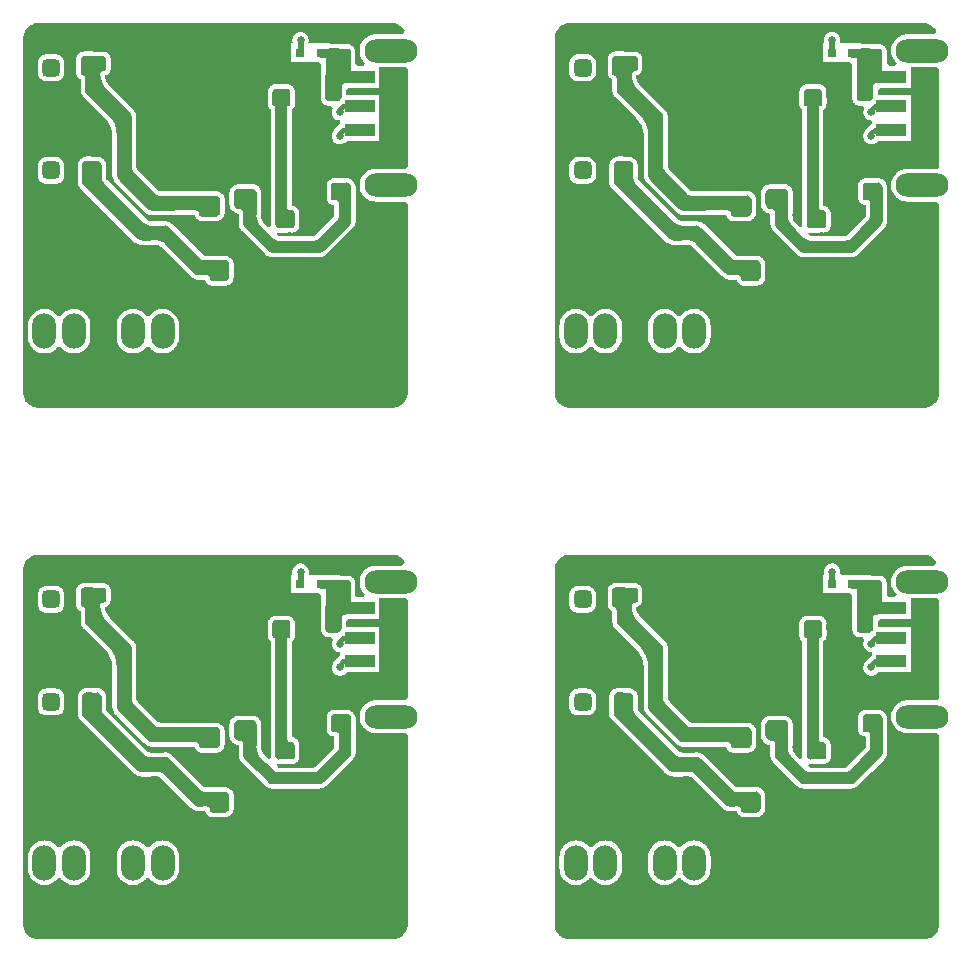
<source format=gtl>
%FSLAX25Y25*%
%MOIN*%
G70*
G01*
G75*
G04 Layer_Physical_Order=1*
G04 Layer_Color=255*
%ADD10R,0.09843X0.04331*%
%ADD11R,0.03150X0.03150*%
%ADD12C,0.02000*%
%ADD13C,0.01000*%
%ADD14C,0.04000*%
%ADD15C,0.01500*%
%ADD16C,0.03000*%
%ADD17C,0.05906*%
G04:AMPARAMS|DCode=18|XSize=59.06mil|YSize=59.06mil|CornerRadius=14.76mil|HoleSize=0mil|Usage=FLASHONLY|Rotation=180.000|XOffset=0mil|YOffset=0mil|HoleType=Round|Shape=RoundedRectangle|*
%AMROUNDEDRECTD18*
21,1,0.05906,0.02953,0,0,180.0*
21,1,0.02953,0.05906,0,0,180.0*
1,1,0.02953,-0.01476,0.01476*
1,1,0.02953,0.01476,0.01476*
1,1,0.02953,0.01476,-0.01476*
1,1,0.02953,-0.01476,-0.01476*
%
%ADD18ROUNDEDRECTD18*%
%ADD19C,0.03150*%
%ADD20O,0.17716X0.07874*%
%ADD21C,0.03937*%
%ADD22O,0.08000X0.11811*%
G04:AMPARAMS|DCode=23|XSize=98.43mil|YSize=98.43mil|CornerRadius=24.61mil|HoleSize=0mil|Usage=FLASHONLY|Rotation=270.000|XOffset=0mil|YOffset=0mil|HoleType=Round|Shape=RoundedRectangle|*
%AMROUNDEDRECTD23*
21,1,0.09843,0.04921,0,0,270.0*
21,1,0.04921,0.09843,0,0,270.0*
1,1,0.04921,-0.02461,-0.02461*
1,1,0.04921,-0.02461,0.02461*
1,1,0.04921,0.02461,0.02461*
1,1,0.04921,0.02461,-0.02461*
%
%ADD23ROUNDEDRECTD23*%
%ADD24C,0.02500*%
G36*
X152370Y163870D02*
Y163890D01*
X152760Y163812D01*
X153091Y163591D01*
X153312Y163260D01*
X153390Y162870D01*
X153370Y154370D01*
X153409D01*
X153254Y153590D01*
X152812Y152928D01*
X152150Y152486D01*
X151370Y152331D01*
Y152390D01*
X150980Y152312D01*
X150649Y152091D01*
X150428Y151760D01*
X150350Y151370D01*
X150370Y147870D01*
X150399D01*
X150283Y147285D01*
X149952Y146789D01*
X149455Y146457D01*
X148870Y146341D01*
X146070Y146370D01*
Y146349D01*
X145641Y146434D01*
X145277Y146677D01*
X145034Y147041D01*
X144948Y147470D01*
X144970Y162470D01*
X144943D01*
X145051Y163016D01*
X145361Y163479D01*
X145824Y163789D01*
X146370Y163898D01*
X152370Y163870D01*
D02*
G37*
G36*
X167624Y172317D02*
X168212Y172217D01*
X168786Y172052D01*
X169337Y171824D01*
X169860Y171535D01*
X170347Y171189D01*
X170792Y170792D01*
X171189Y170347D01*
X171423Y170018D01*
X171146Y169057D01*
X170169Y168652D01*
X161764D01*
X161154Y168618D01*
X160552Y168515D01*
X159965Y168346D01*
X159401Y168113D01*
X158867Y167817D01*
X158369Y167464D01*
X157913Y167057D01*
X157506Y166602D01*
X157153Y166103D01*
X156858Y165569D01*
X156624Y165005D01*
X156455Y164418D01*
X156352Y163816D01*
X156318Y163206D01*
X156352Y162597D01*
X156455Y161995D01*
X156624Y161408D01*
X156858Y160844D01*
X157153Y160309D01*
X157506Y159811D01*
X157913Y159356D01*
X158150Y159144D01*
X157793Y158210D01*
X155594D01*
X154888Y158918D01*
X154897Y162867D01*
X154897Y162868D01*
X154897Y162870D01*
X154883Y163015D01*
X154869Y163161D01*
X154868Y163162D01*
X154868Y163164D01*
X154790Y163554D01*
X154705Y163837D01*
X154565Y164098D01*
X154565Y164098D01*
X154344Y164428D01*
X154157Y164657D01*
X153928Y164844D01*
X153598Y165065D01*
X153598Y165065D01*
X153519Y165108D01*
X153337Y165205D01*
X153054Y165290D01*
X153054D01*
X152664Y165368D01*
X152370Y165397D01*
X152180Y165378D01*
X147310Y165401D01*
X147011Y165472D01*
X146540Y165509D01*
X146381D01*
Y165575D01*
X140232D01*
X140232Y165575D01*
Y165575D01*
X139294Y165818D01*
X139294D01*
X139395Y166239D01*
X139429Y166670D01*
X139395Y167102D01*
X139294Y167523D01*
X139128Y167922D01*
X138902Y168291D01*
X138621Y168621D01*
X138292Y168902D01*
X137922Y169128D01*
X137522Y169294D01*
X137102Y169395D01*
X136670Y169429D01*
X136239Y169395D01*
X135818Y169294D01*
X135418Y169128D01*
X135049Y168902D01*
X134720Y168621D01*
X134438Y168291D01*
X134212Y167922D01*
X134047Y167523D01*
X133946Y167102D01*
X133912Y166670D01*
X133946Y166239D01*
X134047Y165818D01*
X134047D01*
X133539Y165575D01*
X133539D01*
Y159425D01*
X139688D01*
Y159425D01*
X139688D01*
X139688Y159425D01*
X140232D01*
Y159425D01*
X142751D01*
X143457Y158718D01*
X143441Y147472D01*
X143441Y147471D01*
X143441Y147470D01*
X143456Y147325D01*
X143470Y147178D01*
X143470Y147177D01*
X143470Y147176D01*
X143556Y146747D01*
Y146747D01*
X143641Y146464D01*
X143781Y146203D01*
X144024Y145840D01*
X144024Y145840D01*
X144170Y145661D01*
X144211Y145611D01*
X144211D01*
Y145611D01*
X144440Y145424D01*
X144804Y145181D01*
X145064Y145041D01*
X145347Y144956D01*
X145347D01*
X145776Y144870D01*
X145776Y144870D01*
X146070Y144841D01*
D01*
X146070D01*
X146267Y144861D01*
X146863Y144854D01*
X147347Y143979D01*
X147312Y143922D01*
X147147Y143523D01*
X147046Y143102D01*
X147012Y142670D01*
X147046Y142239D01*
X147147Y141818D01*
X147312Y141418D01*
X147538Y141049D01*
X147819Y140719D01*
X148149Y140438D01*
X148518Y140212D01*
X148918Y140047D01*
X149339Y139945D01*
X149770Y139912D01*
X149927Y139766D01*
X149829Y138771D01*
X149543Y138596D01*
X149274Y138366D01*
X148174Y137266D01*
X147944Y136997D01*
X147759Y136695D01*
X147723Y136608D01*
X147538Y136391D01*
X147312Y136022D01*
X147147Y135623D01*
X147046Y135202D01*
X147012Y134770D01*
X147046Y134339D01*
X147147Y133918D01*
X147312Y133518D01*
X147538Y133149D01*
X147819Y132819D01*
X148149Y132538D01*
X148518Y132312D01*
X148918Y132147D01*
X149339Y132045D01*
X149770Y132012D01*
X150202Y132045D01*
X150622Y132147D01*
X151022Y132312D01*
X151391Y132538D01*
X151721Y132819D01*
X152002Y133149D01*
X152011Y133163D01*
X162870D01*
Y140494D01*
D01*
Y140494D01*
X162870Y140494D01*
Y141037D01*
X162870D01*
Y148368D01*
X151875D01*
X151865Y150171D01*
X152570Y150880D01*
X162870D01*
Y157761D01*
X171606D01*
X171624Y157762D01*
X172350Y157075D01*
X172348Y124456D01*
X171621Y123769D01*
X171606Y123770D01*
X161764D01*
X161154Y123736D01*
X160552Y123634D01*
X159965Y123464D01*
X159401Y123231D01*
X158867Y122935D01*
X158369Y122582D01*
X157913Y122175D01*
X157506Y121720D01*
X157153Y121222D01*
X156858Y120687D01*
X156624Y120123D01*
X156455Y119536D01*
X156352Y118934D01*
X156318Y118324D01*
X156352Y117715D01*
X156455Y117113D01*
X156624Y116526D01*
X156858Y115962D01*
X157153Y115427D01*
X157506Y114929D01*
X157913Y114474D01*
X158369Y114067D01*
X158867Y113714D01*
X159401Y113418D01*
X159965Y113184D01*
X160552Y113015D01*
X161154Y112913D01*
X161764Y112879D01*
X171606D01*
X171620Y112880D01*
X172347Y112193D01*
X172343Y49213D01*
X172343D01*
X172350Y49205D01*
X172319Y48650D01*
X172224Y48094D01*
X172068Y47552D01*
X171853Y47031D01*
X171580Y46538D01*
X171254Y46078D01*
X170878Y45658D01*
X170457Y45282D01*
X169998Y44956D01*
X169504Y44683D01*
X168983Y44467D01*
X168442Y44311D01*
X167886Y44217D01*
X167323Y44185D01*
X49213Y44193D01*
Y44193D01*
X49205Y44185D01*
X48650Y44217D01*
X48094Y44311D01*
X47552Y44467D01*
X47031Y44683D01*
X46538Y44956D01*
X46078Y45282D01*
X45658Y45658D01*
X45282Y46078D01*
X44956Y46538D01*
X44683Y47031D01*
X44467Y47552D01*
X44311Y48094D01*
X44217Y48650D01*
X44185Y49213D01*
X44193Y167323D01*
X44193D01*
X44185Y167331D01*
X44217Y167886D01*
X44311Y168442D01*
X44467Y168983D01*
X44683Y169504D01*
X44956Y169998D01*
X45282Y170457D01*
X45658Y170878D01*
X46078Y171254D01*
X46538Y171580D01*
X47031Y171853D01*
X47552Y172068D01*
X48094Y172224D01*
X48650Y172319D01*
X49205Y172350D01*
X49213Y172343D01*
Y172343D01*
X49213Y172343D01*
X167028D01*
Y172343D01*
X167036Y172350D01*
X167624Y172317D01*
D02*
G37*
%LPC*%
G36*
X90655Y77069D02*
X90038Y77035D01*
X89429Y76931D01*
X88836Y76760D01*
X88265Y76524D01*
X87724Y76225D01*
X87221Y75867D01*
X86760Y75456D01*
X86348Y74995D01*
X86234Y74834D01*
X85234D01*
X85119Y74995D01*
X84708Y75456D01*
X84247Y75867D01*
X83743Y76225D01*
X83203Y76524D01*
X82632Y76760D01*
X82038Y76931D01*
X81429Y77035D01*
X80813Y77069D01*
X80196Y77035D01*
X79587Y76931D01*
X78993Y76760D01*
X78422Y76524D01*
X77882Y76225D01*
X77378Y75867D01*
X76917Y75456D01*
X76506Y74995D01*
X76148Y74491D01*
X75849Y73951D01*
X75613Y73380D01*
X75442Y72786D01*
X75339Y72177D01*
X75304Y71561D01*
Y67750D01*
X75339Y67133D01*
X75442Y66524D01*
X75613Y65930D01*
X75849Y65359D01*
X76148Y64819D01*
X76506Y64315D01*
X76917Y63854D01*
X77378Y63443D01*
X77882Y63085D01*
X78422Y62787D01*
X78993Y62550D01*
X79587Y62379D01*
X80196Y62276D01*
X80813Y62241D01*
X81429Y62276D01*
X82038Y62379D01*
X82632Y62550D01*
X83203Y62787D01*
X83743Y63085D01*
X84247Y63443D01*
X84708Y63854D01*
X85119Y64315D01*
X85234Y64476D01*
X86234D01*
X86348Y64315D01*
X86760Y63854D01*
X87221Y63443D01*
X87724Y63085D01*
X88265Y62787D01*
X88836Y62550D01*
X89429Y62379D01*
X90038Y62276D01*
X90655Y62241D01*
X91272Y62276D01*
X91881Y62379D01*
X92475Y62550D01*
X93045Y62787D01*
X93586Y63085D01*
X94090Y63443D01*
X94550Y63854D01*
X94962Y64315D01*
X95319Y64819D01*
X95618Y65359D01*
X95855Y65930D01*
X96026Y66524D01*
X96129Y67133D01*
X96164Y67750D01*
Y71561D01*
X96129Y72177D01*
X96026Y72786D01*
X95855Y73380D01*
X95618Y73951D01*
X95319Y74491D01*
X94962Y74995D01*
X94550Y75456D01*
X94090Y75867D01*
X93586Y76225D01*
X93045Y76524D01*
X92475Y76760D01*
X91881Y76931D01*
X91272Y77035D01*
X90655Y77069D01*
D02*
G37*
G36*
X54967Y127732D02*
X52014D01*
X51547Y127695D01*
X51092Y127586D01*
X50659Y127407D01*
X50259Y127162D01*
X49903Y126858D01*
X49599Y126501D01*
X49354Y126102D01*
X49175Y125669D01*
X49065Y125214D01*
X49029Y124747D01*
Y121794D01*
X49065Y121327D01*
X49175Y120871D01*
X49354Y120438D01*
X49599Y120039D01*
X49903Y119683D01*
X50259Y119378D01*
X50659Y119133D01*
X51092Y118954D01*
X51547Y118845D01*
X52014Y118808D01*
X54967D01*
X55434Y118845D01*
X55889Y118954D01*
X56322Y119133D01*
X56722Y119378D01*
X57078Y119683D01*
X57382Y120039D01*
X57627Y120438D01*
X57806Y120871D01*
X57916Y121327D01*
X57952Y121794D01*
Y124747D01*
X57916Y125214D01*
X57806Y125669D01*
X57627Y126102D01*
X57382Y126501D01*
X57078Y126858D01*
X56722Y127162D01*
X56322Y127407D01*
X55889Y127586D01*
X55434Y127695D01*
X54967Y127732D01*
D02*
G37*
G36*
X68870Y127907D02*
X68870D01*
D01*
X68596Y127880D01*
X65383Y127907D01*
X65376Y127906D01*
X65370Y127907D01*
X65230Y127893D01*
X65088Y127880D01*
X65082Y127878D01*
X65076Y127878D01*
X64491Y127761D01*
X64208Y127676D01*
X63947Y127536D01*
X63451Y127205D01*
X63223Y127017D01*
Y127017D01*
X63223D01*
X63035Y126789D01*
X62704Y126293D01*
X62565Y126032D01*
X62479Y125749D01*
X62362Y125164D01*
X62333Y124870D01*
Y124870D01*
D01*
X62362Y124582D01*
X62344Y119275D01*
X62344Y119273D01*
X62344Y119270D01*
X62358Y119126D01*
X62372Y118981D01*
X62373Y118979D01*
X62373Y118976D01*
X62448Y118599D01*
Y118599D01*
X62468Y118533D01*
X62534Y118316D01*
X62624Y118147D01*
X62673Y118056D01*
X62886Y117736D01*
X62887Y117736D01*
X62887Y117736D01*
X62991Y117609D01*
X63074Y117508D01*
X63074Y117508D01*
X63074Y117508D01*
X63205Y117400D01*
X63221Y117387D01*
X80720Y99844D01*
X80797Y99781D01*
X80870Y99713D01*
X81626Y99132D01*
X81668Y99106D01*
X81706Y99075D01*
X81793Y99028D01*
X81877Y98976D01*
X81923Y98959D01*
X81967Y98936D01*
X82848Y98571D01*
X82895Y98556D01*
X82940Y98536D01*
X83036Y98514D01*
X83131Y98485D01*
X83180Y98480D01*
X83228Y98469D01*
X84173Y98344D01*
X84272Y98341D01*
X84370Y98332D01*
X84419Y98336D01*
X84469Y98335D01*
X84566Y98351D01*
X84664Y98361D01*
X84678Y98365D01*
X88862Y98392D01*
X89454Y98314D01*
X89918Y98122D01*
X90258Y97860D01*
X90301Y97808D01*
X100060Y87982D01*
X100062Y87980D01*
X100064Y87978D01*
X100176Y87886D01*
X100288Y87793D01*
X100290Y87792D01*
X100292Y87791D01*
X101091Y87257D01*
X101091Y87257D01*
X101212Y87192D01*
X101351Y87118D01*
X101634Y87032D01*
X101634D01*
X102576Y86844D01*
X102870Y86816D01*
X103164Y86844D01*
X103234Y86866D01*
X104911Y86879D01*
X104950Y86686D01*
X105036Y86403D01*
X105175Y86142D01*
X105175Y86142D01*
X105396Y85812D01*
X105583Y85583D01*
X105812Y85396D01*
X106142Y85175D01*
X106142Y85175D01*
X106222Y85133D01*
X106403Y85036D01*
X106686Y84950D01*
X106686D01*
X107076Y84872D01*
X107370Y84843D01*
X107555Y84861D01*
X111359Y84834D01*
X111365Y84834D01*
X111370Y84833D01*
X111512Y84847D01*
X111653Y84860D01*
X111659Y84862D01*
X111664Y84862D01*
X112249Y84979D01*
X112532Y85065D01*
X112793Y85204D01*
X113289Y85535D01*
X113517Y85723D01*
Y85723D01*
X113517D01*
X113705Y85951D01*
X114036Y86447D01*
X114176Y86708D01*
X114261Y86991D01*
X114378Y87576D01*
X114407Y87870D01*
Y87870D01*
D01*
X114379Y88147D01*
X114407Y91859D01*
X114406Y91865D01*
X114407Y91870D01*
X114393Y92012D01*
X114380Y92153D01*
X114378Y92159D01*
X114378Y92164D01*
X114261Y92749D01*
X114176Y93032D01*
X114036Y93293D01*
X113705Y93789D01*
X113517Y94017D01*
X113517D01*
Y94017D01*
X113289Y94205D01*
X112793Y94536D01*
X112532Y94676D01*
X112249Y94761D01*
X111664Y94878D01*
X111370Y94907D01*
X111370D01*
D01*
X111076Y94878D01*
X111071Y94876D01*
X104518Y94854D01*
X94180Y105259D01*
X94178Y105260D01*
X94176Y105262D01*
X94063Y105355D01*
X93952Y105447D01*
X93950Y105448D01*
X93948Y105450D01*
X93150Y105983D01*
X93149Y105983D01*
X93028Y106048D01*
X92889Y106123D01*
X92606Y106208D01*
X92606D01*
X91664Y106396D01*
X91370Y106425D01*
X91076Y106396D01*
X91008Y106375D01*
X86878Y106349D01*
X86286Y106426D01*
X85823Y106619D01*
X85481Y106880D01*
X85436Y106936D01*
X85434Y106937D01*
X85433Y106939D01*
X72213Y120092D01*
X71930Y120516D01*
X71872Y120808D01*
X71877Y120859D01*
X71907Y124859D01*
X71906Y124865D01*
X71907Y124870D01*
X71893Y125012D01*
X71880Y125153D01*
X71878Y125159D01*
X71878Y125164D01*
X71761Y125749D01*
X71676Y126032D01*
X71536Y126293D01*
X71205Y126789D01*
X71017Y127017D01*
X71017D01*
Y127017D01*
X70789Y127205D01*
X70293Y127536D01*
X70032Y127676D01*
X69749Y127761D01*
X69164Y127878D01*
X68870Y127907D01*
D02*
G37*
G36*
X132280Y151997D02*
X132276Y151997D01*
X132273Y151997D01*
X128469Y151978D01*
X128280Y151997D01*
X127986Y151968D01*
X127596Y151890D01*
X127313Y151805D01*
X127052Y151665D01*
X127052Y151665D01*
X126722Y151444D01*
X126493Y151257D01*
X126306Y151028D01*
X126085Y150698D01*
X126085Y150698D01*
X126042Y150619D01*
X125945Y150437D01*
X125860Y150154D01*
Y150154D01*
X125782Y149764D01*
X125782Y149760D01*
X125781Y149757D01*
X125767Y149614D01*
X125753Y149470D01*
X125753Y149466D01*
X125753Y149463D01*
X125772Y145641D01*
X125755Y145470D01*
X125784Y145176D01*
X125854Y144825D01*
Y144825D01*
X125906Y144653D01*
X125940Y144542D01*
X125940Y144542D01*
D01*
X125958Y144508D01*
X126079Y144281D01*
X126079Y144281D01*
X126278Y143984D01*
X126278Y143984D01*
X126465Y143755D01*
X126465D01*
Y143755D01*
X126515Y143714D01*
X126694Y143568D01*
X126763Y143522D01*
Y108743D01*
X126737Y105374D01*
X126738Y105368D01*
X126737Y105362D01*
X126751Y105221D01*
X126764Y105079D01*
X126766Y105074D01*
X126766Y105068D01*
X126836Y104718D01*
X126098Y104323D01*
X125928Y104272D01*
X124455Y105746D01*
X124184Y106076D01*
X123785Y106822D01*
X123539Y107632D01*
X123460Y108441D01*
X123462Y108456D01*
X123467Y108561D01*
X123477Y108665D01*
X123503Y115865D01*
X123503Y115867D01*
X123503Y115870D01*
X123489Y116015D01*
X123475Y116159D01*
X123474Y116162D01*
X123474Y116164D01*
X123373Y116671D01*
X123347Y116757D01*
X123287Y116954D01*
X123148Y117215D01*
X122861Y117645D01*
X122861Y117645D01*
X122714Y117823D01*
X122673Y117873D01*
X122673D01*
Y117873D01*
X122651Y117892D01*
X122445Y118061D01*
X122445Y118061D01*
X122015Y118348D01*
X122015Y118348D01*
X121981Y118366D01*
X121754Y118487D01*
X121557Y118547D01*
X121471Y118573D01*
X120964Y118674D01*
X120670Y118703D01*
X120670D01*
D01*
X120431Y118679D01*
X116182Y118713D01*
X116176Y118712D01*
X116170Y118713D01*
X116029Y118699D01*
X115888Y118686D01*
X115882Y118684D01*
X115876Y118684D01*
X115174Y118544D01*
X115174D01*
X114891Y118458D01*
X114630Y118319D01*
X114035Y117921D01*
X114035Y117921D01*
X113807Y117734D01*
X113686Y117587D01*
X113619Y117505D01*
X113619Y117505D01*
X113221Y116910D01*
X113221Y116910D01*
X113100Y116683D01*
X113082Y116649D01*
D01*
X113082Y116649D01*
X113048Y116538D01*
X112996Y116367D01*
Y116366D01*
X112856Y115664D01*
X112828Y115370D01*
X112856Y115076D01*
X112859Y115069D01*
X112824Y112390D01*
X112825Y112380D01*
X112824Y112370D01*
X112837Y112233D01*
X112849Y112095D01*
X112852Y112086D01*
X112853Y112076D01*
X113008Y111296D01*
Y111296D01*
X113094Y111013D01*
X113168Y110874D01*
X113233Y110752D01*
X113233Y110752D01*
X113675Y110091D01*
X113862Y109862D01*
X113862D01*
Y109862D01*
X114091Y109675D01*
X114752Y109233D01*
X114752Y109233D01*
X114874Y109168D01*
X115013Y109094D01*
X115296Y109008D01*
X115296D01*
X116063Y108855D01*
Y107660D01*
X116054Y107617D01*
X116052Y107600D01*
X116048Y107584D01*
X116038Y107453D01*
X116025Y107323D01*
X116027Y107306D01*
X116025Y107289D01*
X116056Y105970D01*
X116054Y105964D01*
X116025Y105670D01*
D01*
Y105670D01*
X116054Y105376D01*
X116204Y104622D01*
X116290Y104340D01*
X116429Y104079D01*
X116429Y104079D01*
X116518Y103946D01*
X116533Y103916D01*
X116787Y103535D01*
X116809Y103510D01*
X116856Y103440D01*
X116857Y103438D01*
X116859Y103436D01*
X116951Y103324D01*
X117043Y103212D01*
X117045Y103210D01*
X117047Y103208D01*
X120679Y99601D01*
X124748Y95532D01*
X124876Y95376D01*
X125104Y95188D01*
X125169Y95146D01*
X125235Y95087D01*
X125616Y94832D01*
X125696Y94793D01*
X125782Y94736D01*
X125782Y94736D01*
X126042Y94596D01*
X126325Y94511D01*
X126453Y94485D01*
X126462Y94482D01*
X126912Y94393D01*
X126922Y94392D01*
X127125Y94352D01*
X127127Y94351D01*
X127128Y94351D01*
X127272Y94337D01*
X127419Y94323D01*
X127421Y94323D01*
X127423Y94323D01*
X142434Y94362D01*
X142476Y94349D01*
X142770Y94320D01*
X142770D01*
D01*
X143064Y94349D01*
X143064Y94349D01*
X143260Y94388D01*
X143328Y94393D01*
X143328D01*
X143328Y94393D01*
X143328Y94393D01*
X143778Y94482D01*
X143843Y94504D01*
X143912Y94518D01*
X144195Y94604D01*
X144455Y94743D01*
X144492Y94767D01*
X144624Y94832D01*
X145005Y95087D01*
X145116Y95184D01*
X145174Y95223D01*
X145176Y95225D01*
X145178Y95226D01*
X145290Y95318D01*
X145402Y95411D01*
X145404Y95413D01*
X145406Y95414D01*
X149911Y99950D01*
X153950Y103990D01*
X153954Y103994D01*
X154060Y104081D01*
X154247Y104309D01*
X154624Y104874D01*
X154624Y104874D01*
X154754Y105116D01*
X154764Y105134D01*
D01*
X154764Y105134D01*
X154797Y105245D01*
X154849Y105417D01*
Y105417D01*
X154982Y106083D01*
X154982Y106086D01*
X154983Y106088D01*
X154997Y106233D01*
X155011Y106377D01*
X155010Y106380D01*
X155011Y106382D01*
X154984Y114184D01*
X154998Y116048D01*
X155006Y116129D01*
D01*
Y116129D01*
X154999Y116198D01*
X155009Y117579D01*
X155008Y117584D01*
X155009Y117590D01*
X154995Y117731D01*
X154982Y117873D01*
X154980Y117878D01*
X154980Y117884D01*
X154856Y118508D01*
X154770Y118791D01*
X154630Y119051D01*
X154630Y119051D01*
X154277Y119581D01*
X154277Y119581D01*
X154130Y119759D01*
X154089Y119809D01*
X154089D01*
Y119809D01*
X154040Y119850D01*
X153861Y119997D01*
X153861Y119997D01*
X153332Y120350D01*
X153332Y120350D01*
X153071Y120489D01*
X152788Y120575D01*
X152164Y120699D01*
X151870Y120728D01*
X151576Y120699D01*
X151563Y120695D01*
X148059Y120678D01*
X147870Y120697D01*
X147576Y120668D01*
X147544Y120662D01*
X147522Y120659D01*
X147381Y120645D01*
X147374Y120643D01*
X147367Y120642D01*
X147233Y120600D01*
X147226Y120598D01*
X147186Y120590D01*
X146903Y120505D01*
X146642Y120365D01*
X146642Y120365D01*
X146312Y120144D01*
X146083Y119957D01*
X145896Y119728D01*
X145675Y119398D01*
X145675Y119398D01*
X145633Y119319D01*
X145536Y119137D01*
X145474Y118934D01*
X145460Y118909D01*
X145457Y118899D01*
X145452Y118890D01*
X145414Y118758D01*
X145373Y118627D01*
X145372Y118616D01*
X145369Y118606D01*
X145357Y118470D01*
X145343Y118333D01*
X145325Y114179D01*
X145326Y114175D01*
X145325Y114172D01*
X145339Y114029D01*
X145353Y113884D01*
X145354Y113881D01*
X145354Y113878D01*
X145425Y113519D01*
Y113519D01*
X145466Y113388D01*
X145511Y113236D01*
X145633Y113010D01*
X145651Y112976D01*
X145854Y112672D01*
X145854Y112672D01*
X146041Y112443D01*
X146041D01*
Y112443D01*
X146270Y112256D01*
X146270Y112256D01*
X146574Y112053D01*
X146574Y112053D01*
X146817Y111923D01*
X146834Y111913D01*
D01*
X146835Y111913D01*
X146946Y111880D01*
X147117Y111828D01*
X147117D01*
X147476Y111756D01*
X147476Y111756D01*
X147770Y111727D01*
X147963Y111553D01*
Y108293D01*
X147933Y108070D01*
X147818Y107791D01*
X147775Y107735D01*
X141624Y101584D01*
X141556Y101532D01*
X141258Y101409D01*
X141021Y101378D01*
X129277D01*
X129210Y101386D01*
X128753Y102276D01*
X128936Y102618D01*
X129286Y102549D01*
X129580Y102520D01*
X129580D01*
D01*
X129840Y102545D01*
X132470D01*
X132599Y102558D01*
X133608Y102562D01*
X133780Y102545D01*
X134074Y102574D01*
X134425Y102644D01*
X134425D01*
X134597Y102696D01*
X134708Y102730D01*
X134708Y102730D01*
D01*
X134741Y102748D01*
X134968Y102869D01*
X134968Y102869D01*
X135266Y103068D01*
X135266Y103068D01*
X135494Y103255D01*
Y103255D01*
X135494D01*
X135536Y103305D01*
X135682Y103484D01*
X135881Y103781D01*
X135881Y103781D01*
X136002Y104008D01*
X136020Y104042D01*
D01*
X136020Y104042D01*
X136054Y104153D01*
X136106Y104325D01*
Y104325D01*
X136176Y104676D01*
X136176Y104679D01*
X136177Y104683D01*
X136191Y104827D01*
X136205Y104970D01*
X136204Y104973D01*
X136205Y104977D01*
X136188Y108780D01*
X136207Y108970D01*
X136178Y109264D01*
X136100Y109654D01*
X136014Y109937D01*
X135875Y110198D01*
X135875Y110198D01*
X135654Y110528D01*
X135467Y110757D01*
X135238Y110944D01*
X134907Y111165D01*
X134907Y111165D01*
X134828Y111208D01*
X134647Y111305D01*
X134364Y111390D01*
X134364D01*
X133974Y111468D01*
X133970Y111468D01*
X133967Y111469D01*
X133946Y111471D01*
X133926Y111477D01*
X133803Y111485D01*
X133778Y111487D01*
Y143509D01*
X133866Y143568D01*
X133866Y143568D01*
X134095Y143755D01*
Y143755D01*
X134095D01*
X134135Y143805D01*
X134282Y143984D01*
X134481Y144281D01*
X134481Y144281D01*
X134602Y144508D01*
X134620Y144542D01*
D01*
X134620Y144542D01*
X134654Y144653D01*
X134706Y144825D01*
Y144825D01*
X134776Y145176D01*
X134776Y145179D01*
X134777Y145183D01*
X134791Y145327D01*
X134805Y145470D01*
X134804Y145473D01*
X134805Y145477D01*
X134788Y149280D01*
X134807Y149470D01*
X134778Y149764D01*
X134700Y150154D01*
X134614Y150437D01*
X134475Y150698D01*
X134475Y150698D01*
X134254Y151028D01*
X134067Y151257D01*
X133838Y151444D01*
X133508Y151665D01*
X133507Y151665D01*
X133428Y151708D01*
X133247Y151805D01*
X132964Y151890D01*
X132964D01*
X132574Y151968D01*
X132570Y151968D01*
X132567Y151969D01*
X132424Y151983D01*
X132280Y151997D01*
D02*
G37*
G36*
X70870Y162897D02*
X70677Y162878D01*
X64375Y162897D01*
X64372Y162897D01*
X64370Y162897D01*
X64225Y162883D01*
X64081Y162869D01*
X64078Y162868D01*
X64076Y162868D01*
X63686Y162790D01*
X63403Y162705D01*
X63143Y162565D01*
X63142Y162565D01*
X62812Y162344D01*
X62583Y162157D01*
X62396Y161928D01*
X62175Y161598D01*
X62175Y161598D01*
X62133Y161519D01*
X62036Y161337D01*
X61950Y161054D01*
Y161054D01*
X61872Y160664D01*
X61843Y160370D01*
X61862Y160180D01*
X61843Y155877D01*
X61844Y155873D01*
X61843Y155870D01*
X61857Y155727D01*
X61871Y155582D01*
X61872Y155579D01*
X61872Y155576D01*
X61950Y155186D01*
X62036Y154903D01*
X62175Y154642D01*
X62175Y154642D01*
X62396Y154312D01*
X62583Y154083D01*
X62812Y153896D01*
X63143Y153675D01*
X63143Y153675D01*
X63222Y153633D01*
X63362Y153558D01*
X63329Y150091D01*
X63330Y150084D01*
X63329Y150077D01*
X63343Y149937D01*
X63356Y149797D01*
X63358Y149790D01*
X63358Y149783D01*
X63491Y149117D01*
Y149117D01*
X63543Y148945D01*
X63577Y148834D01*
X63577Y148834D01*
D01*
X63586Y148816D01*
X63716Y148574D01*
X63716Y148574D01*
X64093Y148009D01*
X64093Y148009D01*
X64134Y147959D01*
X64281Y147781D01*
X64509Y147593D01*
X64527Y147583D01*
X71360Y140817D01*
X72466Y139469D01*
X73254Y137994D01*
X73740Y136393D01*
X73883Y134937D01*
X73878Y134877D01*
X73863Y134731D01*
X73833Y122288D01*
X73843Y122188D01*
X73846Y122088D01*
X73964Y121196D01*
X73975Y121148D01*
X73980Y121099D01*
X74008Y121005D01*
X74031Y120908D01*
X74051Y120863D01*
X74065Y120816D01*
X74410Y119986D01*
X74433Y119942D01*
X74450Y119896D01*
X74502Y119812D01*
X74549Y119725D01*
X74580Y119687D01*
X74606Y119645D01*
X75153Y118932D01*
X75221Y118860D01*
X75283Y118783D01*
X75322Y118752D01*
X75355Y118716D01*
X75436Y118659D01*
X75507Y118600D01*
X84560Y109482D01*
X84562Y109480D01*
X84564Y109478D01*
X84676Y109386D01*
X84788Y109293D01*
X84790Y109292D01*
X84792Y109291D01*
X85591Y108757D01*
X85591Y108757D01*
X85712Y108692D01*
X85851Y108618D01*
X86134Y108532D01*
X86134D01*
X87076Y108344D01*
X87370Y108316D01*
X87664Y108344D01*
X87726Y108363D01*
X101411Y108382D01*
X101450Y108186D01*
X101536Y107903D01*
X101675Y107642D01*
X101675Y107642D01*
X101896Y107312D01*
X102083Y107083D01*
X102312Y106896D01*
X102643Y106675D01*
X102643Y106675D01*
X102722Y106633D01*
X102903Y106536D01*
X103186Y106450D01*
X103186D01*
X103576Y106372D01*
X103870Y106343D01*
X104056Y106362D01*
X108360Y106333D01*
X108365Y106334D01*
X108370Y106333D01*
X108512Y106347D01*
X108654Y106360D01*
X108659Y106362D01*
X108664Y106362D01*
X109249Y106479D01*
X109532Y106565D01*
X109793Y106704D01*
X110289Y107035D01*
X110517Y107223D01*
Y107223D01*
X110517D01*
X110705Y107451D01*
X111036Y107947D01*
X111176Y108208D01*
X111261Y108491D01*
X111378Y109076D01*
X111407Y109370D01*
Y109370D01*
D01*
X111379Y109647D01*
X111407Y113359D01*
X111406Y113365D01*
X111407Y113370D01*
X111393Y113512D01*
X111380Y113653D01*
X111378Y113659D01*
X111378Y113664D01*
X111261Y114249D01*
X111176Y114532D01*
X111036Y114793D01*
X110705Y115289D01*
X110517Y115517D01*
X110517D01*
Y115517D01*
X110289Y115705D01*
X109793Y116036D01*
X109532Y116176D01*
X109249Y116261D01*
X108664Y116378D01*
X108370Y116407D01*
X108370D01*
D01*
X108076Y116378D01*
X108072Y116377D01*
X90017Y116330D01*
X89516Y116430D01*
X89267Y116597D01*
X89229Y116643D01*
X89227Y116645D01*
X89225Y116647D01*
X82543Y123285D01*
X82145Y123804D01*
X81932Y124318D01*
X81870Y124790D01*
X81877Y124868D01*
X81901Y141368D01*
X81901Y141369D01*
X81901Y141370D01*
X81887Y141516D01*
X81872Y141662D01*
X81872Y141663D01*
X81872Y141664D01*
X81778Y142135D01*
X81752Y142221D01*
X81693Y142418D01*
X81608Y142576D01*
X81553Y142678D01*
X81553Y142678D01*
X81287Y143078D01*
X81286Y143078D01*
X81286Y143078D01*
X81199Y143184D01*
X81099Y143306D01*
X81099Y143306D01*
X81099Y143307D01*
X81001Y143387D01*
X80906Y143464D01*
X73083Y151239D01*
X72321Y152168D01*
X71788Y153165D01*
X71460Y154246D01*
X71394Y154918D01*
X71554Y154950D01*
X71837Y155036D01*
X72098Y155175D01*
X72098Y155175D01*
X72428Y155396D01*
X72657Y155583D01*
X72844Y155812D01*
X73065Y156142D01*
X73065Y156142D01*
X73108Y156222D01*
X73205Y156403D01*
X73290Y156686D01*
Y156686D01*
X73368Y157076D01*
X73397Y157370D01*
X73379Y157556D01*
X73397Y160360D01*
X73396Y160365D01*
X73397Y160370D01*
X73383Y160512D01*
X73370Y160654D01*
X73368Y160659D01*
X73368Y160664D01*
X73290Y161054D01*
X73205Y161337D01*
X73065Y161598D01*
X73065Y161598D01*
X72844Y161928D01*
X72657Y162157D01*
X72428Y162344D01*
X72098Y162565D01*
X72098Y162565D01*
X72019Y162608D01*
X71837Y162705D01*
X71554Y162790D01*
X71554D01*
X71164Y162868D01*
X70870Y162897D01*
D02*
G37*
G36*
X61128Y77069D02*
X60511Y77035D01*
X59902Y76931D01*
X59308Y76760D01*
X58737Y76524D01*
X58197Y76225D01*
X57693Y75867D01*
X57232Y75456D01*
X56821Y74995D01*
X56706Y74834D01*
X55706D01*
X55592Y74995D01*
X55180Y75456D01*
X54720Y75867D01*
X54216Y76225D01*
X53675Y76524D01*
X53104Y76760D01*
X52511Y76931D01*
X51902Y77035D01*
X51285Y77069D01*
X50668Y77035D01*
X50059Y76931D01*
X49466Y76760D01*
X48895Y76524D01*
X48354Y76225D01*
X47850Y75867D01*
X47390Y75456D01*
X46978Y74995D01*
X46621Y74491D01*
X46322Y73951D01*
X46086Y73380D01*
X45915Y72786D01*
X45811Y72177D01*
X45776Y71561D01*
Y67750D01*
X45811Y67133D01*
X45915Y66524D01*
X46086Y65930D01*
X46322Y65359D01*
X46621Y64819D01*
X46978Y64315D01*
X47390Y63854D01*
X47850Y63443D01*
X48354Y63085D01*
X48895Y62787D01*
X49466Y62550D01*
X50059Y62379D01*
X50668Y62276D01*
X51285Y62241D01*
X51902Y62276D01*
X52511Y62379D01*
X53104Y62550D01*
X53675Y62787D01*
X54216Y63085D01*
X54720Y63443D01*
X55180Y63854D01*
X55592Y64315D01*
X55706Y64476D01*
X56706D01*
X56821Y64315D01*
X57232Y63854D01*
X57693Y63443D01*
X58197Y63085D01*
X58737Y62787D01*
X59308Y62550D01*
X59902Y62379D01*
X60511Y62276D01*
X61128Y62241D01*
X61744Y62276D01*
X62353Y62379D01*
X62947Y62550D01*
X63518Y62787D01*
X64058Y63085D01*
X64562Y63443D01*
X65023Y63854D01*
X65434Y64315D01*
X65792Y64819D01*
X66091Y65359D01*
X66327Y65930D01*
X66498Y66524D01*
X66602Y67133D01*
X66636Y67750D01*
Y71561D01*
X66602Y72177D01*
X66498Y72786D01*
X66327Y73380D01*
X66091Y73951D01*
X65792Y74491D01*
X65434Y74995D01*
X65023Y75456D01*
X64562Y75867D01*
X64058Y76225D01*
X63518Y76524D01*
X62947Y76760D01*
X62353Y76931D01*
X61744Y77035D01*
X61128Y77069D01*
D02*
G37*
G36*
X54967Y161932D02*
X52014D01*
X51547Y161895D01*
X51092Y161786D01*
X50659Y161607D01*
X50259Y161362D01*
X49903Y161058D01*
X49599Y160701D01*
X49354Y160302D01*
X49175Y159869D01*
X49065Y159414D01*
X49029Y158947D01*
Y155994D01*
X49065Y155527D01*
X49175Y155071D01*
X49354Y154638D01*
X49599Y154239D01*
X49903Y153883D01*
X50259Y153578D01*
X50659Y153333D01*
X51092Y153154D01*
X51547Y153045D01*
X52014Y153008D01*
X54967D01*
X55434Y153045D01*
X55889Y153154D01*
X56322Y153333D01*
X56722Y153578D01*
X57078Y153883D01*
X57382Y154239D01*
X57627Y154638D01*
X57806Y155071D01*
X57916Y155527D01*
X57952Y155994D01*
Y158947D01*
X57916Y159414D01*
X57806Y159869D01*
X57627Y160302D01*
X57382Y160701D01*
X57078Y161058D01*
X56722Y161362D01*
X56322Y161607D01*
X55889Y161786D01*
X55434Y161895D01*
X54967Y161932D01*
D02*
G37*
%LPD*%
G36*
X132321Y110527D02*
X132516Y110235D01*
X132807Y110041D01*
X133079Y109987D01*
X133680Y109990D01*
X134070Y109912D01*
X134401Y109691D01*
X134622Y109360D01*
X134699Y108970D01*
X134680D01*
X134697Y104970D01*
X134628Y104619D01*
X134429Y104321D01*
X134131Y104122D01*
X133780Y104052D01*
Y104070D01*
X132470Y104065D01*
Y104052D01*
X129580D01*
Y104027D01*
X129069Y104128D01*
X128636Y104418D01*
X128346Y104851D01*
X128244Y105362D01*
X128270Y108770D01*
X128304D01*
X128699Y109165D01*
X128738Y109360D01*
X128959Y109691D01*
X129290Y109912D01*
X129680Y109990D01*
Y109970D01*
X133079Y109987D01*
D01*
X131680Y109980D01*
X131570Y110870D01*
X132253D01*
X132321Y110527D01*
D02*
G37*
G36*
X132670Y150412D02*
X133001Y150191D01*
X133222Y149860D01*
X133300Y149470D01*
X133280D01*
X133298Y145470D01*
X133228Y145119D01*
X133029Y144821D01*
X132731Y144622D01*
X132380Y144552D01*
Y144570D01*
X128180Y144552D01*
X127829Y144622D01*
X127531Y144821D01*
X127332Y145119D01*
X127262Y145470D01*
X127280D01*
X127260Y149470D01*
X127338Y149860D01*
X127559Y150191D01*
X127890Y150412D01*
X128280Y150490D01*
Y150470D01*
X132280Y150490D01*
X132670Y150412D01*
D02*
G37*
G36*
X71260Y161312D02*
X71591Y161091D01*
X71812Y160760D01*
X71890Y160370D01*
X71870Y157370D01*
X71890D01*
X71812Y156980D01*
X71591Y156649D01*
X71260Y156428D01*
X70870Y156351D01*
Y156390D01*
X70480Y156312D01*
X70149Y156091D01*
X69928Y155760D01*
X69850Y155370D01*
X69835D01*
X69975Y153950D01*
X70389Y152585D01*
X71061Y151327D01*
X71967Y150224D01*
X80016Y142224D01*
X80033Y142240D01*
X80300Y141841D01*
X80394Y141370D01*
X80370Y124870D01*
X80339D01*
X80463Y123925D01*
X80828Y123044D01*
X81409Y122287D01*
X88163Y115577D01*
X88130Y115544D01*
X88928Y115010D01*
X89870Y114823D01*
X108370Y114870D01*
Y114900D01*
X108955Y114783D01*
X109451Y114452D01*
X109783Y113955D01*
X109899Y113370D01*
X109870Y109370D01*
X109899D01*
X109783Y108785D01*
X109451Y108289D01*
X108955Y107957D01*
X108370Y107841D01*
X103870Y107870D01*
Y107851D01*
X103480Y107928D01*
X103149Y108149D01*
X102928Y108480D01*
X102850Y108870D01*
X102890D01*
X102812Y109260D01*
X102591Y109591D01*
X102260Y109812D01*
X101870Y109890D01*
X87370Y109870D01*
Y109823D01*
X86428Y110010D01*
X85629Y110544D01*
X76370Y119870D01*
X76349Y119849D01*
X75802Y120563D01*
X75458Y121393D01*
X75341Y122284D01*
X75370Y134728D01*
X75419D01*
X75225Y136688D01*
X74654Y138573D01*
X73725Y140311D01*
X72475Y141833D01*
X65370Y148870D01*
X65346Y148846D01*
X64969Y149411D01*
X64837Y150077D01*
X64870Y153663D01*
X64903D01*
X64771Y154329D01*
X64394Y154894D01*
X64370Y154850D01*
X63980Y154928D01*
X63649Y155149D01*
X63428Y155480D01*
X63350Y155870D01*
X63370Y160370D01*
X63350D01*
X63428Y160760D01*
X63649Y161091D01*
X63980Y161312D01*
X64370Y161390D01*
X70870Y161370D01*
Y161390D01*
X71260Y161312D01*
D02*
G37*
G36*
X152494Y119097D02*
X153024Y118743D01*
X153377Y118214D01*
X153501Y117590D01*
X153491Y116146D01*
X153498Y116129D01*
X153491D01*
X153477Y114187D01*
X153504Y106377D01*
X153371Y105711D01*
X152994Y105146D01*
X152970Y105170D01*
X144337Y96476D01*
X143618Y95996D01*
X142770Y95828D01*
Y95870D01*
X127419Y95830D01*
X126619Y95989D01*
X125942Y96442D01*
X125970Y96470D01*
X118109Y104278D01*
X117682Y104917D01*
X117532Y105670D01*
X117570D01*
X117532Y107323D01*
X117682Y108074D01*
X118094Y108691D01*
X117997Y108711D01*
X117765Y108865D01*
X117611Y109097D01*
X117556Y109370D01*
X117590D01*
X117512Y109760D01*
X117291Y110091D01*
X116960Y110312D01*
X116570Y110390D01*
X116370Y110370D01*
Y110331D01*
X115590Y110486D01*
X114928Y110928D01*
X114486Y111590D01*
X114331Y112370D01*
X114370Y115370D01*
X114335D01*
X114474Y116072D01*
X114872Y116668D01*
X115468Y117066D01*
X116170Y117205D01*
X120670Y117170D01*
Y117196D01*
X121177Y117095D01*
X121607Y116807D01*
X121895Y116377D01*
X121996Y115870D01*
X121970Y108670D01*
X121942Y108474D01*
X122054Y107336D01*
X122386Y106242D01*
X122925Y105234D01*
X123650Y104350D01*
X123670Y104370D01*
X127304Y100701D01*
X127909Y100237D01*
X128614Y99945D01*
X129370Y99845D01*
Y99870D01*
X140939Y99847D01*
X141652Y99940D01*
X142316Y100216D01*
X142887Y100653D01*
X142870Y100670D01*
X148708Y106476D01*
X149134Y107031D01*
X149402Y107677D01*
X149493Y108370D01*
X149470D01*
X149488Y112370D01*
X149418Y112721D01*
X149219Y113019D01*
X148921Y113218D01*
X148615Y113279D01*
X148570Y113279D01*
Y113270D01*
X147770Y113252D01*
Y113234D01*
X147411Y113306D01*
X147107Y113509D01*
X146904Y113813D01*
X146833Y114172D01*
X146851Y118326D01*
X146889Y118366D01*
X146928Y118560D01*
X147149Y118891D01*
X147480Y119112D01*
X147655Y119147D01*
X147675Y119167D01*
X147716Y119159D01*
X147870Y119190D01*
Y119170D01*
X151870Y119190D01*
Y119221D01*
X152494Y119097D01*
D02*
G37*
G36*
X69455Y126283D02*
X69951Y125952D01*
X70283Y125455D01*
X70399Y124870D01*
X70370Y120870D01*
X70323D01*
X70510Y119928D01*
X71044Y119130D01*
X84370Y105870D01*
X84349Y105849D01*
X85062Y105302D01*
X85893Y104958D01*
X86784Y104841D01*
X91370Y104870D01*
Y104917D01*
X92312Y104730D01*
X93111Y104196D01*
X103516Y93724D01*
X103500Y93707D01*
X103899Y93440D01*
X104370Y93346D01*
X111370Y93370D01*
Y93400D01*
X111955Y93283D01*
X112452Y92952D01*
X112783Y92455D01*
X112899Y91870D01*
X112870Y87870D01*
X112899D01*
X112783Y87285D01*
X112452Y86789D01*
X111955Y86457D01*
X111370Y86341D01*
X107370Y86370D01*
Y86351D01*
X106980Y86428D01*
X106649Y86649D01*
X106428Y86980D01*
X106351Y87370D01*
X106390D01*
X106312Y87760D01*
X106091Y88091D01*
X105760Y88312D01*
X105370Y88390D01*
X102870Y88370D01*
Y88323D01*
X101928Y88510D01*
X101129Y89044D01*
X91370Y98870D01*
X91391Y98891D01*
X90678Y99438D01*
X89847Y99782D01*
X88956Y99900D01*
X84370Y99870D01*
Y99839D01*
X83425Y99963D01*
X82544Y100328D01*
X81787Y100909D01*
X64153Y118587D01*
X64139Y118574D01*
X63926Y118893D01*
X63851Y119270D01*
X63870Y124870D01*
X63841D01*
X63957Y125455D01*
X64289Y125952D01*
X64785Y126283D01*
X65370Y126400D01*
X68870Y126370D01*
Y126400D01*
X69455Y126283D01*
D02*
G37*
G36*
X329535Y163870D02*
Y163890D01*
X329926Y163812D01*
X330256Y163591D01*
X330477Y163260D01*
X330555Y162870D01*
X330535Y154370D01*
X330575D01*
X330419Y153590D01*
X329977Y152928D01*
X329316Y152486D01*
X328535Y152331D01*
Y152390D01*
X328145Y152312D01*
X327815Y152091D01*
X327593Y151760D01*
X327516Y151370D01*
X327535Y147870D01*
X327565D01*
X327448Y147285D01*
X327117Y146789D01*
X326621Y146457D01*
X326035Y146341D01*
X323235Y146370D01*
Y146349D01*
X322806Y146434D01*
X322442Y146677D01*
X322199Y147041D01*
X322114Y147470D01*
X322135Y162470D01*
X322108D01*
X322217Y163016D01*
X322526Y163479D01*
X322989Y163789D01*
X323535Y163898D01*
X329535Y163870D01*
D02*
G37*
G36*
X344789Y172317D02*
X345377Y172217D01*
X345951Y172052D01*
X346503Y171824D01*
X347025Y171535D01*
X347512Y171189D01*
X347957Y170792D01*
X348355Y170347D01*
X348588Y170018D01*
X348311Y169057D01*
X347334Y168652D01*
X338929D01*
X338319Y168618D01*
X337717Y168515D01*
X337131Y168346D01*
X336566Y168113D01*
X336032Y167817D01*
X335534Y167464D01*
X335079Y167057D01*
X334672Y166602D01*
X334318Y166103D01*
X334023Y165569D01*
X333789Y165005D01*
X333620Y164418D01*
X333518Y163816D01*
X333484Y163206D01*
X333518Y162597D01*
X333620Y161995D01*
X333789Y161408D01*
X334023Y160844D01*
X334318Y160309D01*
X334672Y159811D01*
X335079Y159356D01*
X335315Y159144D01*
X334958Y158210D01*
X332759D01*
X332053Y158918D01*
X332062Y162867D01*
X332062Y162868D01*
X332062Y162870D01*
X332048Y163015D01*
X332034Y163161D01*
X332033Y163162D01*
X332033Y163164D01*
X331956Y163554D01*
X331870Y163837D01*
X331731Y164098D01*
X331731Y164098D01*
X331510Y164428D01*
X331322Y164657D01*
X331094Y164844D01*
X330763Y165065D01*
X330763Y165065D01*
X330684Y165108D01*
X330502Y165205D01*
X330220Y165290D01*
X330220D01*
X329830Y165368D01*
X329535Y165397D01*
X329345Y165378D01*
X324475Y165401D01*
X324176Y165472D01*
X323706Y165509D01*
X323547D01*
Y165575D01*
X317397D01*
X317397Y165575D01*
Y165575D01*
X316459Y165818D01*
X316459D01*
X316560Y166239D01*
X316594Y166670D01*
X316560Y167102D01*
X316459Y167523D01*
X316293Y167922D01*
X316067Y168291D01*
X315786Y168621D01*
X315457Y168902D01*
X315088Y169128D01*
X314688Y169294D01*
X314267Y169395D01*
X313835Y169429D01*
X313404Y169395D01*
X312983Y169294D01*
X312583Y169128D01*
X312214Y168902D01*
X311885Y168621D01*
X311604Y168291D01*
X311378Y167922D01*
X311212Y167523D01*
X311111Y167102D01*
X311077Y166670D01*
X311111Y166239D01*
X311212Y165818D01*
X311212D01*
X310704Y165575D01*
X310704D01*
Y159425D01*
X316853D01*
Y159425D01*
X316853D01*
X316853Y159425D01*
X317397D01*
Y159425D01*
X319916D01*
X320623Y158718D01*
X320607Y147472D01*
X320607Y147471D01*
X320607Y147470D01*
X320621Y147325D01*
X320635Y147178D01*
X320636Y147177D01*
X320636Y147176D01*
X320721Y146747D01*
Y146747D01*
X320807Y146464D01*
X320946Y146203D01*
X321189Y145840D01*
X321189Y145840D01*
X321336Y145661D01*
X321377Y145611D01*
X321377D01*
Y145611D01*
X321605Y145424D01*
X321969Y145181D01*
X322229Y145041D01*
X322512Y144956D01*
X322512D01*
X322941Y144870D01*
X322941Y144870D01*
X323235Y144841D01*
X323235D01*
D01*
X323432Y144861D01*
X324028Y144854D01*
X324513Y143979D01*
X324478Y143922D01*
X324312Y143523D01*
X324211Y143102D01*
X324177Y142670D01*
X324211Y142239D01*
X324312Y141818D01*
X324478Y141418D01*
X324704Y141049D01*
X324985Y140719D01*
X325314Y140438D01*
X325683Y140212D01*
X326083Y140047D01*
X326504Y139945D01*
X326935Y139912D01*
X327093Y139766D01*
X326995Y138771D01*
X326709Y138596D01*
X326439Y138366D01*
X325340Y137266D01*
X325110Y136997D01*
X324924Y136695D01*
X324888Y136608D01*
X324704Y136391D01*
X324478Y136022D01*
X324312Y135623D01*
X324211Y135202D01*
X324177Y134770D01*
X324211Y134339D01*
X324312Y133918D01*
X324478Y133518D01*
X324704Y133149D01*
X324985Y132819D01*
X325314Y132538D01*
X325683Y132312D01*
X326083Y132147D01*
X326504Y132045D01*
X326935Y132012D01*
X327367Y132045D01*
X327788Y132147D01*
X328188Y132312D01*
X328557Y132538D01*
X328886Y132819D01*
X329167Y133149D01*
X329176Y133163D01*
X340035D01*
Y140494D01*
D01*
Y140494D01*
X340035Y140494D01*
Y141037D01*
X340035D01*
Y148368D01*
X329040D01*
X329030Y150171D01*
X329735Y150880D01*
X340035D01*
Y157761D01*
X348772D01*
X348789Y157762D01*
X349516Y157075D01*
X349513Y124456D01*
X348786Y123769D01*
X348772Y123770D01*
X338929D01*
X338319Y123736D01*
X337717Y123634D01*
X337131Y123464D01*
X336566Y123231D01*
X336032Y122935D01*
X335534Y122582D01*
X335079Y122175D01*
X334672Y121720D01*
X334318Y121222D01*
X334023Y120687D01*
X333789Y120123D01*
X333620Y119536D01*
X333518Y118934D01*
X333484Y118324D01*
X333518Y117715D01*
X333620Y117113D01*
X333789Y116526D01*
X334023Y115962D01*
X334318Y115427D01*
X334672Y114929D01*
X335079Y114474D01*
X335534Y114067D01*
X336032Y113714D01*
X336566Y113418D01*
X337131Y113184D01*
X337717Y113015D01*
X338319Y112913D01*
X338929Y112879D01*
X348772D01*
X348786Y112880D01*
X349512Y112193D01*
X349508Y49213D01*
X349508D01*
X349515Y49205D01*
X349484Y48650D01*
X349390Y48094D01*
X349234Y47552D01*
X349018Y47031D01*
X348745Y46538D01*
X348419Y46078D01*
X348043Y45658D01*
X347623Y45282D01*
X347163Y44956D01*
X346670Y44683D01*
X346149Y44467D01*
X345607Y44311D01*
X345051Y44217D01*
X344488Y44185D01*
X226378Y44193D01*
Y44193D01*
X226370Y44185D01*
X225815Y44217D01*
X225259Y44311D01*
X224717Y44467D01*
X224197Y44683D01*
X223703Y44956D01*
X223243Y45282D01*
X222823Y45658D01*
X222447Y46078D01*
X222121Y46538D01*
X221848Y47031D01*
X221633Y47552D01*
X221476Y48094D01*
X221382Y48650D01*
X221350Y49213D01*
X221358Y167323D01*
X221358D01*
X221351Y167331D01*
X221382Y167886D01*
X221476Y168442D01*
X221633Y168983D01*
X221848Y169504D01*
X222121Y169998D01*
X222447Y170457D01*
X222823Y170878D01*
X223243Y171254D01*
X223703Y171580D01*
X224197Y171853D01*
X224717Y172068D01*
X225259Y172224D01*
X225815Y172319D01*
X226370Y172350D01*
X226378Y172343D01*
Y172343D01*
X226378Y172343D01*
X344193D01*
Y172343D01*
X344201Y172350D01*
X344789Y172317D01*
D02*
G37*
%LPC*%
G36*
X267821Y77069D02*
X267204Y77035D01*
X266595Y76931D01*
X266001Y76760D01*
X265430Y76524D01*
X264890Y76225D01*
X264386Y75867D01*
X263925Y75456D01*
X263514Y74995D01*
X263399Y74834D01*
X262399D01*
X262285Y74995D01*
X261873Y75456D01*
X261413Y75867D01*
X260909Y76225D01*
X260368Y76524D01*
X259797Y76760D01*
X259204Y76931D01*
X258595Y77035D01*
X257978Y77069D01*
X257361Y77035D01*
X256752Y76931D01*
X256159Y76760D01*
X255588Y76524D01*
X255047Y76225D01*
X254543Y75867D01*
X254083Y75456D01*
X253671Y74995D01*
X253314Y74491D01*
X253015Y73951D01*
X252778Y73380D01*
X252607Y72786D01*
X252504Y72177D01*
X252469Y71561D01*
Y67750D01*
X252504Y67133D01*
X252607Y66524D01*
X252778Y65930D01*
X253015Y65359D01*
X253314Y64819D01*
X253671Y64315D01*
X254083Y63854D01*
X254543Y63443D01*
X255047Y63085D01*
X255588Y62787D01*
X256159Y62550D01*
X256752Y62379D01*
X257361Y62276D01*
X257978Y62241D01*
X258595Y62276D01*
X259204Y62379D01*
X259797Y62550D01*
X260368Y62787D01*
X260909Y63085D01*
X261413Y63443D01*
X261873Y63854D01*
X262285Y64315D01*
X262399Y64476D01*
X263399D01*
X263514Y64315D01*
X263925Y63854D01*
X264386Y63443D01*
X264890Y63085D01*
X265430Y62787D01*
X266001Y62550D01*
X266595Y62379D01*
X267204Y62276D01*
X267821Y62241D01*
X268437Y62276D01*
X269046Y62379D01*
X269640Y62550D01*
X270211Y62787D01*
X270751Y63085D01*
X271255Y63443D01*
X271716Y63854D01*
X272127Y64315D01*
X272485Y64819D01*
X272784Y65359D01*
X273020Y65930D01*
X273191Y66524D01*
X273294Y67133D01*
X273329Y67750D01*
Y71561D01*
X273294Y72177D01*
X273191Y72786D01*
X273020Y73380D01*
X272784Y73951D01*
X272485Y74491D01*
X272127Y74995D01*
X271716Y75456D01*
X271255Y75867D01*
X270751Y76225D01*
X270211Y76524D01*
X269640Y76760D01*
X269046Y76931D01*
X268437Y77035D01*
X267821Y77069D01*
D02*
G37*
G36*
X232132Y127732D02*
X229180D01*
X228713Y127695D01*
X228257Y127586D01*
X227824Y127407D01*
X227425Y127162D01*
X227068Y126858D01*
X226764Y126501D01*
X226519Y126102D01*
X226340Y125669D01*
X226231Y125214D01*
X226194Y124747D01*
Y121794D01*
X226231Y121327D01*
X226340Y120871D01*
X226519Y120438D01*
X226764Y120039D01*
X227068Y119683D01*
X227425Y119378D01*
X227824Y119133D01*
X228257Y118954D01*
X228713Y118845D01*
X229180Y118808D01*
X232132D01*
X232599Y118845D01*
X233055Y118954D01*
X233488Y119133D01*
X233887Y119378D01*
X234243Y119683D01*
X234548Y120039D01*
X234792Y120438D01*
X234972Y120871D01*
X235081Y121327D01*
X235118Y121794D01*
Y124747D01*
X235081Y125214D01*
X234972Y125669D01*
X234792Y126102D01*
X234548Y126501D01*
X234243Y126858D01*
X233887Y127162D01*
X233488Y127407D01*
X233055Y127586D01*
X232599Y127695D01*
X232132Y127732D01*
D02*
G37*
G36*
X246035Y127907D02*
D01*
X246035D01*
X245761Y127880D01*
X242548Y127907D01*
X242542Y127906D01*
X242535Y127907D01*
X242395Y127893D01*
X242254Y127880D01*
X242248Y127878D01*
X242241Y127878D01*
X241656Y127761D01*
X241373Y127676D01*
X241113Y127536D01*
X240617Y127205D01*
X240388Y127017D01*
Y127017D01*
X240388D01*
X240201Y126789D01*
X239869Y126293D01*
X239730Y126032D01*
X239644Y125749D01*
X239528Y125164D01*
X239499Y124870D01*
Y124870D01*
D01*
X239527Y124582D01*
X239509Y119275D01*
X239510Y119273D01*
X239509Y119270D01*
X239524Y119126D01*
X239537Y118981D01*
X239538Y118979D01*
X239538Y118976D01*
X239613Y118599D01*
Y118599D01*
X239633Y118533D01*
X239699Y118316D01*
X239790Y118147D01*
X239838Y118056D01*
X240052Y117736D01*
X240052Y117736D01*
X240052Y117736D01*
X240156Y117609D01*
X240239Y117508D01*
X240239Y117508D01*
X240240Y117508D01*
X240371Y117400D01*
X240386Y117387D01*
X257886Y99844D01*
X257962Y99781D01*
X258035Y99713D01*
X258792Y99132D01*
X258834Y99106D01*
X258872Y99075D01*
X258959Y99028D01*
X259043Y98976D01*
X259089Y98959D01*
X259132Y98936D01*
X260013Y98571D01*
X260061Y98556D01*
X260106Y98536D01*
X260202Y98514D01*
X260296Y98485D01*
X260345Y98480D01*
X260393Y98469D01*
X261339Y98344D01*
X261437Y98341D01*
X261535Y98332D01*
X261585Y98336D01*
X261634Y98335D01*
X261731Y98351D01*
X261829Y98361D01*
X261843Y98365D01*
X266027Y98392D01*
X266619Y98314D01*
X267083Y98122D01*
X267423Y97860D01*
X267466Y97808D01*
X277225Y87982D01*
X277227Y87980D01*
X277229Y87978D01*
X277341Y87886D01*
X277453Y87793D01*
X277455Y87792D01*
X277457Y87791D01*
X278256Y87257D01*
X278256Y87257D01*
X278377Y87192D01*
X278517Y87118D01*
X278799Y87032D01*
X278799D01*
X279741Y86844D01*
X280035Y86816D01*
X280329Y86844D01*
X280399Y86866D01*
X282077Y86879D01*
X282115Y86686D01*
X282201Y86403D01*
X282340Y86142D01*
X282340Y86142D01*
X282561Y85812D01*
X282749Y85583D01*
X282977Y85396D01*
X283308Y85175D01*
X283308Y85175D01*
X283387Y85133D01*
X283568Y85036D01*
X283851Y84950D01*
X283851D01*
X284241Y84872D01*
X284535Y84843D01*
X284720Y84861D01*
X288524Y84834D01*
X288530Y84834D01*
X288535Y84833D01*
X288677Y84847D01*
X288819Y84860D01*
X288824Y84862D01*
X288829Y84862D01*
X289415Y84979D01*
X289698Y85065D01*
X289958Y85204D01*
X290454Y85535D01*
X290683Y85723D01*
Y85723D01*
X290683D01*
X290870Y85951D01*
X291202Y86447D01*
X291341Y86708D01*
X291427Y86991D01*
X291543Y87576D01*
X291572Y87870D01*
Y87870D01*
D01*
X291545Y88147D01*
X291572Y91859D01*
X291571Y91865D01*
X291572Y91870D01*
X291558Y92012D01*
X291545Y92153D01*
X291544Y92159D01*
X291543Y92164D01*
X291427Y92749D01*
X291341Y93032D01*
X291202Y93293D01*
X290870Y93789D01*
X290683Y94017D01*
X290683D01*
Y94017D01*
X290454Y94205D01*
X289958Y94536D01*
X289698Y94676D01*
X289415Y94761D01*
X288829Y94878D01*
X288535Y94907D01*
D01*
X288535D01*
X288241Y94878D01*
X288237Y94876D01*
X281683Y94854D01*
X271345Y105259D01*
X271343Y105260D01*
X271342Y105262D01*
X271229Y105355D01*
X271117Y105447D01*
X271115Y105448D01*
X271113Y105450D01*
X270315Y105983D01*
X270315Y105983D01*
X270194Y106048D01*
X270054Y106123D01*
X269772Y106208D01*
X269772D01*
X268829Y106396D01*
X268535Y106425D01*
X268241Y106396D01*
X268173Y106375D01*
X264044Y106349D01*
X263452Y106426D01*
X262988Y106619D01*
X262647Y106880D01*
X262601Y106936D01*
X262600Y106937D01*
X262598Y106939D01*
X249379Y120092D01*
X249095Y120516D01*
X249037Y120808D01*
X249043Y120859D01*
X249072Y124859D01*
X249072Y124865D01*
X249072Y124870D01*
X249058Y125012D01*
X249045Y125153D01*
X249044Y125159D01*
X249043Y125164D01*
X248927Y125749D01*
X248841Y126032D01*
X248702Y126293D01*
X248370Y126789D01*
X248183Y127017D01*
X248183D01*
Y127017D01*
X247954Y127205D01*
X247458Y127536D01*
X247198Y127676D01*
X246915Y127761D01*
X246329Y127878D01*
X246035Y127907D01*
D02*
G37*
G36*
X309445Y151997D02*
X309441Y151997D01*
X309438Y151997D01*
X305635Y151978D01*
X305445Y151997D01*
X305151Y151968D01*
X304761Y151890D01*
X304478Y151805D01*
X304218Y151665D01*
X304218Y151665D01*
X303887Y151444D01*
X303659Y151257D01*
X303471Y151028D01*
X303250Y150698D01*
X303250Y150698D01*
X303208Y150619D01*
X303111Y150437D01*
X303025Y150154D01*
Y150154D01*
X302947Y149764D01*
X302947Y149760D01*
X302946Y149757D01*
X302933Y149614D01*
X302918Y149470D01*
X302919Y149466D01*
X302918Y149463D01*
X302937Y145641D01*
X302920Y145470D01*
X302949Y145176D01*
X303019Y144825D01*
Y144825D01*
X303071Y144653D01*
X303105Y144542D01*
X303105Y144542D01*
D01*
X303123Y144508D01*
X303244Y144281D01*
X303244Y144281D01*
X303443Y143984D01*
X303443Y143984D01*
X303631Y143755D01*
X303631D01*
Y143755D01*
X303680Y143714D01*
X303859Y143568D01*
X303928Y143522D01*
Y108743D01*
X303903Y105374D01*
X303903Y105368D01*
X303903Y105362D01*
X303917Y105221D01*
X303929Y105079D01*
X303931Y105074D01*
X303931Y105068D01*
X304001Y104718D01*
X303263Y104323D01*
X303094Y104272D01*
X301620Y105746D01*
X301350Y106076D01*
X300951Y106822D01*
X300705Y107632D01*
X300625Y108441D01*
X300627Y108456D01*
X300632Y108561D01*
X300643Y108665D01*
X300668Y115865D01*
X300668Y115867D01*
X300668Y115870D01*
X300654Y116015D01*
X300640Y116159D01*
X300640Y116162D01*
X300639Y116164D01*
X300538Y116671D01*
X300512Y116757D01*
X300452Y116954D01*
X300313Y117215D01*
X300026Y117645D01*
X300026Y117645D01*
X299879Y117823D01*
X299838Y117873D01*
X299838D01*
Y117873D01*
X299816Y117892D01*
X299610Y118061D01*
X299610Y118061D01*
X299180Y118348D01*
X299180Y118348D01*
X299146Y118366D01*
X298920Y118487D01*
X298723Y118547D01*
X298637Y118573D01*
X298130Y118674D01*
X297835Y118703D01*
D01*
X297835D01*
X297596Y118679D01*
X293347Y118713D01*
X293341Y118712D01*
X293335Y118713D01*
X293194Y118699D01*
X293053Y118686D01*
X293047Y118684D01*
X293041Y118684D01*
X292339Y118544D01*
X292339D01*
X292056Y118458D01*
X291796Y118319D01*
X291200Y117921D01*
X291200Y117921D01*
X290972Y117734D01*
X290852Y117587D01*
X290785Y117505D01*
X290784Y117505D01*
X290387Y116910D01*
X290387Y116910D01*
X290265Y116683D01*
X290247Y116649D01*
D01*
X290247Y116649D01*
X290214Y116538D01*
X290162Y116367D01*
Y116366D01*
X290022Y115664D01*
X289993Y115370D01*
X290022Y115076D01*
X290024Y115069D01*
X289989Y112390D01*
X289990Y112380D01*
X289989Y112370D01*
X290002Y112233D01*
X290014Y112095D01*
X290017Y112086D01*
X290018Y112076D01*
X290173Y111296D01*
Y111296D01*
X290259Y111013D01*
X290333Y110874D01*
X290398Y110752D01*
X290398Y110752D01*
X290840Y110091D01*
X291028Y109862D01*
X291028D01*
Y109862D01*
X291256Y109675D01*
X291918Y109233D01*
X291918Y109233D01*
X292039Y109168D01*
X292178Y109094D01*
X292461Y109008D01*
X292461D01*
X293228Y108855D01*
Y107660D01*
X293219Y107617D01*
X293218Y107600D01*
X293213Y107584D01*
X293203Y107453D01*
X293191Y107323D01*
X293192Y107306D01*
X293191Y107289D01*
X293221Y105970D01*
X293219Y105964D01*
X293190Y105670D01*
D01*
Y105670D01*
X293219Y105376D01*
X293369Y104622D01*
X293455Y104340D01*
X293594Y104079D01*
X293594Y104079D01*
X293683Y103946D01*
X293698Y103916D01*
X293953Y103535D01*
X293974Y103510D01*
X294021Y103440D01*
X294023Y103438D01*
X294024Y103436D01*
X294117Y103324D01*
X294209Y103212D01*
X294211Y103210D01*
X294212Y103208D01*
X297845Y99601D01*
X301913Y95532D01*
X302041Y95376D01*
X302270Y95188D01*
X302334Y95146D01*
X302400Y95087D01*
X302782Y94832D01*
X302861Y94793D01*
X302947Y94736D01*
X302947Y94736D01*
X303208Y94596D01*
X303491Y94511D01*
X303618Y94485D01*
X303628Y94482D01*
X304078Y94393D01*
X304087Y94392D01*
X304290Y94352D01*
X304292Y94351D01*
X304294Y94351D01*
X304437Y94337D01*
X304584Y94323D01*
X304586Y94323D01*
X304588Y94323D01*
X319599Y94362D01*
X319641Y94349D01*
X319935Y94320D01*
D01*
X319935D01*
X320230Y94349D01*
X320230Y94349D01*
X320425Y94388D01*
X320493Y94393D01*
X320493D01*
X320493Y94393D01*
X320493Y94393D01*
X320943Y94482D01*
X321008Y94504D01*
X321077Y94518D01*
X321360Y94604D01*
X321621Y94743D01*
X321657Y94767D01*
X321789Y94832D01*
X322171Y95087D01*
X322281Y95184D01*
X322339Y95223D01*
X322341Y95225D01*
X322344Y95226D01*
X322455Y95318D01*
X322568Y95411D01*
X322569Y95413D01*
X322571Y95414D01*
X327076Y99950D01*
X331116Y103990D01*
X331119Y103994D01*
X331225Y104081D01*
X331412Y104309D01*
X331790Y104874D01*
X331790Y104874D01*
X331919Y105116D01*
X331929Y105134D01*
D01*
X331929Y105134D01*
X331963Y105245D01*
X332015Y105417D01*
Y105417D01*
X332147Y106083D01*
X332147Y106086D01*
X332148Y106088D01*
X332162Y106233D01*
X332176Y106377D01*
X332176Y106380D01*
X332176Y106382D01*
X332149Y114184D01*
X332163Y116048D01*
X332171Y116129D01*
D01*
Y116129D01*
X332164Y116198D01*
X332174Y117579D01*
X332173Y117584D01*
X332174Y117590D01*
X332160Y117731D01*
X332147Y117873D01*
X332146Y117878D01*
X332145Y117884D01*
X332021Y118508D01*
X331935Y118791D01*
X331796Y119051D01*
X331796Y119051D01*
X331442Y119581D01*
X331442Y119581D01*
X331296Y119759D01*
X331255Y119809D01*
X331255D01*
Y119809D01*
X331205Y119850D01*
X331026Y119997D01*
X331026Y119997D01*
X330497Y120350D01*
X330497Y120350D01*
X330237Y120489D01*
X329954Y120575D01*
X329329Y120699D01*
X329035Y120728D01*
X328741Y120699D01*
X328729Y120695D01*
X325225Y120678D01*
X325035Y120697D01*
X324741Y120668D01*
X324709Y120662D01*
X324687Y120659D01*
X324546Y120645D01*
X324539Y120643D01*
X324532Y120642D01*
X324399Y120600D01*
X324392Y120598D01*
X324351Y120590D01*
X324068Y120505D01*
X323808Y120365D01*
X323808Y120365D01*
X323477Y120144D01*
X323249Y119957D01*
X323061Y119728D01*
X322840Y119398D01*
X322840Y119398D01*
X322798Y119319D01*
X322701Y119137D01*
X322639Y118934D01*
X322626Y118909D01*
X322623Y118899D01*
X322618Y118890D01*
X322579Y118758D01*
X322539Y118627D01*
X322538Y118616D01*
X322535Y118606D01*
X322523Y118470D01*
X322509Y118333D01*
X322491Y114179D01*
X322491Y114175D01*
X322491Y114172D01*
X322505Y114029D01*
X322518Y113884D01*
X322519Y113881D01*
X322519Y113878D01*
X322591Y113519D01*
Y113519D01*
X322631Y113388D01*
X322677Y113236D01*
X322798Y113010D01*
X322816Y112976D01*
X323019Y112672D01*
X323019Y112672D01*
X323207Y112443D01*
X323207D01*
Y112443D01*
X323435Y112256D01*
X323435Y112256D01*
X323739Y112053D01*
X323739Y112053D01*
X323982Y111923D01*
X324000Y111913D01*
D01*
X324000Y111913D01*
X324111Y111880D01*
X324283Y111828D01*
X324283D01*
X324641Y111756D01*
X324641Y111756D01*
X324935Y111727D01*
X325128Y111553D01*
Y108293D01*
X325099Y108070D01*
X324983Y107791D01*
X324940Y107735D01*
X318789Y101584D01*
X318721Y101532D01*
X318424Y101409D01*
X318186Y101378D01*
X306442D01*
X306375Y101386D01*
X305918Y102276D01*
X306101Y102618D01*
X306451Y102549D01*
X306745Y102520D01*
D01*
X306745D01*
X307006Y102545D01*
X309635D01*
X309764Y102558D01*
X310774Y102562D01*
X310945Y102545D01*
X311239Y102574D01*
X311590Y102644D01*
X311591D01*
X311762Y102696D01*
X311873Y102730D01*
X311873Y102730D01*
D01*
X311907Y102748D01*
X312134Y102869D01*
X312134Y102869D01*
X312432Y103068D01*
X312432Y103068D01*
X312660Y103255D01*
Y103255D01*
X312660D01*
X312701Y103305D01*
X312847Y103484D01*
X313046Y103781D01*
X313046Y103781D01*
X313168Y104008D01*
X313186Y104042D01*
D01*
X313186Y104042D01*
X313219Y104153D01*
X313271Y104325D01*
Y104325D01*
X313341Y104676D01*
X313341Y104679D01*
X313342Y104683D01*
X313356Y104827D01*
X313370Y104970D01*
X313370Y104973D01*
X313370Y104977D01*
X313353Y108780D01*
X313372Y108970D01*
X313343Y109264D01*
X313265Y109654D01*
X313180Y109937D01*
X313040Y110198D01*
X313040Y110198D01*
X312819Y110528D01*
X312632Y110757D01*
X312404Y110944D01*
X312073Y111165D01*
X312073Y111165D01*
X311994Y111208D01*
X311812Y111305D01*
X311529Y111390D01*
X311529D01*
X311139Y111468D01*
X311136Y111468D01*
X311132Y111469D01*
X311111Y111471D01*
X311091Y111477D01*
X310968Y111485D01*
X310943Y111487D01*
Y143509D01*
X311032Y143568D01*
X311032Y143568D01*
X311260Y143755D01*
Y143755D01*
X311260D01*
X311301Y143805D01*
X311447Y143984D01*
X311646Y144281D01*
X311646Y144281D01*
X311768Y144508D01*
X311786Y144542D01*
D01*
X311786Y144542D01*
X311819Y144653D01*
X311871Y144825D01*
Y144825D01*
X311941Y145176D01*
X311942Y145179D01*
X311942Y145183D01*
X311956Y145327D01*
X311970Y145470D01*
X311970Y145473D01*
X311970Y145477D01*
X311953Y149280D01*
X311972Y149470D01*
X311943Y149764D01*
X311865Y150154D01*
X311780Y150437D01*
X311641Y150698D01*
X311640Y150698D01*
X311419Y151028D01*
X311232Y151257D01*
X311004Y151444D01*
X310673Y151665D01*
X310673Y151665D01*
X310594Y151708D01*
X310412Y151805D01*
X310129Y151890D01*
X310129D01*
X309739Y151968D01*
X309736Y151968D01*
X309732Y151969D01*
X309589Y151983D01*
X309445Y151997D01*
D02*
G37*
G36*
X248035Y162897D02*
X247843Y162878D01*
X241540Y162897D01*
X241538Y162897D01*
X241535Y162897D01*
X241390Y162883D01*
X241246Y162869D01*
X241244Y162868D01*
X241241Y162868D01*
X240851Y162790D01*
X240568Y162705D01*
X240308Y162565D01*
X240308Y162565D01*
X239977Y162344D01*
X239749Y162157D01*
X239561Y161928D01*
X239340Y161598D01*
X239340Y161598D01*
X239298Y161519D01*
X239201Y161337D01*
X239115Y161054D01*
Y161054D01*
X239037Y160664D01*
X239009Y160370D01*
X239027Y160180D01*
X239009Y155877D01*
X239009Y155873D01*
X239009Y155870D01*
X239023Y155727D01*
X239036Y155582D01*
X239037Y155579D01*
X239037Y155576D01*
X239115Y155186D01*
X239201Y154903D01*
X239340Y154642D01*
X239340Y154642D01*
X239561Y154312D01*
X239749Y154083D01*
X239977Y153896D01*
X240308Y153675D01*
X240308Y153675D01*
X240387Y153633D01*
X240527Y153558D01*
X240495Y150091D01*
X240495Y150084D01*
X240495Y150077D01*
X240509Y149937D01*
X240521Y149797D01*
X240523Y149790D01*
X240524Y149783D01*
X240656Y149117D01*
Y149117D01*
X240708Y148945D01*
X240742Y148834D01*
X240742Y148834D01*
D01*
X240752Y148816D01*
X240881Y148574D01*
X240881Y148574D01*
X241259Y148009D01*
X241259Y148009D01*
X241300Y147959D01*
X241446Y147781D01*
X241674Y147593D01*
X241692Y147583D01*
X248525Y140817D01*
X249631Y139469D01*
X250420Y137994D01*
X250905Y136393D01*
X251049Y134937D01*
X251043Y134877D01*
X251028Y134731D01*
X250999Y122288D01*
X251008Y122188D01*
X251012Y122088D01*
X251129Y121196D01*
X251140Y121148D01*
X251145Y121099D01*
X251174Y121005D01*
X251196Y120908D01*
X251216Y120863D01*
X251231Y120816D01*
X251575Y119986D01*
X251598Y119942D01*
X251616Y119896D01*
X251668Y119812D01*
X251714Y119725D01*
X251745Y119687D01*
X251771Y119645D01*
X252319Y118932D01*
X252386Y118860D01*
X252449Y118783D01*
X252487Y118752D01*
X252521Y118716D01*
X252601Y118659D01*
X252673Y118600D01*
X261725Y109482D01*
X261727Y109480D01*
X261729Y109478D01*
X261841Y109386D01*
X261953Y109293D01*
X261955Y109292D01*
X261958Y109291D01*
X262756Y108757D01*
X262756Y108757D01*
X262877Y108692D01*
X263017Y108618D01*
X263299Y108532D01*
X263299D01*
X264241Y108344D01*
X264535Y108316D01*
X264829Y108344D01*
X264892Y108363D01*
X278576Y108382D01*
X278615Y108186D01*
X278701Y107903D01*
X278840Y107642D01*
X278840Y107642D01*
X279061Y107312D01*
X279249Y107083D01*
X279477Y106896D01*
X279808Y106675D01*
X279808Y106675D01*
X279887Y106633D01*
X280068Y106536D01*
X280351Y106450D01*
X280351D01*
X280741Y106372D01*
X281035Y106343D01*
X281222Y106362D01*
X285526Y106333D01*
X285530Y106334D01*
X285535Y106333D01*
X285677Y106347D01*
X285820Y106360D01*
X285825Y106362D01*
X285829Y106362D01*
X286415Y106479D01*
X286698Y106565D01*
X286958Y106704D01*
X287454Y107035D01*
X287683Y107223D01*
Y107223D01*
X287683D01*
X287870Y107451D01*
X288202Y107947D01*
X288341Y108208D01*
X288427Y108491D01*
X288543Y109076D01*
X288572Y109370D01*
Y109370D01*
D01*
X288545Y109647D01*
X288572Y113359D01*
X288572Y113365D01*
X288572Y113370D01*
X288558Y113512D01*
X288545Y113653D01*
X288544Y113659D01*
X288543Y113664D01*
X288427Y114249D01*
X288341Y114532D01*
X288202Y114793D01*
X287870Y115289D01*
X287683Y115517D01*
X287683D01*
Y115517D01*
X287454Y115705D01*
X286958Y116036D01*
X286698Y116176D01*
X286415Y116261D01*
X285829Y116378D01*
X285535Y116407D01*
D01*
X285535D01*
X285241Y116378D01*
X285238Y116377D01*
X267182Y116330D01*
X266682Y116430D01*
X266432Y116597D01*
X266394Y116643D01*
X266392Y116645D01*
X266391Y116647D01*
X259708Y123285D01*
X259310Y123804D01*
X259097Y124318D01*
X259035Y124790D01*
X259043Y124868D01*
X259066Y141368D01*
X259066Y141369D01*
X259066Y141370D01*
X259052Y141516D01*
X259038Y141662D01*
X259037Y141663D01*
X259037Y141664D01*
X258944Y142135D01*
X258918Y142221D01*
X258858Y142418D01*
X258773Y142576D01*
X258719Y142678D01*
X258719Y142678D01*
X258452Y143078D01*
X258452Y143078D01*
X258452Y143078D01*
X258365Y143184D01*
X258264Y143306D01*
X258264Y143306D01*
X258264Y143307D01*
X258166Y143387D01*
X258072Y143464D01*
X250249Y151239D01*
X249486Y152168D01*
X248954Y153165D01*
X248626Y154246D01*
X248559Y154918D01*
X248720Y154950D01*
X249002Y155036D01*
X249263Y155175D01*
X249263Y155175D01*
X249594Y155396D01*
X249822Y155583D01*
X250010Y155812D01*
X250231Y156142D01*
X250231Y156142D01*
X250273Y156222D01*
X250370Y156403D01*
X250456Y156686D01*
Y156686D01*
X250533Y157076D01*
X250562Y157370D01*
X250544Y157556D01*
X250562Y160360D01*
X250562Y160365D01*
X250562Y160370D01*
X250548Y160512D01*
X250535Y160654D01*
X250534Y160659D01*
X250533Y160664D01*
X250456Y161054D01*
X250370Y161337D01*
X250231Y161598D01*
X250231Y161598D01*
X250010Y161928D01*
X249822Y162157D01*
X249594Y162344D01*
X249263Y162565D01*
X249263Y162565D01*
X249184Y162608D01*
X249002Y162705D01*
X248720Y162790D01*
X248720D01*
X248329Y162868D01*
X248035Y162897D01*
D02*
G37*
G36*
X238293Y77069D02*
X237676Y77035D01*
X237067Y76931D01*
X236473Y76760D01*
X235903Y76524D01*
X235362Y76225D01*
X234858Y75867D01*
X234398Y75456D01*
X233986Y74995D01*
X233872Y74834D01*
X232872D01*
X232757Y74995D01*
X232346Y75456D01*
X231885Y75867D01*
X231381Y76225D01*
X230840Y76524D01*
X230270Y76760D01*
X229676Y76931D01*
X229067Y77035D01*
X228450Y77069D01*
X227834Y77035D01*
X227225Y76931D01*
X226631Y76760D01*
X226060Y76524D01*
X225520Y76225D01*
X225016Y75867D01*
X224555Y75456D01*
X224144Y74995D01*
X223786Y74491D01*
X223487Y73951D01*
X223251Y73380D01*
X223080Y72786D01*
X222976Y72177D01*
X222942Y71561D01*
Y67750D01*
X222976Y67133D01*
X223080Y66524D01*
X223251Y65930D01*
X223487Y65359D01*
X223786Y64819D01*
X224144Y64315D01*
X224555Y63854D01*
X225016Y63443D01*
X225520Y63085D01*
X226060Y62787D01*
X226631Y62550D01*
X227225Y62379D01*
X227834Y62276D01*
X228450Y62241D01*
X229067Y62276D01*
X229676Y62379D01*
X230270Y62550D01*
X230840Y62787D01*
X231381Y63085D01*
X231885Y63443D01*
X232346Y63854D01*
X232757Y64315D01*
X232872Y64476D01*
X233872D01*
X233986Y64315D01*
X234398Y63854D01*
X234858Y63443D01*
X235362Y63085D01*
X235903Y62787D01*
X236473Y62550D01*
X237067Y62379D01*
X237676Y62276D01*
X238293Y62241D01*
X238910Y62276D01*
X239519Y62379D01*
X240112Y62550D01*
X240683Y62787D01*
X241224Y63085D01*
X241727Y63443D01*
X242188Y63854D01*
X242600Y64315D01*
X242957Y64819D01*
X243256Y65359D01*
X243493Y65930D01*
X243664Y66524D01*
X243767Y67133D01*
X243802Y67750D01*
Y71561D01*
X243767Y72177D01*
X243664Y72786D01*
X243493Y73380D01*
X243256Y73951D01*
X242957Y74491D01*
X242600Y74995D01*
X242188Y75456D01*
X241727Y75867D01*
X241224Y76225D01*
X240683Y76524D01*
X240112Y76760D01*
X239519Y76931D01*
X238910Y77035D01*
X238293Y77069D01*
D02*
G37*
G36*
X232132Y161932D02*
X229180D01*
X228713Y161895D01*
X228257Y161786D01*
X227824Y161607D01*
X227425Y161362D01*
X227068Y161058D01*
X226764Y160701D01*
X226519Y160302D01*
X226340Y159869D01*
X226231Y159414D01*
X226194Y158947D01*
Y155994D01*
X226231Y155527D01*
X226340Y155071D01*
X226519Y154638D01*
X226764Y154239D01*
X227068Y153883D01*
X227425Y153578D01*
X227824Y153333D01*
X228257Y153154D01*
X228713Y153045D01*
X229180Y153008D01*
X232132D01*
X232599Y153045D01*
X233055Y153154D01*
X233488Y153333D01*
X233887Y153578D01*
X234243Y153883D01*
X234548Y154239D01*
X234792Y154638D01*
X234972Y155071D01*
X235081Y155527D01*
X235118Y155994D01*
Y158947D01*
X235081Y159414D01*
X234972Y159869D01*
X234792Y160302D01*
X234548Y160701D01*
X234243Y161058D01*
X233887Y161362D01*
X233488Y161607D01*
X233055Y161786D01*
X232599Y161895D01*
X232132Y161932D01*
D02*
G37*
%LPD*%
G36*
X309487Y110527D02*
X309681Y110235D01*
X309972Y110041D01*
X310244Y109987D01*
X310845Y109990D01*
X311235Y109912D01*
X311566Y109691D01*
X311787Y109360D01*
X311865Y108970D01*
X311845D01*
X311863Y104970D01*
X311793Y104619D01*
X311594Y104321D01*
X311296Y104122D01*
X310945Y104052D01*
Y104070D01*
X309635Y104065D01*
Y104052D01*
X306745D01*
Y104027D01*
X306234Y104128D01*
X305801Y104418D01*
X305511Y104851D01*
X305410Y105362D01*
X305435Y108770D01*
X305469D01*
X305864Y109165D01*
X305903Y109360D01*
X306124Y109691D01*
X306455Y109912D01*
X306845Y109990D01*
Y109970D01*
X310244Y109987D01*
D01*
X308845Y109980D01*
X308735Y110870D01*
X309418D01*
X309487Y110527D01*
D02*
G37*
G36*
X309835Y150412D02*
X310166Y150191D01*
X310387Y149860D01*
X310465Y149470D01*
X310445D01*
X310463Y145470D01*
X310393Y145119D01*
X310194Y144821D01*
X309896Y144622D01*
X309545Y144552D01*
Y144570D01*
X305345Y144552D01*
X304994Y144622D01*
X304696Y144821D01*
X304497Y145119D01*
X304428Y145470D01*
X304445D01*
X304426Y149470D01*
X304503Y149860D01*
X304724Y150191D01*
X305055Y150412D01*
X305445Y150490D01*
Y150470D01*
X309445Y150490D01*
X309835Y150412D01*
D02*
G37*
G36*
X248426Y161312D02*
X248756Y161091D01*
X248977Y160760D01*
X249055Y160370D01*
X249035Y157370D01*
X249055D01*
X248977Y156980D01*
X248756Y156649D01*
X248426Y156428D01*
X248035Y156351D01*
Y156390D01*
X247645Y156312D01*
X247315Y156091D01*
X247093Y155760D01*
X247016Y155370D01*
X247000D01*
X247140Y153950D01*
X247554Y152585D01*
X248227Y151327D01*
X249132Y150224D01*
X257182Y142224D01*
X257199Y142240D01*
X257465Y141841D01*
X257559Y141370D01*
X257535Y124870D01*
X257504D01*
X257629Y123925D01*
X257994Y123044D01*
X258574Y122287D01*
X265328Y115577D01*
X265295Y115544D01*
X266093Y115010D01*
X267035Y114823D01*
X285535Y114870D01*
Y114900D01*
X286121Y114783D01*
X286617Y114452D01*
X286948Y113955D01*
X287065Y113370D01*
X287035Y109370D01*
X287065D01*
X286948Y108785D01*
X286617Y108289D01*
X286121Y107957D01*
X285535Y107841D01*
X281035Y107870D01*
Y107851D01*
X280645Y107928D01*
X280314Y108149D01*
X280093Y108480D01*
X280016Y108870D01*
X280055D01*
X279977Y109260D01*
X279756Y109591D01*
X279426Y109812D01*
X279035Y109890D01*
X264535Y109870D01*
Y109823D01*
X263593Y110010D01*
X262795Y110544D01*
X253535Y119870D01*
X253515Y119849D01*
X252967Y120563D01*
X252623Y121393D01*
X252506Y122284D01*
X252535Y134728D01*
X252584D01*
X252391Y136688D01*
X251819Y138573D01*
X250890Y140311D01*
X249641Y141833D01*
X242535Y148870D01*
X242512Y148846D01*
X242134Y149411D01*
X242002Y150077D01*
X242035Y153663D01*
X242069D01*
X241936Y154329D01*
X241559Y154894D01*
X241535Y154850D01*
X241145Y154928D01*
X240814Y155149D01*
X240593Y155480D01*
X240516Y155870D01*
X240535Y160370D01*
X240516D01*
X240593Y160760D01*
X240814Y161091D01*
X241145Y161312D01*
X241535Y161390D01*
X248035Y161370D01*
Y161390D01*
X248426Y161312D01*
D02*
G37*
G36*
X329660Y119097D02*
X330189Y118743D01*
X330543Y118214D01*
X330667Y117590D01*
X330656Y116146D01*
X330664Y116129D01*
X330656D01*
X330642Y114187D01*
X330669Y106377D01*
X330536Y105711D01*
X330159Y105146D01*
X330135Y105170D01*
X321502Y96476D01*
X320783Y95996D01*
X319935Y95828D01*
Y95870D01*
X304584Y95830D01*
X303785Y95989D01*
X303107Y96442D01*
X303135Y96470D01*
X295274Y104278D01*
X294847Y104917D01*
X294698Y105670D01*
X294735D01*
X294698Y107323D01*
X294847Y108074D01*
X295260Y108691D01*
X295162Y108711D01*
X294931Y108865D01*
X294776Y109097D01*
X294722Y109370D01*
X294755D01*
X294677Y109760D01*
X294456Y110091D01*
X294126Y110312D01*
X293735Y110390D01*
X293535Y110370D01*
Y110331D01*
X292755Y110486D01*
X292093Y110928D01*
X291652Y111590D01*
X291496Y112370D01*
X291535Y115370D01*
X291500D01*
X291640Y116072D01*
X292038Y116668D01*
X292633Y117066D01*
X293335Y117205D01*
X297835Y117170D01*
Y117196D01*
X298343Y117095D01*
X298773Y116807D01*
X299060Y116377D01*
X299161Y115870D01*
X299135Y108670D01*
X299107Y108474D01*
X299219Y107336D01*
X299551Y106242D01*
X300090Y105234D01*
X300816Y104350D01*
X300835Y104370D01*
X304469Y100701D01*
X305074Y100237D01*
X305779Y99945D01*
X306535Y99845D01*
Y99870D01*
X318104Y99847D01*
X318817Y99940D01*
X319481Y100216D01*
X320052Y100653D01*
X320035Y100670D01*
X325874Y106476D01*
X326300Y107031D01*
X326567Y107677D01*
X326658Y108370D01*
X326635D01*
X326653Y112370D01*
X326583Y112721D01*
X326384Y113019D01*
X326087Y113218D01*
X325780Y113279D01*
X325735Y113279D01*
Y113270D01*
X324935Y113252D01*
Y113234D01*
X324577Y113306D01*
X324272Y113509D01*
X324069Y113813D01*
X323998Y114172D01*
X324016Y118326D01*
X324055Y118366D01*
X324093Y118560D01*
X324314Y118891D01*
X324645Y119112D01*
X324821Y119147D01*
X324840Y119167D01*
X324881Y119159D01*
X325035Y119190D01*
Y119170D01*
X329035Y119190D01*
Y119221D01*
X329660Y119097D01*
D02*
G37*
G36*
X246621Y126283D02*
X247117Y125952D01*
X247448Y125455D01*
X247565Y124870D01*
X247535Y120870D01*
X247488D01*
X247675Y119928D01*
X248209Y119130D01*
X261535Y105870D01*
X261515Y105849D01*
X262228Y105302D01*
X263058Y104958D01*
X263950Y104841D01*
X268535Y104870D01*
Y104917D01*
X269477Y104730D01*
X270276Y104196D01*
X280682Y93724D01*
X280665Y93707D01*
X281064Y93440D01*
X281535Y93346D01*
X288535Y93370D01*
Y93400D01*
X289121Y93283D01*
X289617Y92952D01*
X289948Y92455D01*
X290065Y91870D01*
X290035Y87870D01*
X290065D01*
X289948Y87285D01*
X289617Y86789D01*
X289121Y86457D01*
X288535Y86341D01*
X284535Y86370D01*
Y86351D01*
X284145Y86428D01*
X283815Y86649D01*
X283593Y86980D01*
X283516Y87370D01*
X283555D01*
X283477Y87760D01*
X283256Y88091D01*
X282926Y88312D01*
X282535Y88390D01*
X280035Y88370D01*
Y88323D01*
X279093Y88510D01*
X278295Y89044D01*
X268535Y98870D01*
X268556Y98891D01*
X267843Y99438D01*
X267013Y99782D01*
X266121Y99900D01*
X261535Y99870D01*
Y99839D01*
X260590Y99963D01*
X259709Y100328D01*
X258953Y100909D01*
X241318Y118587D01*
X241305Y118574D01*
X241091Y118893D01*
X241017Y119270D01*
X241035Y124870D01*
X241006D01*
X241123Y125455D01*
X241454Y125952D01*
X241950Y126283D01*
X242535Y126400D01*
X246035Y126370D01*
Y126400D01*
X246621Y126283D01*
D02*
G37*
G36*
X152370Y341035D02*
Y341055D01*
X152760Y340977D01*
X153091Y340756D01*
X153312Y340426D01*
X153390Y340035D01*
X153370Y331535D01*
X153409D01*
X153254Y330755D01*
X152812Y330094D01*
X152150Y329651D01*
X151370Y329496D01*
Y329555D01*
X150980Y329477D01*
X150649Y329256D01*
X150428Y328926D01*
X150350Y328535D01*
X150370Y325035D01*
X150399D01*
X150283Y324450D01*
X149952Y323954D01*
X149455Y323622D01*
X148870Y323506D01*
X146070Y323535D01*
Y323514D01*
X145641Y323599D01*
X145277Y323842D01*
X145034Y324206D01*
X144948Y324635D01*
X144970Y339635D01*
X144943D01*
X145051Y340182D01*
X145361Y340645D01*
X145824Y340954D01*
X146370Y341063D01*
X152370Y341035D01*
D02*
G37*
G36*
X167624Y349483D02*
X168212Y349383D01*
X168786Y349218D01*
X169337Y348989D01*
X169860Y348700D01*
X170347Y348355D01*
X170792Y347957D01*
X171189Y347512D01*
X171423Y347183D01*
X171146Y346222D01*
X170169Y345817D01*
X161764D01*
X161154Y345783D01*
X160552Y345681D01*
X159965Y345512D01*
X159401Y345278D01*
X158867Y344983D01*
X158369Y344629D01*
X157913Y344222D01*
X157506Y343767D01*
X157153Y343269D01*
X156858Y342734D01*
X156624Y342170D01*
X156455Y341583D01*
X156352Y340981D01*
X156318Y340372D01*
X156352Y339762D01*
X156455Y339160D01*
X156624Y338573D01*
X156858Y338009D01*
X157153Y337474D01*
X157506Y336976D01*
X157913Y336521D01*
X158150Y336310D01*
X157793Y335376D01*
X155594D01*
X154888Y336084D01*
X154897Y340032D01*
X154897Y340034D01*
X154897Y340035D01*
X154883Y340181D01*
X154869Y340326D01*
X154868Y340328D01*
X154868Y340330D01*
X154790Y340720D01*
X154705Y341002D01*
X154565Y341263D01*
X154565Y341263D01*
X154344Y341594D01*
X154157Y341822D01*
X153928Y342010D01*
X153598Y342231D01*
X153598Y342231D01*
X153519Y342273D01*
X153337Y342370D01*
X153054Y342456D01*
X153054D01*
X152664Y342533D01*
X152370Y342562D01*
X152180Y342544D01*
X147310Y342566D01*
X147011Y342638D01*
X146540Y342675D01*
X146381D01*
Y342740D01*
X140232D01*
X140232Y342740D01*
Y342740D01*
X139294Y342983D01*
X139294D01*
X139395Y343404D01*
X139429Y343835D01*
X139395Y344267D01*
X139294Y344688D01*
X139128Y345088D01*
X138902Y345457D01*
X138621Y345786D01*
X138292Y346067D01*
X137922Y346293D01*
X137522Y346459D01*
X137102Y346560D01*
X136670Y346594D01*
X136239Y346560D01*
X135818Y346459D01*
X135418Y346293D01*
X135049Y346067D01*
X134720Y345786D01*
X134438Y345457D01*
X134212Y345088D01*
X134047Y344688D01*
X133946Y344267D01*
X133912Y343835D01*
X133946Y343404D01*
X134047Y342983D01*
X134047D01*
X133539Y342740D01*
X133539D01*
Y336591D01*
X139688D01*
Y336591D01*
X139688D01*
X139688Y336591D01*
X140232D01*
Y336591D01*
X142751D01*
X143457Y335883D01*
X143441Y324638D01*
X143441Y324637D01*
X143441Y324635D01*
X143456Y324490D01*
X143470Y324343D01*
X143470Y324342D01*
X143470Y324341D01*
X143556Y323912D01*
Y323912D01*
X143641Y323629D01*
X143781Y323369D01*
X144024Y323005D01*
X144024Y323005D01*
X144170Y322827D01*
X144211Y322777D01*
X144211D01*
Y322777D01*
X144440Y322589D01*
X144804Y322346D01*
X145064Y322207D01*
X145347Y322121D01*
X145347D01*
X145776Y322036D01*
X145776Y322036D01*
X146070Y322007D01*
D01*
X146070D01*
X146267Y322026D01*
X146863Y322020D01*
X147347Y321145D01*
X147312Y321088D01*
X147147Y320688D01*
X147046Y320267D01*
X147012Y319835D01*
X147046Y319404D01*
X147147Y318983D01*
X147312Y318583D01*
X147538Y318214D01*
X147819Y317885D01*
X148149Y317604D01*
X148518Y317378D01*
X148918Y317212D01*
X149339Y317111D01*
X149770Y317077D01*
X149927Y316932D01*
X149829Y315936D01*
X149543Y315761D01*
X149274Y315531D01*
X148174Y314431D01*
X147944Y314162D01*
X147759Y313860D01*
X147723Y313773D01*
X147538Y313557D01*
X147312Y313188D01*
X147147Y312788D01*
X147046Y312367D01*
X147012Y311935D01*
X147046Y311504D01*
X147147Y311083D01*
X147312Y310683D01*
X147538Y310314D01*
X147819Y309985D01*
X148149Y309704D01*
X148518Y309478D01*
X148918Y309312D01*
X149339Y309211D01*
X149770Y309177D01*
X150202Y309211D01*
X150622Y309312D01*
X151022Y309478D01*
X151391Y309704D01*
X151721Y309985D01*
X152002Y310314D01*
X152011Y310328D01*
X162870D01*
Y317659D01*
D01*
Y317659D01*
X162870Y317659D01*
Y318202D01*
X162870D01*
Y325533D01*
X151875D01*
X151865Y327336D01*
X152570Y328045D01*
X162870D01*
Y334926D01*
X171606D01*
X171624Y334927D01*
X172350Y334240D01*
X172348Y301622D01*
X171621Y300935D01*
X171606Y300935D01*
X161764D01*
X161154Y300901D01*
X160552Y300799D01*
X159965Y300630D01*
X159401Y300396D01*
X158867Y300101D01*
X158369Y299747D01*
X157913Y299340D01*
X157506Y298885D01*
X157153Y298387D01*
X156858Y297852D01*
X156624Y297288D01*
X156455Y296702D01*
X156352Y296099D01*
X156318Y295490D01*
X156352Y294880D01*
X156455Y294278D01*
X156624Y293691D01*
X156858Y293127D01*
X157153Y292593D01*
X157506Y292094D01*
X157913Y291639D01*
X158369Y291232D01*
X158867Y290879D01*
X159401Y290583D01*
X159965Y290350D01*
X160552Y290181D01*
X161154Y290078D01*
X161764Y290044D01*
X171606D01*
X171620Y290045D01*
X172347Y289358D01*
X172343Y226378D01*
X172343D01*
X172350Y226370D01*
X172319Y225815D01*
X172224Y225259D01*
X172068Y224717D01*
X171853Y224197D01*
X171580Y223703D01*
X171254Y223243D01*
X170878Y222823D01*
X170457Y222447D01*
X169998Y222121D01*
X169504Y221848D01*
X168983Y221633D01*
X168442Y221476D01*
X167886Y221382D01*
X167323Y221350D01*
X49213Y221358D01*
Y221358D01*
X49205Y221351D01*
X48650Y221382D01*
X48094Y221476D01*
X47552Y221633D01*
X47031Y221848D01*
X46538Y222121D01*
X46078Y222447D01*
X45658Y222823D01*
X45282Y223243D01*
X44956Y223703D01*
X44683Y224197D01*
X44467Y224717D01*
X44311Y225259D01*
X44217Y225815D01*
X44185Y226378D01*
X44193Y344488D01*
X44193D01*
X44185Y344496D01*
X44217Y345051D01*
X44311Y345607D01*
X44467Y346149D01*
X44683Y346670D01*
X44956Y347163D01*
X45282Y347623D01*
X45658Y348043D01*
X46078Y348419D01*
X46538Y348745D01*
X47031Y349018D01*
X47552Y349234D01*
X48094Y349390D01*
X48650Y349484D01*
X49205Y349515D01*
X49213Y349508D01*
Y349508D01*
X49213Y349508D01*
X167028D01*
Y349508D01*
X167036Y349516D01*
X167624Y349483D01*
D02*
G37*
%LPC*%
G36*
X90655Y254235D02*
X90038Y254200D01*
X89429Y254097D01*
X88836Y253925D01*
X88265Y253689D01*
X87724Y253390D01*
X87221Y253033D01*
X86760Y252621D01*
X86348Y252161D01*
X86234Y251999D01*
X85234D01*
X85119Y252161D01*
X84708Y252621D01*
X84247Y253033D01*
X83743Y253390D01*
X83203Y253689D01*
X82632Y253925D01*
X82038Y254097D01*
X81429Y254200D01*
X80813Y254235D01*
X80196Y254200D01*
X79587Y254097D01*
X78993Y253925D01*
X78422Y253689D01*
X77882Y253390D01*
X77378Y253033D01*
X76917Y252621D01*
X76506Y252161D01*
X76148Y251657D01*
X75849Y251116D01*
X75613Y250545D01*
X75442Y249952D01*
X75339Y249343D01*
X75304Y248726D01*
Y244915D01*
X75339Y244298D01*
X75442Y243689D01*
X75613Y243096D01*
X75849Y242525D01*
X76148Y241984D01*
X76506Y241480D01*
X76917Y241020D01*
X77378Y240608D01*
X77882Y240251D01*
X78422Y239952D01*
X78993Y239715D01*
X79587Y239544D01*
X80196Y239441D01*
X80813Y239406D01*
X81429Y239441D01*
X82038Y239544D01*
X82632Y239715D01*
X83203Y239952D01*
X83743Y240251D01*
X84247Y240608D01*
X84708Y241020D01*
X85119Y241480D01*
X85234Y241642D01*
X86234D01*
X86348Y241480D01*
X86760Y241020D01*
X87221Y240608D01*
X87724Y240251D01*
X88265Y239952D01*
X88836Y239715D01*
X89429Y239544D01*
X90038Y239441D01*
X90655Y239406D01*
X91272Y239441D01*
X91881Y239544D01*
X92475Y239715D01*
X93045Y239952D01*
X93586Y240251D01*
X94090Y240608D01*
X94550Y241020D01*
X94962Y241480D01*
X95319Y241984D01*
X95618Y242525D01*
X95855Y243096D01*
X96026Y243689D01*
X96129Y244298D01*
X96164Y244915D01*
Y248726D01*
X96129Y249343D01*
X96026Y249952D01*
X95855Y250545D01*
X95618Y251116D01*
X95319Y251657D01*
X94962Y252161D01*
X94550Y252621D01*
X94090Y253033D01*
X93586Y253390D01*
X93045Y253689D01*
X92475Y253925D01*
X91881Y254097D01*
X91272Y254200D01*
X90655Y254235D01*
D02*
G37*
G36*
X54967Y304897D02*
X52014D01*
X51547Y304861D01*
X51092Y304751D01*
X50659Y304572D01*
X50259Y304327D01*
X49903Y304023D01*
X49599Y303667D01*
X49354Y303267D01*
X49175Y302834D01*
X49065Y302379D01*
X49029Y301912D01*
Y298959D01*
X49065Y298492D01*
X49175Y298037D01*
X49354Y297604D01*
X49599Y297204D01*
X49903Y296848D01*
X50259Y296544D01*
X50659Y296299D01*
X51092Y296120D01*
X51547Y296010D01*
X52014Y295973D01*
X54967D01*
X55434Y296010D01*
X55889Y296120D01*
X56322Y296299D01*
X56722Y296544D01*
X57078Y296848D01*
X57382Y297204D01*
X57627Y297604D01*
X57806Y298037D01*
X57916Y298492D01*
X57952Y298959D01*
Y301912D01*
X57916Y302379D01*
X57806Y302834D01*
X57627Y303267D01*
X57382Y303667D01*
X57078Y304023D01*
X56722Y304327D01*
X56322Y304572D01*
X55889Y304751D01*
X55434Y304861D01*
X54967Y304897D01*
D02*
G37*
G36*
X68870Y305072D02*
X68870D01*
D01*
X68596Y305045D01*
X65383Y305072D01*
X65376Y305071D01*
X65370Y305072D01*
X65230Y305058D01*
X65088Y305046D01*
X65082Y305044D01*
X65076Y305043D01*
X64491Y304927D01*
X64208Y304841D01*
X63947Y304702D01*
X63451Y304370D01*
X63223Y304183D01*
Y304183D01*
X63223D01*
X63035Y303954D01*
X62704Y303458D01*
X62565Y303198D01*
X62479Y302915D01*
X62362Y302329D01*
X62333Y302035D01*
D01*
Y302035D01*
X62362Y301747D01*
X62344Y296441D01*
X62344Y296438D01*
X62344Y296435D01*
X62358Y296291D01*
X62372Y296146D01*
X62373Y296144D01*
X62373Y296141D01*
X62448Y295765D01*
Y295765D01*
X62468Y295699D01*
X62534Y295482D01*
X62624Y295312D01*
X62673Y295221D01*
X62886Y294902D01*
X62887Y294902D01*
X62887Y294901D01*
X62991Y294774D01*
X63074Y294673D01*
X63074Y294673D01*
X63074Y294673D01*
X63205Y294566D01*
X63221Y294552D01*
X80720Y277010D01*
X80797Y276946D01*
X80870Y276878D01*
X81626Y276298D01*
X81668Y276272D01*
X81706Y276240D01*
X81793Y276194D01*
X81877Y276142D01*
X81923Y276124D01*
X81967Y276101D01*
X82848Y275736D01*
X82895Y275722D01*
X82940Y275701D01*
X83036Y275679D01*
X83131Y275650D01*
X83180Y275645D01*
X83228Y275634D01*
X84173Y275510D01*
X84272Y275507D01*
X84370Y275497D01*
X84419Y275502D01*
X84469Y275500D01*
X84566Y275516D01*
X84664Y275526D01*
X84678Y275530D01*
X88862Y275557D01*
X89454Y275479D01*
X89918Y275287D01*
X90258Y275026D01*
X90301Y274973D01*
X100060Y265147D01*
X100062Y265145D01*
X100064Y265143D01*
X100176Y265051D01*
X100288Y264959D01*
X100290Y264957D01*
X100292Y264956D01*
X101091Y264422D01*
X101091Y264422D01*
X101212Y264357D01*
X101351Y264283D01*
X101634Y264197D01*
X101634D01*
X102576Y264010D01*
X102870Y263981D01*
X103164Y264010D01*
X103234Y264031D01*
X104911Y264044D01*
X104950Y263851D01*
X105036Y263568D01*
X105175Y263308D01*
X105175Y263308D01*
X105396Y262977D01*
X105583Y262749D01*
X105812Y262561D01*
X106142Y262340D01*
X106142Y262340D01*
X106222Y262298D01*
X106403Y262201D01*
X106686Y262115D01*
X106686D01*
X107076Y262037D01*
X107370Y262009D01*
X107555Y262027D01*
X111359Y261999D01*
X111365Y261999D01*
X111370Y261999D01*
X111512Y262013D01*
X111653Y262026D01*
X111659Y262027D01*
X111664Y262028D01*
X112249Y262144D01*
X112532Y262230D01*
X112793Y262369D01*
X113289Y262701D01*
X113517Y262888D01*
Y262888D01*
X113517D01*
X113705Y263117D01*
X114036Y263613D01*
X114176Y263873D01*
X114261Y264156D01*
X114378Y264741D01*
X114407Y265035D01*
D01*
Y265035D01*
X114379Y265313D01*
X114407Y269024D01*
X114406Y269030D01*
X114407Y269035D01*
X114393Y269177D01*
X114380Y269319D01*
X114378Y269324D01*
X114378Y269330D01*
X114261Y269915D01*
X114176Y270198D01*
X114036Y270458D01*
X113705Y270954D01*
X113517Y271183D01*
X113517D01*
Y271183D01*
X113289Y271370D01*
X112793Y271702D01*
X112532Y271841D01*
X112249Y271927D01*
X111664Y272043D01*
X111370Y272072D01*
X111370D01*
D01*
X111076Y272043D01*
X111071Y272042D01*
X104518Y272020D01*
X94180Y282424D01*
X94178Y282426D01*
X94176Y282428D01*
X94063Y282521D01*
X93952Y282612D01*
X93950Y282613D01*
X93948Y282615D01*
X93150Y283149D01*
X93149Y283149D01*
X93028Y283213D01*
X92889Y283288D01*
X92606Y283374D01*
X92606D01*
X91664Y283561D01*
X91370Y283590D01*
X91076Y283561D01*
X91008Y283540D01*
X86878Y283514D01*
X86286Y283592D01*
X85823Y283784D01*
X85481Y284046D01*
X85436Y284101D01*
X85434Y284102D01*
X85433Y284104D01*
X72213Y297257D01*
X71930Y297682D01*
X71872Y297973D01*
X71877Y298024D01*
X71907Y302024D01*
X71906Y302030D01*
X71907Y302035D01*
X71893Y302177D01*
X71880Y302319D01*
X71878Y302324D01*
X71878Y302329D01*
X71761Y302915D01*
X71676Y303198D01*
X71536Y303458D01*
X71205Y303954D01*
X71017Y304183D01*
X71017D01*
Y304183D01*
X70789Y304370D01*
X70293Y304702D01*
X70032Y304841D01*
X69749Y304927D01*
X69164Y305043D01*
X68870Y305072D01*
D02*
G37*
G36*
X132280Y329162D02*
X132276Y329162D01*
X132273Y329162D01*
X128469Y329144D01*
X128280Y329162D01*
X127986Y329133D01*
X127596Y329056D01*
X127313Y328970D01*
X127052Y328831D01*
X127052Y328831D01*
X126722Y328610D01*
X126493Y328422D01*
X126306Y328194D01*
X126085Y327863D01*
X126085Y327863D01*
X126042Y327784D01*
X125945Y327602D01*
X125860Y327320D01*
Y327320D01*
X125782Y326929D01*
X125782Y326926D01*
X125781Y326922D01*
X125767Y326779D01*
X125753Y326635D01*
X125753Y326632D01*
X125753Y326628D01*
X125772Y322806D01*
X125755Y322635D01*
X125784Y322341D01*
X125854Y321990D01*
Y321990D01*
X125906Y321819D01*
X125940Y321708D01*
X125940Y321708D01*
D01*
X125958Y321674D01*
X126079Y321447D01*
X126079Y321447D01*
X126278Y321149D01*
X126278Y321149D01*
X126465Y320921D01*
X126465D01*
Y320921D01*
X126515Y320880D01*
X126694Y320733D01*
X126763Y320687D01*
Y285908D01*
X126737Y282539D01*
X126738Y282533D01*
X126737Y282528D01*
X126751Y282386D01*
X126764Y282245D01*
X126766Y282239D01*
X126766Y282234D01*
X126836Y281883D01*
X126098Y281489D01*
X125928Y281437D01*
X124455Y282911D01*
X124184Y283241D01*
X123785Y283987D01*
X123539Y284797D01*
X123460Y285606D01*
X123462Y285622D01*
X123467Y285726D01*
X123477Y285830D01*
X123503Y293030D01*
X123503Y293033D01*
X123503Y293035D01*
X123489Y293180D01*
X123475Y293324D01*
X123474Y293327D01*
X123474Y293330D01*
X123373Y293837D01*
X123347Y293922D01*
X123287Y294120D01*
X123148Y294380D01*
X122861Y294810D01*
X122861Y294810D01*
X122714Y294989D01*
X122673Y295039D01*
X122673D01*
Y295039D01*
X122651Y295057D01*
X122445Y295226D01*
X122445Y295226D01*
X122015Y295513D01*
X122015Y295513D01*
X121981Y295531D01*
X121754Y295653D01*
X121557Y295712D01*
X121471Y295738D01*
X120964Y295839D01*
X120670Y295868D01*
X120670D01*
D01*
X120431Y295845D01*
X116182Y295878D01*
X116176Y295877D01*
X116170Y295878D01*
X116029Y295864D01*
X115888Y295851D01*
X115882Y295850D01*
X115876Y295849D01*
X115174Y295709D01*
X115174D01*
X114891Y295623D01*
X114630Y295484D01*
X114035Y295086D01*
X114035Y295086D01*
X113807Y294899D01*
X113686Y294753D01*
X113619Y294671D01*
X113619Y294671D01*
X113221Y294075D01*
X113221Y294075D01*
X113100Y293848D01*
X113082Y293815D01*
D01*
X113082Y293815D01*
X113048Y293703D01*
X112996Y293532D01*
Y293532D01*
X112856Y292829D01*
X112828Y292535D01*
X112856Y292241D01*
X112859Y292234D01*
X112824Y289555D01*
X112825Y289545D01*
X112824Y289535D01*
X112837Y289398D01*
X112849Y289261D01*
X112852Y289251D01*
X112853Y289241D01*
X113008Y288461D01*
Y288461D01*
X113094Y288178D01*
X113168Y288039D01*
X113233Y287918D01*
X113233Y287918D01*
X113675Y287256D01*
X113862Y287028D01*
X113862D01*
Y287028D01*
X114091Y286840D01*
X114752Y286398D01*
X114752Y286398D01*
X114874Y286333D01*
X115013Y286259D01*
X115296Y286173D01*
X115296D01*
X116063Y286021D01*
Y284825D01*
X116054Y284783D01*
X116052Y284766D01*
X116048Y284749D01*
X116038Y284619D01*
X116025Y284489D01*
X116027Y284472D01*
X116025Y284454D01*
X116056Y283135D01*
X116054Y283130D01*
X116025Y282835D01*
Y282835D01*
D01*
X116054Y282541D01*
X116204Y281788D01*
X116290Y281505D01*
X116429Y281244D01*
X116429Y281244D01*
X116518Y281111D01*
X116533Y281082D01*
X116787Y280700D01*
X116809Y280675D01*
X116856Y280606D01*
X116857Y280604D01*
X116859Y280601D01*
X116951Y280489D01*
X117043Y280377D01*
X117045Y280376D01*
X117047Y280374D01*
X120679Y276766D01*
X124748Y272697D01*
X124876Y272541D01*
X125104Y272354D01*
X125169Y272311D01*
X125235Y272253D01*
X125616Y271998D01*
X125696Y271959D01*
X125782Y271901D01*
X125782Y271901D01*
X126042Y271762D01*
X126325Y271676D01*
X126453Y271651D01*
X126462Y271647D01*
X126912Y271558D01*
X126922Y271557D01*
X127125Y271517D01*
X127127Y271517D01*
X127128Y271516D01*
X127272Y271502D01*
X127419Y271488D01*
X127421Y271488D01*
X127423Y271488D01*
X142434Y271527D01*
X142476Y271515D01*
X142770Y271486D01*
X142770D01*
D01*
X143064Y271515D01*
X143064Y271515D01*
X143260Y271553D01*
X143328Y271558D01*
X143328D01*
X143328Y271558D01*
X143328Y271558D01*
X143778Y271647D01*
X143843Y271669D01*
X143912Y271683D01*
X144195Y271769D01*
X144455Y271908D01*
X144492Y271933D01*
X144624Y271998D01*
X145005Y272253D01*
X145116Y272350D01*
X145174Y272389D01*
X145176Y272390D01*
X145178Y272391D01*
X145290Y272484D01*
X145402Y272576D01*
X145404Y272578D01*
X145406Y272580D01*
X149911Y277116D01*
X153950Y281155D01*
X153954Y281159D01*
X154060Y281246D01*
X154247Y281474D01*
X154624Y282039D01*
X154624Y282039D01*
X154754Y282282D01*
X154764Y282300D01*
D01*
X154764Y282300D01*
X154797Y282411D01*
X154849Y282582D01*
Y282582D01*
X154982Y283248D01*
X154982Y283251D01*
X154983Y283254D01*
X154997Y283398D01*
X155011Y283542D01*
X155010Y283545D01*
X155011Y283548D01*
X154984Y291350D01*
X154998Y293214D01*
X155006Y293294D01*
Y293294D01*
D01*
X154999Y293363D01*
X155009Y294744D01*
X155008Y294750D01*
X155009Y294755D01*
X154995Y294896D01*
X154982Y295038D01*
X154980Y295044D01*
X154980Y295049D01*
X154856Y295673D01*
X154770Y295956D01*
X154630Y296217D01*
X154630Y296217D01*
X154277Y296746D01*
X154277Y296746D01*
X154130Y296924D01*
X154089Y296974D01*
X154089D01*
Y296974D01*
X154040Y297015D01*
X153861Y297162D01*
X153861Y297162D01*
X153332Y297515D01*
X153332Y297515D01*
X153071Y297655D01*
X152788Y297741D01*
X152164Y297865D01*
X151870Y297894D01*
X151576Y297865D01*
X151563Y297861D01*
X148059Y297844D01*
X147870Y297862D01*
X147576Y297833D01*
X147544Y297827D01*
X147522Y297825D01*
X147381Y297811D01*
X147374Y297809D01*
X147367Y297808D01*
X147233Y297766D01*
X147226Y297764D01*
X147186Y297756D01*
X146903Y297670D01*
X146642Y297531D01*
X146642Y297531D01*
X146312Y297310D01*
X146083Y297122D01*
X145896Y296894D01*
X145675Y296563D01*
X145675Y296563D01*
X145633Y296484D01*
X145536Y296302D01*
X145474Y296100D01*
X145460Y296075D01*
X145457Y296064D01*
X145452Y296055D01*
X145414Y295923D01*
X145373Y295792D01*
X145372Y295782D01*
X145369Y295771D01*
X145357Y295635D01*
X145343Y295498D01*
X145325Y291344D01*
X145326Y291341D01*
X145325Y291337D01*
X145339Y291194D01*
X145353Y291050D01*
X145354Y291047D01*
X145354Y291043D01*
X145425Y290685D01*
Y290685D01*
X145466Y290553D01*
X145511Y290402D01*
X145633Y290175D01*
X145651Y290141D01*
X145854Y289837D01*
X145854Y289837D01*
X146041Y289609D01*
X146041D01*
Y289609D01*
X146270Y289421D01*
X146270Y289421D01*
X146574Y289218D01*
X146574Y289218D01*
X146817Y289088D01*
X146834Y289079D01*
D01*
X146835Y289079D01*
X146946Y289045D01*
X147117Y288993D01*
X147117D01*
X147476Y288921D01*
X147476Y288921D01*
X147770Y288893D01*
X147963Y288718D01*
Y285458D01*
X147933Y285236D01*
X147818Y284956D01*
X147775Y284900D01*
X141624Y278750D01*
X141556Y278697D01*
X141258Y278574D01*
X141021Y278543D01*
X129277D01*
X129210Y278552D01*
X128753Y279441D01*
X128936Y279784D01*
X129286Y279714D01*
X129580Y279685D01*
X129580D01*
D01*
X129840Y279711D01*
X132470D01*
X132599Y279723D01*
X133608Y279727D01*
X133780Y279711D01*
X134074Y279739D01*
X134425Y279809D01*
X134425D01*
X134597Y279861D01*
X134708Y279895D01*
X134708Y279895D01*
D01*
X134741Y279913D01*
X134968Y280034D01*
X134968Y280034D01*
X135266Y280233D01*
X135266Y280233D01*
X135494Y280421D01*
Y280421D01*
X135494D01*
X135536Y280471D01*
X135682Y280649D01*
X135881Y280947D01*
X135881Y280947D01*
X136002Y281174D01*
X136020Y281207D01*
D01*
X136020Y281207D01*
X136054Y281319D01*
X136106Y281490D01*
Y281490D01*
X136176Y281841D01*
X136176Y281845D01*
X136177Y281848D01*
X136191Y281992D01*
X136205Y282135D01*
X136204Y282139D01*
X136205Y282142D01*
X136188Y285945D01*
X136207Y286135D01*
X136178Y286430D01*
X136100Y286820D01*
X136014Y287102D01*
X135875Y287363D01*
X135875Y287363D01*
X135654Y287694D01*
X135467Y287922D01*
X135238Y288110D01*
X134907Y288331D01*
X134907Y288331D01*
X134828Y288373D01*
X134647Y288470D01*
X134364Y288556D01*
X134364D01*
X133974Y288633D01*
X133970Y288634D01*
X133967Y288635D01*
X133946Y288637D01*
X133926Y288642D01*
X133803Y288650D01*
X133778Y288653D01*
Y320674D01*
X133866Y320733D01*
X133866Y320733D01*
X134095Y320921D01*
Y320921D01*
X134095D01*
X134135Y320971D01*
X134282Y321149D01*
X134481Y321447D01*
X134481Y321447D01*
X134602Y321674D01*
X134620Y321708D01*
D01*
X134620Y321708D01*
X134654Y321819D01*
X134706Y321990D01*
Y321990D01*
X134776Y322341D01*
X134776Y322345D01*
X134777Y322348D01*
X134791Y322492D01*
X134805Y322635D01*
X134804Y322639D01*
X134805Y322642D01*
X134788Y326445D01*
X134807Y326635D01*
X134778Y326929D01*
X134700Y327320D01*
X134614Y327602D01*
X134475Y327863D01*
X134475Y327863D01*
X134254Y328194D01*
X134067Y328422D01*
X133838Y328610D01*
X133508Y328831D01*
X133507Y328831D01*
X133428Y328873D01*
X133247Y328970D01*
X132964Y329056D01*
X132964D01*
X132574Y329133D01*
X132570Y329134D01*
X132567Y329135D01*
X132424Y329148D01*
X132280Y329162D01*
D02*
G37*
G36*
X70870Y340062D02*
X70677Y340043D01*
X64375Y340062D01*
X64372Y340062D01*
X64370Y340062D01*
X64225Y340048D01*
X64081Y340034D01*
X64078Y340034D01*
X64076Y340033D01*
X63686Y339956D01*
X63403Y339870D01*
X63143Y339731D01*
X63142Y339731D01*
X62812Y339510D01*
X62583Y339322D01*
X62396Y339094D01*
X62175Y338763D01*
X62175Y338763D01*
X62133Y338684D01*
X62036Y338502D01*
X61950Y338220D01*
Y338220D01*
X61872Y337829D01*
X61843Y337535D01*
X61862Y337345D01*
X61843Y333042D01*
X61844Y333039D01*
X61843Y333035D01*
X61857Y332893D01*
X61871Y332748D01*
X61872Y332745D01*
X61872Y332741D01*
X61950Y332351D01*
X62036Y332068D01*
X62175Y331808D01*
X62175Y331808D01*
X62396Y331477D01*
X62583Y331249D01*
X62812Y331061D01*
X63143Y330840D01*
X63143Y330840D01*
X63222Y330798D01*
X63362Y330723D01*
X63329Y327257D01*
X63330Y327250D01*
X63329Y327242D01*
X63343Y327102D01*
X63356Y326962D01*
X63358Y326956D01*
X63358Y326948D01*
X63491Y326282D01*
Y326282D01*
X63543Y326111D01*
X63577Y326000D01*
X63577Y326000D01*
D01*
X63586Y325982D01*
X63716Y325739D01*
X63716Y325739D01*
X64093Y325174D01*
X64093Y325174D01*
X64134Y325125D01*
X64281Y324946D01*
X64509Y324759D01*
X64527Y324749D01*
X71360Y317982D01*
X72466Y316634D01*
X73254Y315159D01*
X73740Y313558D01*
X73883Y312102D01*
X73878Y312043D01*
X73863Y311897D01*
X73833Y299453D01*
X73843Y299353D01*
X73846Y299253D01*
X73964Y298362D01*
X73975Y298313D01*
X73980Y298264D01*
X74008Y298170D01*
X74031Y298074D01*
X74051Y298029D01*
X74065Y297982D01*
X74410Y297151D01*
X74433Y297108D01*
X74450Y297061D01*
X74502Y296977D01*
X74549Y296890D01*
X74580Y296852D01*
X74606Y296810D01*
X75153Y296097D01*
X75221Y296025D01*
X75283Y295949D01*
X75322Y295917D01*
X75355Y295881D01*
X75436Y295824D01*
X75507Y295765D01*
X84560Y286647D01*
X84562Y286645D01*
X84564Y286643D01*
X84676Y286551D01*
X84788Y286459D01*
X84790Y286458D01*
X84792Y286456D01*
X85591Y285922D01*
X85591Y285922D01*
X85712Y285857D01*
X85851Y285783D01*
X86134Y285697D01*
X86134D01*
X87076Y285510D01*
X87370Y285481D01*
X87664Y285510D01*
X87726Y285529D01*
X101411Y285547D01*
X101450Y285351D01*
X101536Y285068D01*
X101675Y284808D01*
X101675Y284808D01*
X101896Y284477D01*
X102083Y284249D01*
X102312Y284061D01*
X102643Y283840D01*
X102643Y283840D01*
X102722Y283798D01*
X102903Y283701D01*
X103186Y283615D01*
X103186D01*
X103576Y283538D01*
X103870Y283509D01*
X104056Y283527D01*
X108360Y283499D01*
X108365Y283499D01*
X108370Y283499D01*
X108512Y283513D01*
X108654Y283526D01*
X108659Y283527D01*
X108664Y283528D01*
X109249Y283644D01*
X109532Y283730D01*
X109793Y283869D01*
X110289Y284201D01*
X110517Y284388D01*
Y284388D01*
X110517D01*
X110705Y284617D01*
X111036Y285113D01*
X111176Y285373D01*
X111261Y285656D01*
X111378Y286241D01*
X111407Y286535D01*
D01*
Y286535D01*
X111379Y286813D01*
X111407Y290524D01*
X111406Y290530D01*
X111407Y290535D01*
X111393Y290677D01*
X111380Y290819D01*
X111378Y290824D01*
X111378Y290829D01*
X111261Y291415D01*
X111176Y291698D01*
X111036Y291958D01*
X110705Y292454D01*
X110517Y292683D01*
X110517D01*
Y292683D01*
X110289Y292870D01*
X109793Y293202D01*
X109532Y293341D01*
X109249Y293427D01*
X108664Y293543D01*
X108370Y293572D01*
X108370D01*
D01*
X108076Y293543D01*
X108072Y293542D01*
X90017Y293496D01*
X89516Y293595D01*
X89267Y293762D01*
X89229Y293809D01*
X89227Y293810D01*
X89225Y293812D01*
X82543Y300451D01*
X82145Y300969D01*
X81932Y301484D01*
X81870Y301956D01*
X81877Y302033D01*
X81901Y318533D01*
X81901Y318534D01*
X81901Y318535D01*
X81887Y318682D01*
X81872Y318827D01*
X81872Y318828D01*
X81872Y318829D01*
X81778Y319301D01*
X81752Y319386D01*
X81693Y319583D01*
X81608Y319741D01*
X81553Y319844D01*
X81553Y319844D01*
X81287Y320243D01*
X81286Y320243D01*
X81286Y320244D01*
X81199Y320350D01*
X81099Y320472D01*
X81099Y320472D01*
X81099Y320472D01*
X81001Y320552D01*
X80906Y320630D01*
X73083Y328405D01*
X72321Y329334D01*
X71788Y330330D01*
X71460Y331411D01*
X71394Y332083D01*
X71554Y332115D01*
X71837Y332201D01*
X72098Y332340D01*
X72098Y332340D01*
X72428Y332561D01*
X72657Y332749D01*
X72844Y332977D01*
X73065Y333308D01*
X73065Y333308D01*
X73108Y333387D01*
X73205Y333568D01*
X73290Y333851D01*
Y333851D01*
X73368Y334241D01*
X73397Y334535D01*
X73379Y334722D01*
X73397Y337526D01*
X73396Y337530D01*
X73397Y337535D01*
X73383Y337677D01*
X73370Y337820D01*
X73368Y337825D01*
X73368Y337829D01*
X73290Y338220D01*
X73205Y338502D01*
X73065Y338763D01*
X73065Y338763D01*
X72844Y339094D01*
X72657Y339322D01*
X72428Y339510D01*
X72098Y339731D01*
X72098Y339731D01*
X72019Y339773D01*
X71837Y339870D01*
X71554Y339956D01*
X71554D01*
X71164Y340033D01*
X70870Y340062D01*
D02*
G37*
G36*
X61128Y254235D02*
X60511Y254200D01*
X59902Y254097D01*
X59308Y253925D01*
X58737Y253689D01*
X58197Y253390D01*
X57693Y253033D01*
X57232Y252621D01*
X56821Y252161D01*
X56706Y251999D01*
X55706D01*
X55592Y252161D01*
X55180Y252621D01*
X54720Y253033D01*
X54216Y253390D01*
X53675Y253689D01*
X53104Y253925D01*
X52511Y254097D01*
X51902Y254200D01*
X51285Y254235D01*
X50668Y254200D01*
X50059Y254097D01*
X49466Y253925D01*
X48895Y253689D01*
X48354Y253390D01*
X47850Y253033D01*
X47390Y252621D01*
X46978Y252161D01*
X46621Y251657D01*
X46322Y251116D01*
X46086Y250545D01*
X45915Y249952D01*
X45811Y249343D01*
X45776Y248726D01*
Y244915D01*
X45811Y244298D01*
X45915Y243689D01*
X46086Y243096D01*
X46322Y242525D01*
X46621Y241984D01*
X46978Y241480D01*
X47390Y241020D01*
X47850Y240608D01*
X48354Y240251D01*
X48895Y239952D01*
X49466Y239715D01*
X50059Y239544D01*
X50668Y239441D01*
X51285Y239406D01*
X51902Y239441D01*
X52511Y239544D01*
X53104Y239715D01*
X53675Y239952D01*
X54216Y240251D01*
X54720Y240608D01*
X55180Y241020D01*
X55592Y241480D01*
X55706Y241642D01*
X56706D01*
X56821Y241480D01*
X57232Y241020D01*
X57693Y240608D01*
X58197Y240251D01*
X58737Y239952D01*
X59308Y239715D01*
X59902Y239544D01*
X60511Y239441D01*
X61128Y239406D01*
X61744Y239441D01*
X62353Y239544D01*
X62947Y239715D01*
X63518Y239952D01*
X64058Y240251D01*
X64562Y240608D01*
X65023Y241020D01*
X65434Y241480D01*
X65792Y241984D01*
X66091Y242525D01*
X66327Y243096D01*
X66498Y243689D01*
X66602Y244298D01*
X66636Y244915D01*
Y248726D01*
X66602Y249343D01*
X66498Y249952D01*
X66327Y250545D01*
X66091Y251116D01*
X65792Y251657D01*
X65434Y252161D01*
X65023Y252621D01*
X64562Y253033D01*
X64058Y253390D01*
X63518Y253689D01*
X62947Y253925D01*
X62353Y254097D01*
X61744Y254200D01*
X61128Y254235D01*
D02*
G37*
G36*
X54967Y339097D02*
X52014D01*
X51547Y339061D01*
X51092Y338951D01*
X50659Y338772D01*
X50259Y338527D01*
X49903Y338223D01*
X49599Y337867D01*
X49354Y337467D01*
X49175Y337034D01*
X49065Y336579D01*
X49029Y336112D01*
Y333159D01*
X49065Y332692D01*
X49175Y332237D01*
X49354Y331804D01*
X49599Y331404D01*
X49903Y331048D01*
X50259Y330744D01*
X50659Y330499D01*
X51092Y330320D01*
X51547Y330210D01*
X52014Y330173D01*
X54967D01*
X55434Y330210D01*
X55889Y330320D01*
X56322Y330499D01*
X56722Y330744D01*
X57078Y331048D01*
X57382Y331404D01*
X57627Y331804D01*
X57806Y332237D01*
X57916Y332692D01*
X57952Y333159D01*
Y336112D01*
X57916Y336579D01*
X57806Y337034D01*
X57627Y337467D01*
X57382Y337867D01*
X57078Y338223D01*
X56722Y338527D01*
X56322Y338772D01*
X55889Y338951D01*
X55434Y339061D01*
X54967Y339097D01*
D02*
G37*
%LPD*%
G36*
X132321Y287692D02*
X132516Y287401D01*
X132807Y287206D01*
X133079Y287152D01*
X133680Y287155D01*
X134070Y287077D01*
X134401Y286856D01*
X134622Y286526D01*
X134699Y286135D01*
X134680D01*
X134697Y282135D01*
X134628Y281784D01*
X134429Y281487D01*
X134131Y281288D01*
X133780Y281218D01*
Y281235D01*
X132470Y281230D01*
Y281218D01*
X129580D01*
Y281192D01*
X129069Y281294D01*
X128636Y281583D01*
X128346Y282016D01*
X128244Y282528D01*
X128270Y285935D01*
X128304D01*
X128699Y286331D01*
X128738Y286526D01*
X128959Y286856D01*
X129290Y287077D01*
X129680Y287155D01*
Y287135D01*
X133079Y287152D01*
D01*
X131680Y287145D01*
X131570Y288035D01*
X132253D01*
X132321Y287692D01*
D02*
G37*
G36*
X132670Y327577D02*
X133001Y327356D01*
X133222Y327026D01*
X133300Y326635D01*
X133280D01*
X133298Y322635D01*
X133228Y322284D01*
X133029Y321987D01*
X132731Y321788D01*
X132380Y321718D01*
Y321735D01*
X128180Y321718D01*
X127829Y321788D01*
X127531Y321987D01*
X127332Y322284D01*
X127262Y322635D01*
X127280D01*
X127260Y326635D01*
X127338Y327026D01*
X127559Y327356D01*
X127890Y327577D01*
X128280Y327655D01*
Y327635D01*
X132280Y327655D01*
X132670Y327577D01*
D02*
G37*
G36*
X71260Y338477D02*
X71591Y338256D01*
X71812Y337926D01*
X71890Y337535D01*
X71870Y334535D01*
X71890D01*
X71812Y334145D01*
X71591Y333815D01*
X71260Y333593D01*
X70870Y333516D01*
Y333555D01*
X70480Y333477D01*
X70149Y333256D01*
X69928Y332926D01*
X69850Y332535D01*
X69835D01*
X69975Y331116D01*
X70389Y329750D01*
X71061Y328492D01*
X71967Y327389D01*
X80016Y319389D01*
X80033Y319406D01*
X80300Y319006D01*
X80394Y318535D01*
X80370Y302035D01*
X80339D01*
X80463Y301090D01*
X80828Y300209D01*
X81409Y299453D01*
X88163Y292742D01*
X88130Y292709D01*
X88928Y292176D01*
X89870Y291988D01*
X108370Y292035D01*
Y292065D01*
X108955Y291948D01*
X109451Y291617D01*
X109783Y291121D01*
X109899Y290535D01*
X109870Y286535D01*
X109899D01*
X109783Y285950D01*
X109451Y285454D01*
X108955Y285122D01*
X108370Y285006D01*
X103870Y285035D01*
Y285016D01*
X103480Y285093D01*
X103149Y285314D01*
X102928Y285645D01*
X102850Y286035D01*
X102890D01*
X102812Y286426D01*
X102591Y286756D01*
X102260Y286977D01*
X101870Y287055D01*
X87370Y287035D01*
Y286988D01*
X86428Y287175D01*
X85629Y287709D01*
X76370Y297035D01*
X76349Y297015D01*
X75802Y297728D01*
X75458Y298558D01*
X75341Y299450D01*
X75370Y311893D01*
X75419D01*
X75225Y313854D01*
X74654Y315739D01*
X73725Y317476D01*
X72475Y318999D01*
X65370Y326035D01*
X65346Y326012D01*
X64969Y326576D01*
X64837Y327242D01*
X64870Y330828D01*
X64903D01*
X64771Y331494D01*
X64394Y332059D01*
X64370Y332016D01*
X63980Y332093D01*
X63649Y332314D01*
X63428Y332645D01*
X63350Y333035D01*
X63370Y337535D01*
X63350D01*
X63428Y337926D01*
X63649Y338256D01*
X63980Y338477D01*
X64370Y338555D01*
X70870Y338535D01*
Y338555D01*
X71260Y338477D01*
D02*
G37*
G36*
X152494Y296262D02*
X153024Y295909D01*
X153377Y295379D01*
X153501Y294755D01*
X153491Y293312D01*
X153498Y293294D01*
X153491D01*
X153477Y291353D01*
X153504Y283542D01*
X153371Y282876D01*
X152994Y282312D01*
X152970Y282335D01*
X144337Y273642D01*
X143618Y273162D01*
X142770Y272993D01*
Y273035D01*
X127419Y272995D01*
X126619Y273154D01*
X125942Y273607D01*
X125970Y273635D01*
X118109Y281443D01*
X117682Y282082D01*
X117532Y282835D01*
X117570D01*
X117532Y284489D01*
X117682Y285239D01*
X118094Y285857D01*
X117997Y285876D01*
X117765Y286031D01*
X117611Y286262D01*
X117556Y286535D01*
X117590D01*
X117512Y286926D01*
X117291Y287256D01*
X116960Y287477D01*
X116570Y287555D01*
X116370Y287535D01*
Y287496D01*
X115590Y287651D01*
X114928Y288093D01*
X114486Y288755D01*
X114331Y289535D01*
X114370Y292535D01*
X114335D01*
X114474Y293238D01*
X114872Y293833D01*
X115468Y294231D01*
X116170Y294371D01*
X120670Y294335D01*
Y294361D01*
X121177Y294260D01*
X121607Y293973D01*
X121895Y293543D01*
X121996Y293035D01*
X121970Y285835D01*
X121942Y285640D01*
X122054Y284502D01*
X122386Y283408D01*
X122925Y282399D01*
X123650Y281516D01*
X123670Y281535D01*
X127304Y277866D01*
X127909Y277402D01*
X128614Y277110D01*
X129370Y277010D01*
Y277035D01*
X140939Y277012D01*
X141652Y277106D01*
X142316Y277381D01*
X142887Y277819D01*
X142870Y277835D01*
X148708Y283641D01*
X149134Y284196D01*
X149402Y284842D01*
X149493Y285535D01*
X149470D01*
X149488Y289535D01*
X149418Y289887D01*
X149219Y290184D01*
X148921Y290383D01*
X148615Y290444D01*
X148570Y290444D01*
Y290435D01*
X147770Y290418D01*
Y290400D01*
X147411Y290471D01*
X147107Y290674D01*
X146904Y290979D01*
X146833Y291337D01*
X146851Y295492D01*
X146889Y295532D01*
X146928Y295726D01*
X147149Y296056D01*
X147480Y296277D01*
X147655Y296312D01*
X147675Y296332D01*
X147716Y296324D01*
X147870Y296355D01*
Y296335D01*
X151870Y296355D01*
Y296386D01*
X152494Y296262D01*
D02*
G37*
G36*
X69455Y303448D02*
X69951Y303117D01*
X70283Y302621D01*
X70399Y302035D01*
X70370Y298035D01*
X70323D01*
X70510Y297093D01*
X71044Y296295D01*
X84370Y283035D01*
X84349Y283015D01*
X85062Y282467D01*
X85893Y282123D01*
X86784Y282006D01*
X91370Y282035D01*
Y282083D01*
X92312Y281895D01*
X93111Y281362D01*
X103516Y270889D01*
X103500Y270872D01*
X103899Y270605D01*
X104370Y270512D01*
X111370Y270535D01*
Y270565D01*
X111955Y270448D01*
X112452Y270117D01*
X112783Y269621D01*
X112899Y269035D01*
X112870Y265035D01*
X112899D01*
X112783Y264450D01*
X112452Y263954D01*
X111955Y263622D01*
X111370Y263506D01*
X107370Y263535D01*
Y263516D01*
X106980Y263593D01*
X106649Y263814D01*
X106428Y264145D01*
X106351Y264535D01*
X106390D01*
X106312Y264926D01*
X106091Y265256D01*
X105760Y265477D01*
X105370Y265555D01*
X102870Y265535D01*
Y265488D01*
X101928Y265675D01*
X101129Y266209D01*
X91370Y276035D01*
X91391Y276056D01*
X90678Y276604D01*
X89847Y276948D01*
X88956Y277065D01*
X84370Y277035D01*
Y277004D01*
X83425Y277129D01*
X82544Y277494D01*
X81787Y278074D01*
X64153Y295753D01*
X64139Y295739D01*
X63926Y296059D01*
X63851Y296435D01*
X63870Y302035D01*
X63841D01*
X63957Y302621D01*
X64289Y303117D01*
X64785Y303448D01*
X65370Y303565D01*
X68870Y303535D01*
Y303565D01*
X69455Y303448D01*
D02*
G37*
G36*
X329535Y341035D02*
Y341055D01*
X329926Y340977D01*
X330256Y340756D01*
X330477Y340426D01*
X330555Y340035D01*
X330535Y331535D01*
X330575D01*
X330419Y330755D01*
X329977Y330094D01*
X329316Y329651D01*
X328535Y329496D01*
Y329555D01*
X328145Y329477D01*
X327815Y329256D01*
X327593Y328926D01*
X327516Y328535D01*
X327535Y325035D01*
X327565D01*
X327448Y324450D01*
X327117Y323954D01*
X326621Y323622D01*
X326035Y323506D01*
X323235Y323535D01*
Y323514D01*
X322806Y323599D01*
X322442Y323842D01*
X322199Y324206D01*
X322114Y324635D01*
X322135Y339635D01*
X322108D01*
X322217Y340182D01*
X322526Y340645D01*
X322989Y340954D01*
X323535Y341063D01*
X329535Y341035D01*
D02*
G37*
G36*
X344789Y349483D02*
X345377Y349383D01*
X345951Y349218D01*
X346503Y348989D01*
X347025Y348700D01*
X347512Y348355D01*
X347957Y347957D01*
X348355Y347512D01*
X348588Y347183D01*
X348311Y346222D01*
X347334Y345817D01*
X338929D01*
X338319Y345783D01*
X337717Y345681D01*
X337131Y345512D01*
X336566Y345278D01*
X336032Y344983D01*
X335534Y344629D01*
X335079Y344222D01*
X334672Y343767D01*
X334318Y343269D01*
X334023Y342734D01*
X333789Y342170D01*
X333620Y341583D01*
X333518Y340981D01*
X333484Y340372D01*
X333518Y339762D01*
X333620Y339160D01*
X333789Y338573D01*
X334023Y338009D01*
X334318Y337474D01*
X334672Y336976D01*
X335079Y336521D01*
X335315Y336310D01*
X334958Y335376D01*
X332759D01*
X332053Y336084D01*
X332062Y340032D01*
X332062Y340034D01*
X332062Y340035D01*
X332048Y340181D01*
X332034Y340326D01*
X332033Y340328D01*
X332033Y340330D01*
X331956Y340720D01*
X331870Y341002D01*
X331731Y341263D01*
X331731Y341263D01*
X331510Y341594D01*
X331322Y341822D01*
X331094Y342010D01*
X330763Y342231D01*
X330763Y342231D01*
X330684Y342273D01*
X330502Y342370D01*
X330220Y342456D01*
X330220D01*
X329830Y342533D01*
X329535Y342562D01*
X329345Y342544D01*
X324475Y342566D01*
X324176Y342638D01*
X323706Y342675D01*
X323547D01*
Y342740D01*
X317397D01*
X317397Y342740D01*
Y342740D01*
X316459Y342983D01*
X316459D01*
X316560Y343404D01*
X316594Y343835D01*
X316560Y344267D01*
X316459Y344688D01*
X316293Y345088D01*
X316067Y345457D01*
X315786Y345786D01*
X315457Y346067D01*
X315088Y346293D01*
X314688Y346459D01*
X314267Y346560D01*
X313835Y346594D01*
X313404Y346560D01*
X312983Y346459D01*
X312583Y346293D01*
X312214Y346067D01*
X311885Y345786D01*
X311604Y345457D01*
X311378Y345088D01*
X311212Y344688D01*
X311111Y344267D01*
X311077Y343835D01*
X311111Y343404D01*
X311212Y342983D01*
X311212D01*
X310704Y342740D01*
X310704D01*
Y336591D01*
X316853D01*
Y336591D01*
X316853D01*
X316853Y336591D01*
X317397D01*
Y336591D01*
X319916D01*
X320623Y335883D01*
X320607Y324638D01*
X320607Y324637D01*
X320607Y324635D01*
X320621Y324490D01*
X320635Y324343D01*
X320636Y324342D01*
X320636Y324341D01*
X320721Y323912D01*
Y323912D01*
X320807Y323629D01*
X320946Y323369D01*
X321189Y323005D01*
X321189Y323005D01*
X321336Y322827D01*
X321377Y322777D01*
X321377D01*
Y322777D01*
X321605Y322589D01*
X321969Y322346D01*
X322229Y322207D01*
X322512Y322121D01*
X322512D01*
X322941Y322036D01*
X322941Y322036D01*
X323235Y322007D01*
X323235D01*
D01*
X323432Y322026D01*
X324028Y322020D01*
X324513Y321145D01*
X324478Y321088D01*
X324312Y320688D01*
X324211Y320267D01*
X324177Y319835D01*
X324211Y319404D01*
X324312Y318983D01*
X324478Y318583D01*
X324704Y318214D01*
X324985Y317885D01*
X325314Y317604D01*
X325683Y317378D01*
X326083Y317212D01*
X326504Y317111D01*
X326935Y317077D01*
X327093Y316932D01*
X326995Y315936D01*
X326709Y315761D01*
X326439Y315531D01*
X325340Y314431D01*
X325110Y314162D01*
X324924Y313860D01*
X324888Y313773D01*
X324704Y313557D01*
X324478Y313188D01*
X324312Y312788D01*
X324211Y312367D01*
X324177Y311935D01*
X324211Y311504D01*
X324312Y311083D01*
X324478Y310683D01*
X324704Y310314D01*
X324985Y309985D01*
X325314Y309704D01*
X325683Y309478D01*
X326083Y309312D01*
X326504Y309211D01*
X326935Y309177D01*
X327367Y309211D01*
X327788Y309312D01*
X328188Y309478D01*
X328557Y309704D01*
X328886Y309985D01*
X329167Y310314D01*
X329176Y310328D01*
X340035D01*
Y317659D01*
D01*
Y317659D01*
X340035Y317659D01*
Y318202D01*
X340035D01*
Y325533D01*
X329040D01*
X329030Y327336D01*
X329735Y328045D01*
X340035D01*
Y334926D01*
X348772D01*
X348789Y334927D01*
X349516Y334240D01*
X349513Y301622D01*
X348786Y300935D01*
X348772Y300935D01*
X338929D01*
X338319Y300901D01*
X337717Y300799D01*
X337131Y300630D01*
X336566Y300396D01*
X336032Y300101D01*
X335534Y299747D01*
X335079Y299340D01*
X334672Y298885D01*
X334318Y298387D01*
X334023Y297852D01*
X333789Y297288D01*
X333620Y296702D01*
X333518Y296099D01*
X333484Y295490D01*
X333518Y294880D01*
X333620Y294278D01*
X333789Y293691D01*
X334023Y293127D01*
X334318Y292593D01*
X334672Y292094D01*
X335079Y291639D01*
X335534Y291232D01*
X336032Y290879D01*
X336566Y290583D01*
X337131Y290350D01*
X337717Y290181D01*
X338319Y290078D01*
X338929Y290044D01*
X348772D01*
X348786Y290045D01*
X349512Y289358D01*
X349508Y226378D01*
X349508D01*
X349515Y226370D01*
X349484Y225815D01*
X349390Y225259D01*
X349234Y224717D01*
X349018Y224197D01*
X348745Y223703D01*
X348419Y223243D01*
X348043Y222823D01*
X347623Y222447D01*
X347163Y222121D01*
X346670Y221848D01*
X346149Y221633D01*
X345607Y221476D01*
X345051Y221382D01*
X344488Y221350D01*
X226378Y221358D01*
Y221358D01*
X226370Y221351D01*
X225815Y221382D01*
X225259Y221476D01*
X224717Y221633D01*
X224197Y221848D01*
X223703Y222121D01*
X223243Y222447D01*
X222823Y222823D01*
X222447Y223243D01*
X222121Y223703D01*
X221848Y224197D01*
X221633Y224717D01*
X221476Y225259D01*
X221382Y225815D01*
X221350Y226378D01*
X221358Y344488D01*
X221358D01*
X221351Y344496D01*
X221382Y345051D01*
X221476Y345607D01*
X221633Y346149D01*
X221848Y346670D01*
X222121Y347163D01*
X222447Y347623D01*
X222823Y348043D01*
X223243Y348419D01*
X223703Y348745D01*
X224197Y349018D01*
X224717Y349234D01*
X225259Y349390D01*
X225815Y349484D01*
X226370Y349515D01*
X226378Y349508D01*
Y349508D01*
X226378Y349508D01*
X344193D01*
Y349508D01*
X344201Y349516D01*
X344789Y349483D01*
D02*
G37*
%LPC*%
G36*
X267821Y254235D02*
X267204Y254200D01*
X266595Y254097D01*
X266001Y253925D01*
X265430Y253689D01*
X264890Y253390D01*
X264386Y253033D01*
X263925Y252621D01*
X263514Y252161D01*
X263399Y251999D01*
X262399D01*
X262285Y252161D01*
X261873Y252621D01*
X261413Y253033D01*
X260909Y253390D01*
X260368Y253689D01*
X259797Y253925D01*
X259204Y254097D01*
X258595Y254200D01*
X257978Y254235D01*
X257361Y254200D01*
X256752Y254097D01*
X256159Y253925D01*
X255588Y253689D01*
X255047Y253390D01*
X254543Y253033D01*
X254083Y252621D01*
X253671Y252161D01*
X253314Y251657D01*
X253015Y251116D01*
X252778Y250545D01*
X252607Y249952D01*
X252504Y249343D01*
X252469Y248726D01*
Y244915D01*
X252504Y244298D01*
X252607Y243689D01*
X252778Y243096D01*
X253015Y242525D01*
X253314Y241984D01*
X253671Y241480D01*
X254083Y241020D01*
X254543Y240608D01*
X255047Y240251D01*
X255588Y239952D01*
X256159Y239715D01*
X256752Y239544D01*
X257361Y239441D01*
X257978Y239406D01*
X258595Y239441D01*
X259204Y239544D01*
X259797Y239715D01*
X260368Y239952D01*
X260909Y240251D01*
X261413Y240608D01*
X261873Y241020D01*
X262285Y241480D01*
X262399Y241642D01*
X263399D01*
X263514Y241480D01*
X263925Y241020D01*
X264386Y240608D01*
X264890Y240251D01*
X265430Y239952D01*
X266001Y239715D01*
X266595Y239544D01*
X267204Y239441D01*
X267821Y239406D01*
X268437Y239441D01*
X269046Y239544D01*
X269640Y239715D01*
X270211Y239952D01*
X270751Y240251D01*
X271255Y240608D01*
X271716Y241020D01*
X272127Y241480D01*
X272485Y241984D01*
X272784Y242525D01*
X273020Y243096D01*
X273191Y243689D01*
X273294Y244298D01*
X273329Y244915D01*
Y248726D01*
X273294Y249343D01*
X273191Y249952D01*
X273020Y250545D01*
X272784Y251116D01*
X272485Y251657D01*
X272127Y252161D01*
X271716Y252621D01*
X271255Y253033D01*
X270751Y253390D01*
X270211Y253689D01*
X269640Y253925D01*
X269046Y254097D01*
X268437Y254200D01*
X267821Y254235D01*
D02*
G37*
G36*
X232132Y304897D02*
X229180D01*
X228713Y304861D01*
X228257Y304751D01*
X227824Y304572D01*
X227425Y304327D01*
X227068Y304023D01*
X226764Y303667D01*
X226519Y303267D01*
X226340Y302834D01*
X226231Y302379D01*
X226194Y301912D01*
Y298959D01*
X226231Y298492D01*
X226340Y298037D01*
X226519Y297604D01*
X226764Y297204D01*
X227068Y296848D01*
X227425Y296544D01*
X227824Y296299D01*
X228257Y296120D01*
X228713Y296010D01*
X229180Y295973D01*
X232132D01*
X232599Y296010D01*
X233055Y296120D01*
X233488Y296299D01*
X233887Y296544D01*
X234243Y296848D01*
X234548Y297204D01*
X234792Y297604D01*
X234972Y298037D01*
X235081Y298492D01*
X235118Y298959D01*
Y301912D01*
X235081Y302379D01*
X234972Y302834D01*
X234792Y303267D01*
X234548Y303667D01*
X234243Y304023D01*
X233887Y304327D01*
X233488Y304572D01*
X233055Y304751D01*
X232599Y304861D01*
X232132Y304897D01*
D02*
G37*
G36*
X246035Y305072D02*
D01*
X246035D01*
X245761Y305045D01*
X242548Y305072D01*
X242542Y305071D01*
X242535Y305072D01*
X242395Y305058D01*
X242254Y305046D01*
X242248Y305044D01*
X242241Y305043D01*
X241656Y304927D01*
X241373Y304841D01*
X241113Y304702D01*
X240617Y304370D01*
X240388Y304183D01*
Y304183D01*
X240388D01*
X240201Y303954D01*
X239869Y303458D01*
X239730Y303198D01*
X239644Y302915D01*
X239528Y302329D01*
X239499Y302035D01*
D01*
Y302035D01*
X239527Y301747D01*
X239509Y296441D01*
X239510Y296438D01*
X239509Y296435D01*
X239524Y296291D01*
X239537Y296146D01*
X239538Y296144D01*
X239538Y296141D01*
X239613Y295765D01*
Y295765D01*
X239633Y295699D01*
X239699Y295482D01*
X239790Y295312D01*
X239838Y295221D01*
X240052Y294902D01*
X240052Y294902D01*
X240052Y294901D01*
X240156Y294774D01*
X240239Y294673D01*
X240239Y294673D01*
X240240Y294673D01*
X240371Y294566D01*
X240386Y294552D01*
X257886Y277010D01*
X257962Y276946D01*
X258035Y276878D01*
X258792Y276298D01*
X258834Y276272D01*
X258872Y276240D01*
X258959Y276194D01*
X259043Y276142D01*
X259089Y276124D01*
X259132Y276101D01*
X260013Y275736D01*
X260061Y275722D01*
X260106Y275701D01*
X260202Y275679D01*
X260296Y275650D01*
X260345Y275645D01*
X260393Y275634D01*
X261339Y275510D01*
X261437Y275507D01*
X261535Y275497D01*
X261585Y275502D01*
X261634Y275500D01*
X261731Y275516D01*
X261829Y275526D01*
X261843Y275530D01*
X266027Y275557D01*
X266619Y275479D01*
X267083Y275287D01*
X267423Y275026D01*
X267466Y274973D01*
X277225Y265147D01*
X277227Y265145D01*
X277229Y265143D01*
X277341Y265051D01*
X277453Y264959D01*
X277455Y264957D01*
X277457Y264956D01*
X278256Y264422D01*
X278256Y264422D01*
X278377Y264357D01*
X278517Y264283D01*
X278799Y264197D01*
X278799D01*
X279741Y264010D01*
X280035Y263981D01*
X280329Y264010D01*
X280399Y264031D01*
X282077Y264044D01*
X282115Y263851D01*
X282201Y263568D01*
X282340Y263308D01*
X282340Y263308D01*
X282561Y262977D01*
X282749Y262749D01*
X282977Y262561D01*
X283308Y262340D01*
X283308Y262340D01*
X283387Y262298D01*
X283568Y262201D01*
X283851Y262115D01*
X283851D01*
X284241Y262037D01*
X284535Y262009D01*
X284720Y262027D01*
X288524Y261999D01*
X288530Y261999D01*
X288535Y261999D01*
X288677Y262013D01*
X288819Y262026D01*
X288824Y262027D01*
X288829Y262028D01*
X289415Y262144D01*
X289698Y262230D01*
X289958Y262369D01*
X290454Y262701D01*
X290683Y262888D01*
Y262888D01*
X290683D01*
X290870Y263117D01*
X291202Y263613D01*
X291341Y263873D01*
X291427Y264156D01*
X291543Y264741D01*
X291572Y265035D01*
D01*
Y265035D01*
X291545Y265313D01*
X291572Y269024D01*
X291571Y269030D01*
X291572Y269035D01*
X291558Y269177D01*
X291545Y269319D01*
X291544Y269324D01*
X291543Y269330D01*
X291427Y269915D01*
X291341Y270198D01*
X291202Y270458D01*
X290870Y270954D01*
X290683Y271183D01*
X290683D01*
Y271183D01*
X290454Y271370D01*
X289958Y271702D01*
X289698Y271841D01*
X289415Y271927D01*
X288829Y272043D01*
X288535Y272072D01*
D01*
X288535D01*
X288241Y272043D01*
X288237Y272042D01*
X281683Y272020D01*
X271345Y282424D01*
X271343Y282426D01*
X271342Y282428D01*
X271229Y282521D01*
X271117Y282612D01*
X271115Y282613D01*
X271113Y282615D01*
X270315Y283149D01*
X270315Y283149D01*
X270194Y283213D01*
X270054Y283288D01*
X269772Y283374D01*
X269772D01*
X268829Y283561D01*
X268535Y283590D01*
X268241Y283561D01*
X268173Y283540D01*
X264044Y283514D01*
X263452Y283592D01*
X262988Y283784D01*
X262647Y284046D01*
X262601Y284101D01*
X262600Y284102D01*
X262598Y284104D01*
X249379Y297257D01*
X249095Y297682D01*
X249037Y297973D01*
X249043Y298024D01*
X249072Y302024D01*
X249072Y302030D01*
X249072Y302035D01*
X249058Y302177D01*
X249045Y302319D01*
X249044Y302324D01*
X249043Y302329D01*
X248927Y302915D01*
X248841Y303198D01*
X248702Y303458D01*
X248370Y303954D01*
X248183Y304183D01*
X248183D01*
Y304183D01*
X247954Y304370D01*
X247458Y304702D01*
X247198Y304841D01*
X246915Y304927D01*
X246329Y305043D01*
X246035Y305072D01*
D02*
G37*
G36*
X309445Y329162D02*
X309441Y329162D01*
X309438Y329162D01*
X305635Y329144D01*
X305445Y329162D01*
X305151Y329133D01*
X304761Y329056D01*
X304478Y328970D01*
X304218Y328831D01*
X304218Y328831D01*
X303887Y328610D01*
X303659Y328422D01*
X303471Y328194D01*
X303250Y327863D01*
X303250Y327863D01*
X303208Y327784D01*
X303111Y327602D01*
X303025Y327320D01*
Y327320D01*
X302947Y326929D01*
X302947Y326926D01*
X302946Y326922D01*
X302933Y326779D01*
X302918Y326635D01*
X302919Y326632D01*
X302918Y326628D01*
X302937Y322806D01*
X302920Y322635D01*
X302949Y322341D01*
X303019Y321990D01*
Y321990D01*
X303071Y321819D01*
X303105Y321708D01*
X303105Y321708D01*
D01*
X303123Y321674D01*
X303244Y321447D01*
X303244Y321447D01*
X303443Y321149D01*
X303443Y321149D01*
X303631Y320921D01*
X303631D01*
Y320921D01*
X303680Y320880D01*
X303859Y320733D01*
X303928Y320687D01*
Y285908D01*
X303903Y282539D01*
X303903Y282533D01*
X303903Y282528D01*
X303917Y282386D01*
X303929Y282245D01*
X303931Y282239D01*
X303931Y282234D01*
X304001Y281883D01*
X303263Y281489D01*
X303094Y281437D01*
X301620Y282911D01*
X301350Y283241D01*
X300951Y283987D01*
X300705Y284797D01*
X300625Y285606D01*
X300627Y285622D01*
X300632Y285726D01*
X300643Y285830D01*
X300668Y293030D01*
X300668Y293033D01*
X300668Y293035D01*
X300654Y293180D01*
X300640Y293324D01*
X300640Y293327D01*
X300639Y293330D01*
X300538Y293837D01*
X300512Y293922D01*
X300452Y294120D01*
X300313Y294380D01*
X300026Y294810D01*
X300026Y294810D01*
X299879Y294989D01*
X299838Y295039D01*
X299838D01*
Y295039D01*
X299816Y295057D01*
X299610Y295226D01*
X299610Y295226D01*
X299180Y295513D01*
X299180Y295513D01*
X299146Y295531D01*
X298920Y295653D01*
X298723Y295712D01*
X298637Y295738D01*
X298130Y295839D01*
X297835Y295868D01*
D01*
X297835D01*
X297596Y295845D01*
X293347Y295878D01*
X293341Y295877D01*
X293335Y295878D01*
X293194Y295864D01*
X293053Y295851D01*
X293047Y295850D01*
X293041Y295849D01*
X292339Y295709D01*
X292339D01*
X292056Y295623D01*
X291796Y295484D01*
X291200Y295086D01*
X291200Y295086D01*
X290972Y294899D01*
X290852Y294753D01*
X290785Y294671D01*
X290784Y294671D01*
X290387Y294075D01*
X290387Y294075D01*
X290265Y293848D01*
X290247Y293815D01*
D01*
X290247Y293815D01*
X290214Y293703D01*
X290162Y293532D01*
Y293532D01*
X290022Y292829D01*
X289993Y292535D01*
X290022Y292241D01*
X290024Y292234D01*
X289989Y289555D01*
X289990Y289545D01*
X289989Y289535D01*
X290002Y289398D01*
X290014Y289261D01*
X290017Y289251D01*
X290018Y289241D01*
X290173Y288461D01*
Y288461D01*
X290259Y288178D01*
X290333Y288039D01*
X290398Y287918D01*
X290398Y287918D01*
X290840Y287256D01*
X291028Y287028D01*
X291028D01*
Y287028D01*
X291256Y286840D01*
X291918Y286398D01*
X291918Y286398D01*
X292039Y286333D01*
X292178Y286259D01*
X292461Y286173D01*
X292461D01*
X293228Y286021D01*
Y284825D01*
X293219Y284783D01*
X293218Y284766D01*
X293213Y284749D01*
X293203Y284619D01*
X293191Y284489D01*
X293192Y284472D01*
X293191Y284454D01*
X293221Y283135D01*
X293219Y283130D01*
X293190Y282835D01*
Y282835D01*
D01*
X293219Y282541D01*
X293369Y281788D01*
X293455Y281505D01*
X293594Y281244D01*
X293594Y281244D01*
X293683Y281111D01*
X293698Y281082D01*
X293953Y280700D01*
X293974Y280675D01*
X294021Y280606D01*
X294023Y280604D01*
X294024Y280601D01*
X294117Y280489D01*
X294209Y280377D01*
X294211Y280376D01*
X294212Y280374D01*
X297845Y276766D01*
X301913Y272697D01*
X302041Y272541D01*
X302270Y272354D01*
X302334Y272311D01*
X302400Y272253D01*
X302782Y271998D01*
X302861Y271959D01*
X302947Y271901D01*
X302947Y271901D01*
X303208Y271762D01*
X303491Y271676D01*
X303618Y271651D01*
X303628Y271647D01*
X304078Y271558D01*
X304087Y271557D01*
X304290Y271517D01*
X304292Y271517D01*
X304294Y271516D01*
X304437Y271502D01*
X304584Y271488D01*
X304586Y271488D01*
X304588Y271488D01*
X319599Y271527D01*
X319641Y271515D01*
X319935Y271486D01*
D01*
X319935D01*
X320230Y271515D01*
X320230Y271515D01*
X320425Y271553D01*
X320493Y271558D01*
X320493D01*
X320493Y271558D01*
X320493Y271558D01*
X320943Y271647D01*
X321008Y271669D01*
X321077Y271683D01*
X321360Y271769D01*
X321621Y271908D01*
X321657Y271933D01*
X321789Y271998D01*
X322171Y272253D01*
X322281Y272350D01*
X322339Y272389D01*
X322341Y272390D01*
X322344Y272391D01*
X322455Y272484D01*
X322568Y272576D01*
X322569Y272578D01*
X322571Y272580D01*
X327076Y277116D01*
X331116Y281155D01*
X331119Y281159D01*
X331225Y281246D01*
X331412Y281474D01*
X331790Y282039D01*
X331790Y282039D01*
X331919Y282282D01*
X331929Y282300D01*
D01*
X331929Y282300D01*
X331963Y282411D01*
X332015Y282582D01*
Y282582D01*
X332147Y283248D01*
X332147Y283251D01*
X332148Y283254D01*
X332162Y283398D01*
X332176Y283542D01*
X332176Y283545D01*
X332176Y283548D01*
X332149Y291350D01*
X332163Y293214D01*
X332171Y293294D01*
Y293294D01*
D01*
X332164Y293363D01*
X332174Y294744D01*
X332173Y294750D01*
X332174Y294755D01*
X332160Y294896D01*
X332147Y295038D01*
X332146Y295044D01*
X332145Y295049D01*
X332021Y295673D01*
X331935Y295956D01*
X331796Y296217D01*
X331796Y296217D01*
X331442Y296746D01*
X331442Y296746D01*
X331296Y296924D01*
X331255Y296974D01*
X331255D01*
Y296974D01*
X331205Y297015D01*
X331026Y297162D01*
X331026Y297162D01*
X330497Y297515D01*
X330497Y297515D01*
X330237Y297655D01*
X329954Y297741D01*
X329329Y297865D01*
X329035Y297894D01*
X328741Y297865D01*
X328729Y297861D01*
X325225Y297844D01*
X325035Y297862D01*
X324741Y297833D01*
X324709Y297827D01*
X324687Y297825D01*
X324546Y297811D01*
X324539Y297809D01*
X324532Y297808D01*
X324399Y297766D01*
X324392Y297764D01*
X324351Y297756D01*
X324068Y297670D01*
X323808Y297531D01*
X323808Y297531D01*
X323477Y297310D01*
X323249Y297122D01*
X323061Y296894D01*
X322840Y296563D01*
X322840Y296563D01*
X322798Y296484D01*
X322701Y296302D01*
X322639Y296100D01*
X322626Y296075D01*
X322623Y296064D01*
X322618Y296055D01*
X322579Y295923D01*
X322539Y295792D01*
X322538Y295782D01*
X322535Y295771D01*
X322523Y295635D01*
X322509Y295498D01*
X322491Y291344D01*
X322491Y291341D01*
X322491Y291337D01*
X322505Y291194D01*
X322518Y291050D01*
X322519Y291047D01*
X322519Y291043D01*
X322591Y290685D01*
Y290685D01*
X322631Y290553D01*
X322677Y290402D01*
X322798Y290175D01*
X322816Y290141D01*
X323019Y289837D01*
X323019Y289837D01*
X323207Y289609D01*
X323207D01*
Y289609D01*
X323435Y289421D01*
X323435Y289421D01*
X323739Y289218D01*
X323739Y289218D01*
X323982Y289088D01*
X324000Y289079D01*
D01*
X324000Y289079D01*
X324111Y289045D01*
X324283Y288993D01*
X324283D01*
X324641Y288921D01*
X324641Y288921D01*
X324935Y288893D01*
X325128Y288718D01*
Y285458D01*
X325099Y285236D01*
X324983Y284956D01*
X324940Y284900D01*
X318789Y278750D01*
X318721Y278697D01*
X318424Y278574D01*
X318186Y278543D01*
X306442D01*
X306375Y278552D01*
X305918Y279441D01*
X306101Y279784D01*
X306451Y279714D01*
X306745Y279685D01*
D01*
X306745D01*
X307006Y279711D01*
X309635D01*
X309764Y279723D01*
X310774Y279727D01*
X310945Y279711D01*
X311239Y279739D01*
X311590Y279809D01*
X311591D01*
X311762Y279861D01*
X311873Y279895D01*
X311873Y279895D01*
D01*
X311907Y279913D01*
X312134Y280034D01*
X312134Y280034D01*
X312432Y280233D01*
X312432Y280233D01*
X312660Y280421D01*
Y280421D01*
X312660D01*
X312701Y280471D01*
X312847Y280649D01*
X313046Y280947D01*
X313046Y280947D01*
X313168Y281174D01*
X313186Y281207D01*
D01*
X313186Y281207D01*
X313219Y281319D01*
X313271Y281490D01*
Y281490D01*
X313341Y281841D01*
X313341Y281845D01*
X313342Y281848D01*
X313356Y281992D01*
X313370Y282135D01*
X313370Y282139D01*
X313370Y282142D01*
X313353Y285945D01*
X313372Y286135D01*
X313343Y286430D01*
X313265Y286820D01*
X313180Y287102D01*
X313040Y287363D01*
X313040Y287363D01*
X312819Y287694D01*
X312632Y287922D01*
X312404Y288110D01*
X312073Y288331D01*
X312073Y288331D01*
X311994Y288373D01*
X311812Y288470D01*
X311529Y288556D01*
X311529D01*
X311139Y288633D01*
X311136Y288634D01*
X311132Y288635D01*
X311111Y288637D01*
X311091Y288642D01*
X310968Y288650D01*
X310943Y288653D01*
Y320674D01*
X311032Y320733D01*
X311032Y320733D01*
X311260Y320921D01*
Y320921D01*
X311260D01*
X311301Y320971D01*
X311447Y321149D01*
X311646Y321447D01*
X311646Y321447D01*
X311768Y321674D01*
X311786Y321708D01*
D01*
X311786Y321708D01*
X311819Y321819D01*
X311871Y321990D01*
Y321990D01*
X311941Y322341D01*
X311942Y322345D01*
X311942Y322348D01*
X311956Y322492D01*
X311970Y322635D01*
X311970Y322639D01*
X311970Y322642D01*
X311953Y326445D01*
X311972Y326635D01*
X311943Y326929D01*
X311865Y327320D01*
X311780Y327602D01*
X311641Y327863D01*
X311640Y327863D01*
X311419Y328194D01*
X311232Y328422D01*
X311004Y328610D01*
X310673Y328831D01*
X310673Y328831D01*
X310594Y328873D01*
X310412Y328970D01*
X310129Y329056D01*
X310129D01*
X309739Y329133D01*
X309736Y329134D01*
X309732Y329135D01*
X309589Y329148D01*
X309445Y329162D01*
D02*
G37*
G36*
X248035Y340062D02*
X247843Y340043D01*
X241540Y340062D01*
X241538Y340062D01*
X241535Y340062D01*
X241390Y340048D01*
X241246Y340034D01*
X241244Y340034D01*
X241241Y340033D01*
X240851Y339956D01*
X240568Y339870D01*
X240308Y339731D01*
X240308Y339731D01*
X239977Y339510D01*
X239749Y339322D01*
X239561Y339094D01*
X239340Y338763D01*
X239340Y338763D01*
X239298Y338684D01*
X239201Y338502D01*
X239115Y338220D01*
Y338220D01*
X239037Y337829D01*
X239009Y337535D01*
X239027Y337345D01*
X239009Y333042D01*
X239009Y333039D01*
X239009Y333035D01*
X239023Y332893D01*
X239036Y332748D01*
X239037Y332745D01*
X239037Y332741D01*
X239115Y332351D01*
X239201Y332068D01*
X239340Y331808D01*
X239340Y331808D01*
X239561Y331477D01*
X239749Y331249D01*
X239977Y331061D01*
X240308Y330840D01*
X240308Y330840D01*
X240387Y330798D01*
X240527Y330723D01*
X240495Y327257D01*
X240495Y327250D01*
X240495Y327242D01*
X240509Y327102D01*
X240521Y326962D01*
X240523Y326956D01*
X240524Y326948D01*
X240656Y326282D01*
Y326282D01*
X240708Y326111D01*
X240742Y326000D01*
X240742Y326000D01*
D01*
X240752Y325982D01*
X240881Y325739D01*
X240881Y325739D01*
X241259Y325174D01*
X241259Y325174D01*
X241300Y325125D01*
X241446Y324946D01*
X241674Y324759D01*
X241692Y324749D01*
X248525Y317982D01*
X249631Y316634D01*
X250420Y315159D01*
X250905Y313558D01*
X251049Y312102D01*
X251043Y312043D01*
X251028Y311897D01*
X250999Y299453D01*
X251008Y299353D01*
X251012Y299253D01*
X251129Y298362D01*
X251140Y298313D01*
X251145Y298264D01*
X251174Y298170D01*
X251196Y298074D01*
X251216Y298029D01*
X251231Y297982D01*
X251575Y297151D01*
X251598Y297108D01*
X251616Y297061D01*
X251668Y296977D01*
X251714Y296890D01*
X251745Y296852D01*
X251771Y296810D01*
X252319Y296097D01*
X252386Y296025D01*
X252449Y295949D01*
X252487Y295917D01*
X252521Y295881D01*
X252601Y295824D01*
X252673Y295765D01*
X261725Y286647D01*
X261727Y286645D01*
X261729Y286643D01*
X261841Y286551D01*
X261953Y286459D01*
X261955Y286458D01*
X261958Y286456D01*
X262756Y285922D01*
X262756Y285922D01*
X262877Y285857D01*
X263017Y285783D01*
X263299Y285697D01*
X263299D01*
X264241Y285510D01*
X264535Y285481D01*
X264829Y285510D01*
X264892Y285529D01*
X278576Y285547D01*
X278615Y285351D01*
X278701Y285068D01*
X278840Y284808D01*
X278840Y284808D01*
X279061Y284477D01*
X279249Y284249D01*
X279477Y284061D01*
X279808Y283840D01*
X279808Y283840D01*
X279887Y283798D01*
X280068Y283701D01*
X280351Y283615D01*
X280351D01*
X280741Y283538D01*
X281035Y283509D01*
X281222Y283527D01*
X285526Y283499D01*
X285530Y283499D01*
X285535Y283499D01*
X285677Y283513D01*
X285820Y283526D01*
X285825Y283527D01*
X285829Y283528D01*
X286415Y283644D01*
X286698Y283730D01*
X286958Y283869D01*
X287454Y284201D01*
X287683Y284388D01*
Y284388D01*
X287683D01*
X287870Y284617D01*
X288202Y285113D01*
X288341Y285373D01*
X288427Y285656D01*
X288543Y286241D01*
X288572Y286535D01*
D01*
Y286535D01*
X288545Y286813D01*
X288572Y290524D01*
X288572Y290530D01*
X288572Y290535D01*
X288558Y290677D01*
X288545Y290819D01*
X288544Y290824D01*
X288543Y290829D01*
X288427Y291415D01*
X288341Y291698D01*
X288202Y291958D01*
X287870Y292454D01*
X287683Y292683D01*
X287683D01*
Y292683D01*
X287454Y292870D01*
X286958Y293202D01*
X286698Y293341D01*
X286415Y293427D01*
X285829Y293543D01*
X285535Y293572D01*
D01*
X285535D01*
X285241Y293543D01*
X285238Y293542D01*
X267182Y293496D01*
X266682Y293595D01*
X266432Y293762D01*
X266394Y293809D01*
X266392Y293810D01*
X266391Y293812D01*
X259708Y300451D01*
X259310Y300969D01*
X259097Y301484D01*
X259035Y301956D01*
X259043Y302033D01*
X259066Y318533D01*
X259066Y318534D01*
X259066Y318535D01*
X259052Y318682D01*
X259038Y318827D01*
X259037Y318828D01*
X259037Y318829D01*
X258944Y319301D01*
X258918Y319386D01*
X258858Y319583D01*
X258773Y319741D01*
X258719Y319844D01*
X258719Y319844D01*
X258452Y320243D01*
X258452Y320243D01*
X258452Y320244D01*
X258365Y320350D01*
X258264Y320472D01*
X258264Y320472D01*
X258264Y320472D01*
X258166Y320552D01*
X258072Y320630D01*
X250249Y328405D01*
X249486Y329334D01*
X248954Y330330D01*
X248626Y331411D01*
X248559Y332083D01*
X248720Y332115D01*
X249002Y332201D01*
X249263Y332340D01*
X249263Y332340D01*
X249594Y332561D01*
X249822Y332749D01*
X250010Y332977D01*
X250231Y333308D01*
X250231Y333308D01*
X250273Y333387D01*
X250370Y333568D01*
X250456Y333851D01*
Y333851D01*
X250533Y334241D01*
X250562Y334535D01*
X250544Y334722D01*
X250562Y337526D01*
X250562Y337530D01*
X250562Y337535D01*
X250548Y337677D01*
X250535Y337820D01*
X250534Y337825D01*
X250533Y337829D01*
X250456Y338220D01*
X250370Y338502D01*
X250231Y338763D01*
X250231Y338763D01*
X250010Y339094D01*
X249822Y339322D01*
X249594Y339510D01*
X249263Y339731D01*
X249263Y339731D01*
X249184Y339773D01*
X249002Y339870D01*
X248720Y339956D01*
X248720D01*
X248329Y340033D01*
X248035Y340062D01*
D02*
G37*
G36*
X238293Y254235D02*
X237676Y254200D01*
X237067Y254097D01*
X236473Y253925D01*
X235903Y253689D01*
X235362Y253390D01*
X234858Y253033D01*
X234398Y252621D01*
X233986Y252161D01*
X233872Y251999D01*
X232872D01*
X232757Y252161D01*
X232346Y252621D01*
X231885Y253033D01*
X231381Y253390D01*
X230840Y253689D01*
X230270Y253925D01*
X229676Y254097D01*
X229067Y254200D01*
X228450Y254235D01*
X227834Y254200D01*
X227225Y254097D01*
X226631Y253925D01*
X226060Y253689D01*
X225520Y253390D01*
X225016Y253033D01*
X224555Y252621D01*
X224144Y252161D01*
X223786Y251657D01*
X223487Y251116D01*
X223251Y250545D01*
X223080Y249952D01*
X222976Y249343D01*
X222942Y248726D01*
Y244915D01*
X222976Y244298D01*
X223080Y243689D01*
X223251Y243096D01*
X223487Y242525D01*
X223786Y241984D01*
X224144Y241480D01*
X224555Y241020D01*
X225016Y240608D01*
X225520Y240251D01*
X226060Y239952D01*
X226631Y239715D01*
X227225Y239544D01*
X227834Y239441D01*
X228450Y239406D01*
X229067Y239441D01*
X229676Y239544D01*
X230270Y239715D01*
X230840Y239952D01*
X231381Y240251D01*
X231885Y240608D01*
X232346Y241020D01*
X232757Y241480D01*
X232872Y241642D01*
X233872D01*
X233986Y241480D01*
X234398Y241020D01*
X234858Y240608D01*
X235362Y240251D01*
X235903Y239952D01*
X236473Y239715D01*
X237067Y239544D01*
X237676Y239441D01*
X238293Y239406D01*
X238910Y239441D01*
X239519Y239544D01*
X240112Y239715D01*
X240683Y239952D01*
X241224Y240251D01*
X241727Y240608D01*
X242188Y241020D01*
X242600Y241480D01*
X242957Y241984D01*
X243256Y242525D01*
X243493Y243096D01*
X243664Y243689D01*
X243767Y244298D01*
X243802Y244915D01*
Y248726D01*
X243767Y249343D01*
X243664Y249952D01*
X243493Y250545D01*
X243256Y251116D01*
X242957Y251657D01*
X242600Y252161D01*
X242188Y252621D01*
X241727Y253033D01*
X241224Y253390D01*
X240683Y253689D01*
X240112Y253925D01*
X239519Y254097D01*
X238910Y254200D01*
X238293Y254235D01*
D02*
G37*
G36*
X232132Y339097D02*
X229180D01*
X228713Y339061D01*
X228257Y338951D01*
X227824Y338772D01*
X227425Y338527D01*
X227068Y338223D01*
X226764Y337867D01*
X226519Y337467D01*
X226340Y337034D01*
X226231Y336579D01*
X226194Y336112D01*
Y333159D01*
X226231Y332692D01*
X226340Y332237D01*
X226519Y331804D01*
X226764Y331404D01*
X227068Y331048D01*
X227425Y330744D01*
X227824Y330499D01*
X228257Y330320D01*
X228713Y330210D01*
X229180Y330173D01*
X232132D01*
X232599Y330210D01*
X233055Y330320D01*
X233488Y330499D01*
X233887Y330744D01*
X234243Y331048D01*
X234548Y331404D01*
X234792Y331804D01*
X234972Y332237D01*
X235081Y332692D01*
X235118Y333159D01*
Y336112D01*
X235081Y336579D01*
X234972Y337034D01*
X234792Y337467D01*
X234548Y337867D01*
X234243Y338223D01*
X233887Y338527D01*
X233488Y338772D01*
X233055Y338951D01*
X232599Y339061D01*
X232132Y339097D01*
D02*
G37*
%LPD*%
G36*
X309487Y287692D02*
X309681Y287401D01*
X309972Y287206D01*
X310244Y287152D01*
X310845Y287155D01*
X311235Y287077D01*
X311566Y286856D01*
X311787Y286526D01*
X311865Y286135D01*
X311845D01*
X311863Y282135D01*
X311793Y281784D01*
X311594Y281487D01*
X311296Y281288D01*
X310945Y281218D01*
Y281235D01*
X309635Y281230D01*
Y281218D01*
X306745D01*
Y281192D01*
X306234Y281294D01*
X305801Y281583D01*
X305511Y282016D01*
X305410Y282528D01*
X305435Y285935D01*
X305469D01*
X305864Y286331D01*
X305903Y286526D01*
X306124Y286856D01*
X306455Y287077D01*
X306845Y287155D01*
Y287135D01*
X310244Y287152D01*
D01*
X308845Y287145D01*
X308735Y288035D01*
X309418D01*
X309487Y287692D01*
D02*
G37*
G36*
X309835Y327577D02*
X310166Y327356D01*
X310387Y327026D01*
X310465Y326635D01*
X310445D01*
X310463Y322635D01*
X310393Y322284D01*
X310194Y321987D01*
X309896Y321788D01*
X309545Y321718D01*
Y321735D01*
X305345Y321718D01*
X304994Y321788D01*
X304696Y321987D01*
X304497Y322284D01*
X304428Y322635D01*
X304445D01*
X304426Y326635D01*
X304503Y327026D01*
X304724Y327356D01*
X305055Y327577D01*
X305445Y327655D01*
Y327635D01*
X309445Y327655D01*
X309835Y327577D01*
D02*
G37*
G36*
X248426Y338477D02*
X248756Y338256D01*
X248977Y337926D01*
X249055Y337535D01*
X249035Y334535D01*
X249055D01*
X248977Y334145D01*
X248756Y333815D01*
X248426Y333593D01*
X248035Y333516D01*
Y333555D01*
X247645Y333477D01*
X247315Y333256D01*
X247093Y332926D01*
X247016Y332535D01*
X247000D01*
X247140Y331116D01*
X247554Y329750D01*
X248227Y328492D01*
X249132Y327389D01*
X257182Y319389D01*
X257199Y319406D01*
X257465Y319006D01*
X257559Y318535D01*
X257535Y302035D01*
X257504D01*
X257629Y301090D01*
X257994Y300209D01*
X258574Y299453D01*
X265328Y292742D01*
X265295Y292709D01*
X266093Y292176D01*
X267035Y291988D01*
X285535Y292035D01*
Y292065D01*
X286121Y291948D01*
X286617Y291617D01*
X286948Y291121D01*
X287065Y290535D01*
X287035Y286535D01*
X287065D01*
X286948Y285950D01*
X286617Y285454D01*
X286121Y285122D01*
X285535Y285006D01*
X281035Y285035D01*
Y285016D01*
X280645Y285093D01*
X280314Y285314D01*
X280093Y285645D01*
X280016Y286035D01*
X280055D01*
X279977Y286426D01*
X279756Y286756D01*
X279426Y286977D01*
X279035Y287055D01*
X264535Y287035D01*
Y286988D01*
X263593Y287175D01*
X262795Y287709D01*
X253535Y297035D01*
X253515Y297015D01*
X252967Y297728D01*
X252623Y298558D01*
X252506Y299450D01*
X252535Y311893D01*
X252584D01*
X252391Y313854D01*
X251819Y315739D01*
X250890Y317476D01*
X249641Y318999D01*
X242535Y326035D01*
X242512Y326012D01*
X242134Y326576D01*
X242002Y327242D01*
X242035Y330828D01*
X242069D01*
X241936Y331494D01*
X241559Y332059D01*
X241535Y332016D01*
X241145Y332093D01*
X240814Y332314D01*
X240593Y332645D01*
X240516Y333035D01*
X240535Y337535D01*
X240516D01*
X240593Y337926D01*
X240814Y338256D01*
X241145Y338477D01*
X241535Y338555D01*
X248035Y338535D01*
Y338555D01*
X248426Y338477D01*
D02*
G37*
G36*
X329660Y296262D02*
X330189Y295909D01*
X330543Y295379D01*
X330667Y294755D01*
X330656Y293312D01*
X330664Y293294D01*
X330656D01*
X330642Y291353D01*
X330669Y283542D01*
X330536Y282876D01*
X330159Y282312D01*
X330135Y282335D01*
X321502Y273642D01*
X320783Y273162D01*
X319935Y272993D01*
Y273035D01*
X304584Y272995D01*
X303785Y273154D01*
X303107Y273607D01*
X303135Y273635D01*
X295274Y281443D01*
X294847Y282082D01*
X294698Y282835D01*
X294735D01*
X294698Y284489D01*
X294847Y285239D01*
X295260Y285857D01*
X295162Y285876D01*
X294931Y286031D01*
X294776Y286262D01*
X294722Y286535D01*
X294755D01*
X294677Y286926D01*
X294456Y287256D01*
X294126Y287477D01*
X293735Y287555D01*
X293535Y287535D01*
Y287496D01*
X292755Y287651D01*
X292093Y288093D01*
X291652Y288755D01*
X291496Y289535D01*
X291535Y292535D01*
X291500D01*
X291640Y293238D01*
X292038Y293833D01*
X292633Y294231D01*
X293335Y294371D01*
X297835Y294335D01*
Y294361D01*
X298343Y294260D01*
X298773Y293973D01*
X299060Y293543D01*
X299161Y293035D01*
X299135Y285835D01*
X299107Y285640D01*
X299219Y284502D01*
X299551Y283408D01*
X300090Y282399D01*
X300816Y281516D01*
X300835Y281535D01*
X304469Y277866D01*
X305074Y277402D01*
X305779Y277110D01*
X306535Y277010D01*
Y277035D01*
X318104Y277012D01*
X318817Y277106D01*
X319481Y277381D01*
X320052Y277819D01*
X320035Y277835D01*
X325874Y283641D01*
X326300Y284196D01*
X326567Y284842D01*
X326658Y285535D01*
X326635D01*
X326653Y289535D01*
X326583Y289887D01*
X326384Y290184D01*
X326087Y290383D01*
X325780Y290444D01*
X325735Y290444D01*
Y290435D01*
X324935Y290418D01*
Y290400D01*
X324577Y290471D01*
X324272Y290674D01*
X324069Y290979D01*
X323998Y291337D01*
X324016Y295492D01*
X324055Y295532D01*
X324093Y295726D01*
X324314Y296056D01*
X324645Y296277D01*
X324821Y296312D01*
X324840Y296332D01*
X324881Y296324D01*
X325035Y296355D01*
Y296335D01*
X329035Y296355D01*
Y296386D01*
X329660Y296262D01*
D02*
G37*
G36*
X246621Y303448D02*
X247117Y303117D01*
X247448Y302621D01*
X247565Y302035D01*
X247535Y298035D01*
X247488D01*
X247675Y297093D01*
X248209Y296295D01*
X261535Y283035D01*
X261515Y283015D01*
X262228Y282467D01*
X263058Y282123D01*
X263950Y282006D01*
X268535Y282035D01*
Y282083D01*
X269477Y281895D01*
X270276Y281362D01*
X280682Y270889D01*
X280665Y270872D01*
X281064Y270605D01*
X281535Y270512D01*
X288535Y270535D01*
Y270565D01*
X289121Y270448D01*
X289617Y270117D01*
X289948Y269621D01*
X290065Y269035D01*
X290035Y265035D01*
X290065D01*
X289948Y264450D01*
X289617Y263954D01*
X289121Y263622D01*
X288535Y263506D01*
X284535Y263535D01*
Y263516D01*
X284145Y263593D01*
X283815Y263814D01*
X283593Y264145D01*
X283516Y264535D01*
X283555D01*
X283477Y264926D01*
X283256Y265256D01*
X282926Y265477D01*
X282535Y265555D01*
X280035Y265535D01*
Y265488D01*
X279093Y265675D01*
X278295Y266209D01*
X268535Y276035D01*
X268556Y276056D01*
X267843Y276604D01*
X267013Y276948D01*
X266121Y277065D01*
X261535Y277035D01*
Y277004D01*
X260590Y277129D01*
X259709Y277494D01*
X258953Y278074D01*
X241318Y295753D01*
X241305Y295739D01*
X241091Y296059D01*
X241017Y296435D01*
X241035Y302035D01*
X241006D01*
X241123Y302621D01*
X241454Y303117D01*
X241950Y303448D01*
X242535Y303565D01*
X246035Y303535D01*
Y303565D01*
X246621Y303448D01*
D02*
G37*
D10*
X156449Y154545D02*
D03*
Y144702D02*
D03*
Y136828D02*
D03*
Y126986D02*
D03*
X333614Y154545D02*
D03*
Y144702D02*
D03*
Y136828D02*
D03*
Y126986D02*
D03*
X156449Y331710D02*
D03*
Y321868D02*
D03*
Y313994D02*
D03*
Y304151D02*
D03*
X333614Y331710D02*
D03*
Y321868D02*
D03*
Y313994D02*
D03*
Y304151D02*
D03*
D11*
X143306Y162500D02*
D03*
X136613D02*
D03*
X320472D02*
D03*
X313779D02*
D03*
X143306Y339665D02*
D03*
X136613D02*
D03*
X320472D02*
D03*
X313779D02*
D03*
D12*
X61570Y49970D02*
X70970D01*
X55241Y56299D02*
X61570Y49970D01*
X49803Y56299D02*
X55241D01*
X45276Y60827D02*
X49803Y56299D01*
X45276Y136576D02*
X49070Y140370D01*
X106870Y149870D02*
X110870D01*
X136670Y162500D02*
Y166670D01*
X70970Y49970D02*
Y69655D01*
X238735Y49970D02*
X248135D01*
X232406Y56299D02*
X238735Y49970D01*
X226969Y56299D02*
X232406D01*
X222441Y60827D02*
X226969Y56299D01*
X222441Y136576D02*
X226235Y140370D01*
X284035Y149870D02*
X288035D01*
X313835Y162500D02*
Y166670D01*
X248135Y49970D02*
Y69655D01*
X61570Y227135D02*
X70970D01*
X55241Y233465D02*
X61570Y227135D01*
X49803Y233465D02*
X55241D01*
X45276Y237992D02*
X49803Y233465D01*
X45276Y313741D02*
X49070Y317535D01*
X106870Y327035D02*
X110870D01*
X136670Y339665D02*
Y343835D01*
X70970Y227135D02*
Y246820D01*
X238735Y227135D02*
X248135D01*
X232406Y233465D02*
X238735Y227135D01*
X226969Y233465D02*
X232406D01*
X222441Y237992D02*
X226969Y233465D01*
X222441Y313741D02*
X226235Y317535D01*
X284035Y327035D02*
X288035D01*
X313835Y339665D02*
Y343835D01*
X248135Y227135D02*
Y246820D01*
D13*
X119570Y147170D02*
X128570Y156170D01*
X110870Y149870D02*
X118870Y157870D01*
X127070D01*
X119570Y122770D02*
Y147170D01*
X296735D02*
X305735Y156170D01*
X288035Y149870D02*
X296035Y157870D01*
X304235D01*
X296735Y122770D02*
Y147170D01*
X119570Y324335D02*
X128570Y333335D01*
X110870Y327035D02*
X118870Y335035D01*
X127070D01*
X119570Y299935D02*
Y324335D01*
X296735D02*
X305735Y333335D01*
X288035Y327035D02*
X296035Y335035D01*
X304235D01*
X296735Y299935D02*
Y324335D01*
D14*
X128570Y156170D02*
X134170D01*
X139270Y151070D01*
Y133470D02*
X145754Y126986D01*
X156449D01*
X102670Y91070D02*
X108070D01*
X91270Y102470D02*
X102670Y91070D01*
X84070Y102470D02*
X91270D01*
X142870Y97870D02*
X151470Y106470D01*
X127370Y97870D02*
X142870D01*
X119570Y105670D02*
X127370Y97870D01*
X151470Y106470D02*
Y114770D01*
X119570Y105670D02*
Y112470D01*
X130270Y108570D02*
Y146070D01*
X67270Y119270D02*
Y123270D01*
X88070Y112470D02*
X104970D01*
X67270Y119270D02*
X84070Y102470D01*
X77970Y122570D02*
X88070Y112470D01*
X77970Y122570D02*
Y140770D01*
X67270Y151470D02*
Y157470D01*
Y151470D02*
X77970Y140770D01*
X139270Y140470D02*
Y151070D01*
Y133470D02*
Y140470D01*
X305735Y156170D02*
X311335D01*
X316435Y151070D01*
Y133470D02*
X322920Y126986D01*
X333614D01*
X279835Y91070D02*
X285235D01*
X268435Y102470D02*
X279835Y91070D01*
X261235Y102470D02*
X268435D01*
X320035Y97870D02*
X328635Y106470D01*
X304535Y97870D02*
X320035D01*
X296735Y105670D02*
X304535Y97870D01*
X328635Y106470D02*
Y114770D01*
X296735Y105670D02*
Y112470D01*
X307435Y108570D02*
Y146070D01*
X244435Y119270D02*
Y123270D01*
X265235Y112470D02*
X282135D01*
X244435Y119270D02*
X261235Y102470D01*
X255135Y122570D02*
X265235Y112470D01*
X255135Y122570D02*
Y140770D01*
X244435Y151470D02*
Y157470D01*
Y151470D02*
X255135Y140770D01*
X316435Y140470D02*
Y151070D01*
Y133470D02*
Y140470D01*
X128570Y333335D02*
X134170D01*
X139270Y328235D01*
Y310635D02*
X145754Y304151D01*
X156449D01*
X102670Y268235D02*
X108070D01*
X91270Y279635D02*
X102670Y268235D01*
X84070Y279635D02*
X91270D01*
X142870Y275035D02*
X151470Y283635D01*
X127370Y275035D02*
X142870D01*
X119570Y282835D02*
X127370Y275035D01*
X151470Y283635D02*
Y291935D01*
X119570Y282835D02*
Y289635D01*
X130270Y285735D02*
Y323235D01*
X67270Y296435D02*
Y300435D01*
X88070Y289635D02*
X104970D01*
X67270Y296435D02*
X84070Y279635D01*
X77970Y299735D02*
X88070Y289635D01*
X77970Y299735D02*
Y317935D01*
X67270Y328635D02*
Y334635D01*
Y328635D02*
X77970Y317935D01*
X139270Y317635D02*
Y328235D01*
Y310635D02*
Y317635D01*
X305735Y333335D02*
X311335D01*
X316435Y328235D01*
Y310635D02*
X322920Y304151D01*
X333614D01*
X279835Y268235D02*
X285235D01*
X268435Y279635D02*
X279835Y268235D01*
X261235Y279635D02*
X268435D01*
X320035Y275035D02*
X328635Y283635D01*
X304535Y275035D02*
X320035D01*
X296735Y282835D02*
X304535Y275035D01*
X328635Y283635D02*
Y291935D01*
X296735Y282835D02*
Y289635D01*
X307435Y285735D02*
Y323235D01*
X244435Y296435D02*
Y300435D01*
X265235Y289635D02*
X282135D01*
X244435Y296435D02*
X261235Y279635D01*
X255135Y299735D02*
X265235Y289635D01*
X255135Y299735D02*
Y317935D01*
X244435Y328635D02*
Y334635D01*
Y328635D02*
X255135Y317935D01*
X316435Y317635D02*
Y328235D01*
Y310635D02*
Y317635D01*
D15*
X149770Y134770D02*
Y135670D01*
X150870Y136770D01*
X156391D01*
X149870Y142670D02*
Y143670D01*
X150870Y144670D01*
X156416D01*
X139470Y140270D02*
X146570D01*
X139270Y140470D02*
X139470Y140270D01*
X326935Y134770D02*
Y135670D01*
X328035Y136770D01*
X333556D01*
X327035Y142670D02*
Y143670D01*
X328035Y144670D01*
X333582D01*
X316635Y140270D02*
X323735D01*
X316435Y140470D02*
X316635Y140270D01*
X149770Y311935D02*
Y312835D01*
X150870Y313935D01*
X156391D01*
X149870Y319835D02*
Y320835D01*
X150870Y321835D01*
X156416D01*
X139470Y317435D02*
X146570D01*
X139270Y317635D02*
X139470Y317435D01*
X326935Y311935D02*
Y312835D01*
X328035Y313935D01*
X333556D01*
X327035Y319835D02*
Y320835D01*
X328035Y321835D01*
X333582D01*
X316635Y317435D02*
X323735D01*
X316435Y317635D02*
X316635Y317435D01*
D16*
X143306Y162500D02*
X146540D01*
X147870Y161170D01*
Y155870D02*
Y161170D01*
X320472Y162500D02*
X323706D01*
X325035Y161170D01*
Y155870D02*
Y161170D01*
X143306Y339665D02*
X146540D01*
X147870Y338335D01*
Y333035D02*
Y338335D01*
X320472Y339665D02*
X323706D01*
X325035Y338335D01*
Y333035D02*
Y338335D01*
D17*
X67270Y157470D02*
D03*
Y123270D02*
D03*
X244435Y157470D02*
D03*
Y123270D02*
D03*
X67270Y334635D02*
D03*
Y300435D02*
D03*
X244435Y334635D02*
D03*
Y300435D02*
D03*
D18*
X53491Y157470D02*
D03*
Y123270D02*
D03*
X230656Y157470D02*
D03*
Y123270D02*
D03*
X53491Y334635D02*
D03*
Y300435D02*
D03*
X230656Y334635D02*
D03*
Y300435D02*
D03*
D19*
X166685Y149624D02*
D03*
Y131907D02*
D03*
X343850Y149624D02*
D03*
Y131907D02*
D03*
X166685Y326789D02*
D03*
Y309072D02*
D03*
X343850Y326789D02*
D03*
Y309072D02*
D03*
D20*
X166685Y163206D02*
D03*
Y118324D02*
D03*
X343850Y163206D02*
D03*
Y118324D02*
D03*
X166685Y340372D02*
D03*
Y295490D02*
D03*
X343850Y340372D02*
D03*
Y295490D02*
D03*
D21*
X90655Y49970D02*
D03*
X51285D02*
D03*
X70970Y69655D02*
D03*
X267821Y49970D02*
D03*
X228450D02*
D03*
X248135Y69655D02*
D03*
X90655Y227135D02*
D03*
X51285D02*
D03*
X70970Y246820D02*
D03*
X267821Y227135D02*
D03*
X228450D02*
D03*
X248135Y246820D02*
D03*
D22*
X51285Y69655D02*
D03*
X61128D02*
D03*
X90655D02*
D03*
X80813D02*
D03*
X228450D02*
D03*
X238293D02*
D03*
X267821D02*
D03*
X257978D02*
D03*
X51285Y246820D02*
D03*
X61128D02*
D03*
X90655D02*
D03*
X80813D02*
D03*
X228450D02*
D03*
X238293D02*
D03*
X267821D02*
D03*
X257978D02*
D03*
D23*
X70970Y49970D02*
D03*
X248135D02*
D03*
X70970Y227135D02*
D03*
X248135D02*
D03*
D24*
X130070Y154870D02*
D03*
X127070D02*
D03*
Y157870D02*
D03*
X130070D02*
D03*
X119570Y115470D02*
D03*
X116570D02*
D03*
Y112470D02*
D03*
X119570D02*
D03*
X151470Y114770D02*
D03*
X148470D02*
D03*
Y117770D02*
D03*
X151470D02*
D03*
X146570Y140270D02*
D03*
X136670Y166670D02*
D03*
X107970Y109470D02*
D03*
X111070Y91070D02*
D03*
X149770Y134770D02*
D03*
Y142670D02*
D03*
X147870Y157570D02*
D03*
Y154570D02*
D03*
Y151570D02*
D03*
X107970Y112470D02*
D03*
X104970D02*
D03*
Y109470D02*
D03*
X108070Y91070D02*
D03*
Y88070D02*
D03*
X111070D02*
D03*
X147870Y148570D02*
D03*
X131870Y146070D02*
D03*
X128870D02*
D03*
Y149070D02*
D03*
X131870D02*
D03*
X133270Y108570D02*
D03*
X130270D02*
D03*
Y105570D02*
D03*
X133270D02*
D03*
X119570Y122770D02*
D03*
X106870Y149870D02*
D03*
X110870D02*
D03*
X49070Y140370D02*
D03*
X307235Y154870D02*
D03*
X304235D02*
D03*
Y157870D02*
D03*
X307235D02*
D03*
X296735Y115470D02*
D03*
X293735D02*
D03*
Y112470D02*
D03*
X296735D02*
D03*
X328635Y114770D02*
D03*
X325635D02*
D03*
Y117770D02*
D03*
X328635D02*
D03*
X323735Y140270D02*
D03*
X313835Y166670D02*
D03*
X285135Y109470D02*
D03*
X288235Y91070D02*
D03*
X326935Y134770D02*
D03*
Y142670D02*
D03*
X325035Y157570D02*
D03*
Y154570D02*
D03*
Y151570D02*
D03*
X285135Y112470D02*
D03*
X282135D02*
D03*
Y109470D02*
D03*
X285235Y91070D02*
D03*
Y88070D02*
D03*
X288235D02*
D03*
X325035Y148570D02*
D03*
X309035Y146070D02*
D03*
X306035D02*
D03*
Y149070D02*
D03*
X309035D02*
D03*
X310435Y108570D02*
D03*
X307435D02*
D03*
Y105570D02*
D03*
X310435D02*
D03*
X296735Y122770D02*
D03*
X284035Y149870D02*
D03*
X288035D02*
D03*
X226235Y140370D02*
D03*
X130070Y332035D02*
D03*
X127070D02*
D03*
Y335035D02*
D03*
X130070D02*
D03*
X119570Y292635D02*
D03*
X116570D02*
D03*
Y289635D02*
D03*
X119570D02*
D03*
X151470Y291935D02*
D03*
X148470D02*
D03*
Y294935D02*
D03*
X151470D02*
D03*
X146570Y317435D02*
D03*
X136670Y343835D02*
D03*
X107970Y286635D02*
D03*
X111070Y268235D02*
D03*
X149770Y311935D02*
D03*
Y319835D02*
D03*
X147870Y334735D02*
D03*
Y331735D02*
D03*
Y328735D02*
D03*
X107970Y289635D02*
D03*
X104970D02*
D03*
Y286635D02*
D03*
X108070Y268235D02*
D03*
Y265235D02*
D03*
X111070D02*
D03*
X147870Y325735D02*
D03*
X131870Y323235D02*
D03*
X128870D02*
D03*
Y326235D02*
D03*
X131870D02*
D03*
X133270Y285735D02*
D03*
X130270D02*
D03*
Y282735D02*
D03*
X133270D02*
D03*
X119570Y299935D02*
D03*
X106870Y327035D02*
D03*
X110870D02*
D03*
X49070Y317535D02*
D03*
X307235Y332035D02*
D03*
X304235D02*
D03*
Y335035D02*
D03*
X307235D02*
D03*
X296735Y292635D02*
D03*
X293735D02*
D03*
Y289635D02*
D03*
X296735D02*
D03*
X328635Y291935D02*
D03*
X325635D02*
D03*
Y294935D02*
D03*
X328635D02*
D03*
X323735Y317435D02*
D03*
X313835Y343835D02*
D03*
X285135Y286635D02*
D03*
X288235Y268235D02*
D03*
X326935Y311935D02*
D03*
Y319835D02*
D03*
X325035Y334735D02*
D03*
Y331735D02*
D03*
Y328735D02*
D03*
X285135Y289635D02*
D03*
X282135D02*
D03*
Y286635D02*
D03*
X285235Y268235D02*
D03*
Y265235D02*
D03*
X288235D02*
D03*
X325035Y325735D02*
D03*
X309035Y323235D02*
D03*
X306035D02*
D03*
Y326235D02*
D03*
X309035D02*
D03*
X310435Y285735D02*
D03*
X307435D02*
D03*
Y282735D02*
D03*
X310435D02*
D03*
X296735Y299935D02*
D03*
X284035Y327035D02*
D03*
X288035D02*
D03*
X226235Y317535D02*
D03*
M02*

</source>
